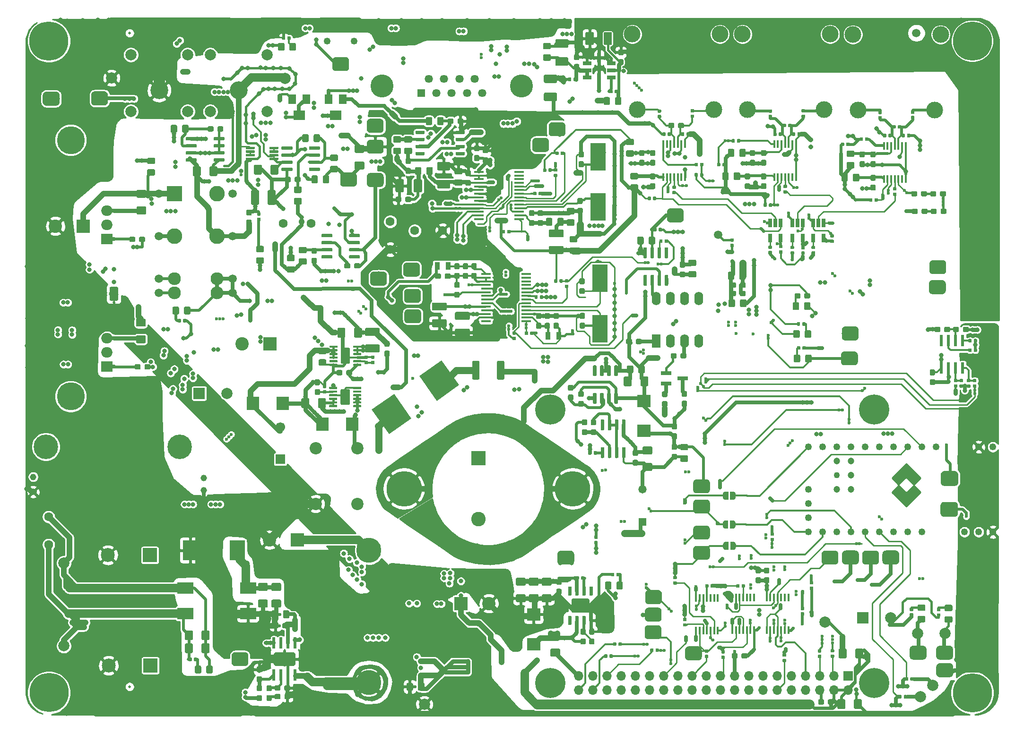
<source format=gbr>
G04 #@! TF.GenerationSoftware,KiCad,Pcbnew,5.1.5-52549c5~84~ubuntu18.04.1*
G04 #@! TF.CreationDate,2020-01-14T00:11:37-08:00*
G04 #@! TF.ProjectId,Pi_Blackbox,50695f42-6c61-4636-9b62-6f782e6b6963,R3*
G04 #@! TF.SameCoordinates,Original*
G04 #@! TF.FileFunction,Copper,L1,Top*
G04 #@! TF.FilePolarity,Positive*
%FSLAX46Y46*%
G04 Gerber Fmt 4.6, Leading zero omitted, Abs format (unit mm)*
G04 Created by KiCad (PCBNEW 5.1.5-52549c5~84~ubuntu18.04.1) date 2020-01-14 00:11:37*
%MOMM*%
%LPD*%
G04 APERTURE LIST*
%ADD10C,1.200000*%
%ADD11C,1.100000*%
%ADD12C,1.300000*%
%ADD13C,1.250000*%
%ADD14R,2.900000X2.100000*%
%ADD15C,2.000000*%
%ADD16C,3.200000*%
%ADD17C,1.500000*%
%ADD18C,2.800000*%
%ADD19C,2.300000*%
%ADD20R,2.800000X2.800000*%
%ADD21C,4.400000*%
%ADD22C,1.150000*%
%ADD23C,0.100000*%
%ADD24R,0.950000X1.450000*%
%ADD25C,1.473200*%
%ADD26R,1.473200X1.473200*%
%ADD27C,1.700000*%
%ADD28R,1.700000X1.700000*%
%ADD29C,2.400000*%
%ADD30R,2.400000X2.400000*%
%ADD31C,1.600000*%
%ADD32R,2.389200X2.250199*%
%ADD33R,2.250199X2.389200*%
%ADD34R,1.400000X1.700000*%
%ADD35R,2.100000X1.700000*%
%ADD36R,0.364800X1.461999*%
%ADD37R,0.500000X2.000000*%
%ADD38O,1.600000X2.400000*%
%ADD39R,1.600000X2.400000*%
%ADD40C,4.500000*%
%ADD41R,1.750000X0.450000*%
%ADD42C,0.500000*%
%ADD43C,6.350000*%
%ADD44C,2.600000*%
%ADD45R,2.600000X2.600000*%
%ADD46R,2.500000X2.500000*%
%ADD47C,2.500000*%
%ADD48C,5.000000*%
%ADD49R,2.000000X2.000000*%
%ADD50R,0.650000X1.560000*%
%ADD51R,2.750000X5.000000*%
%ADD52R,1.900000X0.800000*%
%ADD53C,0.400000*%
%ADD54C,2.200000*%
%ADD55C,3.000000*%
%ADD56R,1.458000X1.458000*%
%ADD57C,1.458000*%
%ADD58C,4.116000*%
%ADD59R,1.500000X0.720000*%
%ADD60R,0.720000X1.750000*%
%ADD61R,0.720000X2.500000*%
%ADD62R,2.750000X3.600000*%
%ADD63C,0.800000*%
%ADD64C,5.400000*%
%ADD65R,0.600000X2.000000*%
%ADD66O,2.000000X1.905000*%
%ADD67R,2.000000X1.905000*%
%ADD68C,7.000000*%
%ADD69O,1.700000X1.700000*%
%ADD70R,0.450000X1.450000*%
%ADD71C,0.600000*%
%ADD72C,0.250000*%
%ADD73C,0.650000*%
%ADD74C,0.350000*%
%ADD75C,0.750000*%
%ADD76C,0.450000*%
%ADD77C,0.500000*%
%ADD78C,1.500000*%
%ADD79C,2.000000*%
%ADD80C,1.000000*%
%ADD81C,0.600000*%
%ADD82C,1.750000*%
%ADD83C,0.850000*%
%ADD84C,0.300000*%
%ADD85C,0.550000*%
%ADD86C,0.280000*%
%ADD87C,0.400000*%
%ADD88C,1.250000*%
%ADD89C,0.800000*%
%ADD90C,0.700000*%
%ADD91C,0.254000*%
G04 APERTURE END LIST*
D10*
X206105000Y-118355000D03*
D11*
X206105000Y-115815000D03*
D10*
X208680000Y-118355000D03*
X208680000Y-115815000D03*
X208680000Y-113275000D03*
X206105000Y-113275000D03*
D12*
X234065000Y-125975000D03*
D13*
X231525000Y-125975000D03*
X228985000Y-125975000D03*
X221365000Y-125975000D03*
X218825000Y-125975000D03*
X216285000Y-125975000D03*
X213745000Y-125975000D03*
X211205000Y-125975000D03*
X208665000Y-125975000D03*
X206125000Y-125975000D03*
X203585000Y-125975000D03*
X234065000Y-110735000D03*
X231525000Y-110735000D03*
X223905000Y-110735000D03*
X221365000Y-110735000D03*
X218825000Y-110735000D03*
X216285000Y-110735000D03*
X213745000Y-110735000D03*
X211205000Y-110735000D03*
X208665000Y-110735000D03*
X206125000Y-110735000D03*
X203585000Y-110735000D03*
X201045000Y-125975000D03*
X201045000Y-123435000D03*
X201045000Y-120895000D03*
X201045000Y-110735000D03*
X201045000Y-118355000D03*
D14*
X100690000Y-140590000D03*
X100690000Y-135990000D03*
X89490000Y-135990000D03*
X89490000Y-140590000D03*
D15*
X89847000Y-50589000D03*
X89847000Y-40429000D03*
X79687000Y-50589000D03*
X79687000Y-40429000D03*
D16*
X84767000Y-46789000D03*
D17*
X97880000Y-65330000D03*
X97880000Y-72905000D03*
X97880000Y-80570000D03*
X97880000Y-83110000D03*
X84705000Y-83110000D03*
X84705000Y-80570000D03*
X84705000Y-72950000D03*
X84705000Y-65330000D03*
D18*
X95100000Y-72950000D03*
D19*
X95100000Y-80570000D03*
X95100000Y-83110000D03*
D20*
X87480000Y-65330000D03*
D18*
X95100000Y-65330000D03*
X87480000Y-72950000D03*
D19*
X87480000Y-83110000D03*
X87480000Y-80570000D03*
D21*
X64470000Y-110680000D03*
X88470000Y-110680000D03*
D22*
X62195000Y-116090000D03*
X62220000Y-118780000D03*
X92795000Y-118480000D03*
X92795000Y-116255000D03*
G04 #@! TA.AperFunction,SMDPad,CuDef*
D23*
G36*
X181386261Y-146473010D02*
G01*
X181446931Y-146482009D01*
X181506428Y-146496912D01*
X181564177Y-146517575D01*
X181619623Y-146543799D01*
X181672231Y-146575331D01*
X181721496Y-146611868D01*
X181766942Y-146653058D01*
X181808132Y-146698504D01*
X181844669Y-146747769D01*
X181876201Y-146800377D01*
X181902425Y-146855823D01*
X181923088Y-146913572D01*
X181937991Y-146973069D01*
X181946990Y-147033739D01*
X181950000Y-147095000D01*
X181950000Y-148345000D01*
X181946990Y-148406261D01*
X181937991Y-148466931D01*
X181923088Y-148526428D01*
X181902425Y-148584177D01*
X181876201Y-148639623D01*
X181844669Y-148692231D01*
X181808132Y-148741496D01*
X181766942Y-148786942D01*
X181721496Y-148828132D01*
X181672231Y-148864669D01*
X181619623Y-148896201D01*
X181564177Y-148922425D01*
X181506428Y-148943088D01*
X181446931Y-148957991D01*
X181386261Y-148966990D01*
X181325000Y-148970000D01*
X179575000Y-148970000D01*
X179513739Y-148966990D01*
X179453069Y-148957991D01*
X179393572Y-148943088D01*
X179335823Y-148922425D01*
X179280377Y-148896201D01*
X179227769Y-148864669D01*
X179178504Y-148828132D01*
X179133058Y-148786942D01*
X179091868Y-148741496D01*
X179055331Y-148692231D01*
X179023799Y-148639623D01*
X178997575Y-148584177D01*
X178976912Y-148526428D01*
X178962009Y-148466931D01*
X178953010Y-148406261D01*
X178950000Y-148345000D01*
X178950000Y-147095000D01*
X178953010Y-147033739D01*
X178962009Y-146973069D01*
X178976912Y-146913572D01*
X178997575Y-146855823D01*
X179023799Y-146800377D01*
X179055331Y-146747769D01*
X179091868Y-146698504D01*
X179133058Y-146653058D01*
X179178504Y-146611868D01*
X179227769Y-146575331D01*
X179280377Y-146543799D01*
X179335823Y-146517575D01*
X179393572Y-146496912D01*
X179453069Y-146482009D01*
X179513739Y-146473010D01*
X179575000Y-146470000D01*
X181325000Y-146470000D01*
X181386261Y-146473010D01*
G37*
G04 #@! TD.AperFunction*
G04 #@! TA.AperFunction,SMDPad,CuDef*
G36*
X208276958Y-56160710D02*
G01*
X208291276Y-56162834D01*
X208305317Y-56166351D01*
X208318946Y-56171228D01*
X208332031Y-56177417D01*
X208344447Y-56184858D01*
X208356073Y-56193481D01*
X208366798Y-56203202D01*
X208376519Y-56213927D01*
X208385142Y-56225553D01*
X208392583Y-56237969D01*
X208398772Y-56251054D01*
X208403649Y-56264683D01*
X208407166Y-56278724D01*
X208409290Y-56293042D01*
X208410000Y-56307500D01*
X208410000Y-56652500D01*
X208409290Y-56666958D01*
X208407166Y-56681276D01*
X208403649Y-56695317D01*
X208398772Y-56708946D01*
X208392583Y-56722031D01*
X208385142Y-56734447D01*
X208376519Y-56746073D01*
X208366798Y-56756798D01*
X208356073Y-56766519D01*
X208344447Y-56775142D01*
X208332031Y-56782583D01*
X208318946Y-56788772D01*
X208305317Y-56793649D01*
X208291276Y-56797166D01*
X208276958Y-56799290D01*
X208262500Y-56800000D01*
X207967500Y-56800000D01*
X207953042Y-56799290D01*
X207938724Y-56797166D01*
X207924683Y-56793649D01*
X207911054Y-56788772D01*
X207897969Y-56782583D01*
X207885553Y-56775142D01*
X207873927Y-56766519D01*
X207863202Y-56756798D01*
X207853481Y-56746073D01*
X207844858Y-56734447D01*
X207837417Y-56722031D01*
X207831228Y-56708946D01*
X207826351Y-56695317D01*
X207822834Y-56681276D01*
X207820710Y-56666958D01*
X207820000Y-56652500D01*
X207820000Y-56307500D01*
X207820710Y-56293042D01*
X207822834Y-56278724D01*
X207826351Y-56264683D01*
X207831228Y-56251054D01*
X207837417Y-56237969D01*
X207844858Y-56225553D01*
X207853481Y-56213927D01*
X207863202Y-56203202D01*
X207873927Y-56193481D01*
X207885553Y-56184858D01*
X207897969Y-56177417D01*
X207911054Y-56171228D01*
X207924683Y-56166351D01*
X207938724Y-56162834D01*
X207953042Y-56160710D01*
X207967500Y-56160000D01*
X208262500Y-56160000D01*
X208276958Y-56160710D01*
G37*
G04 #@! TD.AperFunction*
G04 #@! TA.AperFunction,SMDPad,CuDef*
G36*
X207306958Y-56160710D02*
G01*
X207321276Y-56162834D01*
X207335317Y-56166351D01*
X207348946Y-56171228D01*
X207362031Y-56177417D01*
X207374447Y-56184858D01*
X207386073Y-56193481D01*
X207396798Y-56203202D01*
X207406519Y-56213927D01*
X207415142Y-56225553D01*
X207422583Y-56237969D01*
X207428772Y-56251054D01*
X207433649Y-56264683D01*
X207437166Y-56278724D01*
X207439290Y-56293042D01*
X207440000Y-56307500D01*
X207440000Y-56652500D01*
X207439290Y-56666958D01*
X207437166Y-56681276D01*
X207433649Y-56695317D01*
X207428772Y-56708946D01*
X207422583Y-56722031D01*
X207415142Y-56734447D01*
X207406519Y-56746073D01*
X207396798Y-56756798D01*
X207386073Y-56766519D01*
X207374447Y-56775142D01*
X207362031Y-56782583D01*
X207348946Y-56788772D01*
X207335317Y-56793649D01*
X207321276Y-56797166D01*
X207306958Y-56799290D01*
X207292500Y-56800000D01*
X206997500Y-56800000D01*
X206983042Y-56799290D01*
X206968724Y-56797166D01*
X206954683Y-56793649D01*
X206941054Y-56788772D01*
X206927969Y-56782583D01*
X206915553Y-56775142D01*
X206903927Y-56766519D01*
X206893202Y-56756798D01*
X206883481Y-56746073D01*
X206874858Y-56734447D01*
X206867417Y-56722031D01*
X206861228Y-56708946D01*
X206856351Y-56695317D01*
X206852834Y-56681276D01*
X206850710Y-56666958D01*
X206850000Y-56652500D01*
X206850000Y-56307500D01*
X206850710Y-56293042D01*
X206852834Y-56278724D01*
X206856351Y-56264683D01*
X206861228Y-56251054D01*
X206867417Y-56237969D01*
X206874858Y-56225553D01*
X206883481Y-56213927D01*
X206893202Y-56203202D01*
X206903927Y-56193481D01*
X206915553Y-56184858D01*
X206927969Y-56177417D01*
X206941054Y-56171228D01*
X206954683Y-56166351D01*
X206968724Y-56162834D01*
X206983042Y-56160710D01*
X206997500Y-56160000D01*
X207292500Y-56160000D01*
X207306958Y-56160710D01*
G37*
G04 #@! TD.AperFunction*
G04 #@! TA.AperFunction,SMDPad,CuDef*
G36*
X113360779Y-98621144D02*
G01*
X113383834Y-98624563D01*
X113406443Y-98630227D01*
X113428387Y-98638079D01*
X113449457Y-98648044D01*
X113469448Y-98660026D01*
X113488168Y-98673910D01*
X113505438Y-98689562D01*
X113521090Y-98706832D01*
X113534974Y-98725552D01*
X113546956Y-98745543D01*
X113556921Y-98766613D01*
X113564773Y-98788557D01*
X113570437Y-98811166D01*
X113573856Y-98834221D01*
X113575000Y-98857500D01*
X113575000Y-99432500D01*
X113573856Y-99455779D01*
X113570437Y-99478834D01*
X113564773Y-99501443D01*
X113556921Y-99523387D01*
X113546956Y-99544457D01*
X113534974Y-99564448D01*
X113521090Y-99583168D01*
X113505438Y-99600438D01*
X113488168Y-99616090D01*
X113469448Y-99629974D01*
X113449457Y-99641956D01*
X113428387Y-99651921D01*
X113406443Y-99659773D01*
X113383834Y-99665437D01*
X113360779Y-99668856D01*
X113337500Y-99670000D01*
X112862500Y-99670000D01*
X112839221Y-99668856D01*
X112816166Y-99665437D01*
X112793557Y-99659773D01*
X112771613Y-99651921D01*
X112750543Y-99641956D01*
X112730552Y-99629974D01*
X112711832Y-99616090D01*
X112694562Y-99600438D01*
X112678910Y-99583168D01*
X112665026Y-99564448D01*
X112653044Y-99544457D01*
X112643079Y-99523387D01*
X112635227Y-99501443D01*
X112629563Y-99478834D01*
X112626144Y-99455779D01*
X112625000Y-99432500D01*
X112625000Y-98857500D01*
X112626144Y-98834221D01*
X112629563Y-98811166D01*
X112635227Y-98788557D01*
X112643079Y-98766613D01*
X112653044Y-98745543D01*
X112665026Y-98725552D01*
X112678910Y-98706832D01*
X112694562Y-98689562D01*
X112711832Y-98673910D01*
X112730552Y-98660026D01*
X112750543Y-98648044D01*
X112771613Y-98638079D01*
X112793557Y-98630227D01*
X112816166Y-98624563D01*
X112839221Y-98621144D01*
X112862500Y-98620000D01*
X113337500Y-98620000D01*
X113360779Y-98621144D01*
G37*
G04 #@! TD.AperFunction*
G04 #@! TA.AperFunction,SMDPad,CuDef*
G36*
X113360779Y-100371144D02*
G01*
X113383834Y-100374563D01*
X113406443Y-100380227D01*
X113428387Y-100388079D01*
X113449457Y-100398044D01*
X113469448Y-100410026D01*
X113488168Y-100423910D01*
X113505438Y-100439562D01*
X113521090Y-100456832D01*
X113534974Y-100475552D01*
X113546956Y-100495543D01*
X113556921Y-100516613D01*
X113564773Y-100538557D01*
X113570437Y-100561166D01*
X113573856Y-100584221D01*
X113575000Y-100607500D01*
X113575000Y-101182500D01*
X113573856Y-101205779D01*
X113570437Y-101228834D01*
X113564773Y-101251443D01*
X113556921Y-101273387D01*
X113546956Y-101294457D01*
X113534974Y-101314448D01*
X113521090Y-101333168D01*
X113505438Y-101350438D01*
X113488168Y-101366090D01*
X113469448Y-101379974D01*
X113449457Y-101391956D01*
X113428387Y-101401921D01*
X113406443Y-101409773D01*
X113383834Y-101415437D01*
X113360779Y-101418856D01*
X113337500Y-101420000D01*
X112862500Y-101420000D01*
X112839221Y-101418856D01*
X112816166Y-101415437D01*
X112793557Y-101409773D01*
X112771613Y-101401921D01*
X112750543Y-101391956D01*
X112730552Y-101379974D01*
X112711832Y-101366090D01*
X112694562Y-101350438D01*
X112678910Y-101333168D01*
X112665026Y-101314448D01*
X112653044Y-101294457D01*
X112643079Y-101273387D01*
X112635227Y-101251443D01*
X112629563Y-101228834D01*
X112626144Y-101205779D01*
X112625000Y-101182500D01*
X112625000Y-100607500D01*
X112626144Y-100584221D01*
X112629563Y-100561166D01*
X112635227Y-100538557D01*
X112643079Y-100516613D01*
X112653044Y-100495543D01*
X112665026Y-100475552D01*
X112678910Y-100456832D01*
X112694562Y-100439562D01*
X112711832Y-100423910D01*
X112730552Y-100410026D01*
X112750543Y-100398044D01*
X112771613Y-100388079D01*
X112793557Y-100380227D01*
X112816166Y-100374563D01*
X112839221Y-100371144D01*
X112862500Y-100370000D01*
X113337500Y-100370000D01*
X113360779Y-100371144D01*
G37*
G04 #@! TD.AperFunction*
G04 #@! TA.AperFunction,SMDPad,CuDef*
G36*
X174676958Y-71450710D02*
G01*
X174691276Y-71452834D01*
X174705317Y-71456351D01*
X174718946Y-71461228D01*
X174732031Y-71467417D01*
X174744447Y-71474858D01*
X174756073Y-71483481D01*
X174766798Y-71493202D01*
X174776519Y-71503927D01*
X174785142Y-71515553D01*
X174792583Y-71527969D01*
X174798772Y-71541054D01*
X174803649Y-71554683D01*
X174807166Y-71568724D01*
X174809290Y-71583042D01*
X174810000Y-71597500D01*
X174810000Y-71942500D01*
X174809290Y-71956958D01*
X174807166Y-71971276D01*
X174803649Y-71985317D01*
X174798772Y-71998946D01*
X174792583Y-72012031D01*
X174785142Y-72024447D01*
X174776519Y-72036073D01*
X174766798Y-72046798D01*
X174756073Y-72056519D01*
X174744447Y-72065142D01*
X174732031Y-72072583D01*
X174718946Y-72078772D01*
X174705317Y-72083649D01*
X174691276Y-72087166D01*
X174676958Y-72089290D01*
X174662500Y-72090000D01*
X174367500Y-72090000D01*
X174353042Y-72089290D01*
X174338724Y-72087166D01*
X174324683Y-72083649D01*
X174311054Y-72078772D01*
X174297969Y-72072583D01*
X174285553Y-72065142D01*
X174273927Y-72056519D01*
X174263202Y-72046798D01*
X174253481Y-72036073D01*
X174244858Y-72024447D01*
X174237417Y-72012031D01*
X174231228Y-71998946D01*
X174226351Y-71985317D01*
X174222834Y-71971276D01*
X174220710Y-71956958D01*
X174220000Y-71942500D01*
X174220000Y-71597500D01*
X174220710Y-71583042D01*
X174222834Y-71568724D01*
X174226351Y-71554683D01*
X174231228Y-71541054D01*
X174237417Y-71527969D01*
X174244858Y-71515553D01*
X174253481Y-71503927D01*
X174263202Y-71493202D01*
X174273927Y-71483481D01*
X174285553Y-71474858D01*
X174297969Y-71467417D01*
X174311054Y-71461228D01*
X174324683Y-71456351D01*
X174338724Y-71452834D01*
X174353042Y-71450710D01*
X174367500Y-71450000D01*
X174662500Y-71450000D01*
X174676958Y-71450710D01*
G37*
G04 #@! TD.AperFunction*
G04 #@! TA.AperFunction,SMDPad,CuDef*
G36*
X173706958Y-71450710D02*
G01*
X173721276Y-71452834D01*
X173735317Y-71456351D01*
X173748946Y-71461228D01*
X173762031Y-71467417D01*
X173774447Y-71474858D01*
X173786073Y-71483481D01*
X173796798Y-71493202D01*
X173806519Y-71503927D01*
X173815142Y-71515553D01*
X173822583Y-71527969D01*
X173828772Y-71541054D01*
X173833649Y-71554683D01*
X173837166Y-71568724D01*
X173839290Y-71583042D01*
X173840000Y-71597500D01*
X173840000Y-71942500D01*
X173839290Y-71956958D01*
X173837166Y-71971276D01*
X173833649Y-71985317D01*
X173828772Y-71998946D01*
X173822583Y-72012031D01*
X173815142Y-72024447D01*
X173806519Y-72036073D01*
X173796798Y-72046798D01*
X173786073Y-72056519D01*
X173774447Y-72065142D01*
X173762031Y-72072583D01*
X173748946Y-72078772D01*
X173735317Y-72083649D01*
X173721276Y-72087166D01*
X173706958Y-72089290D01*
X173692500Y-72090000D01*
X173397500Y-72090000D01*
X173383042Y-72089290D01*
X173368724Y-72087166D01*
X173354683Y-72083649D01*
X173341054Y-72078772D01*
X173327969Y-72072583D01*
X173315553Y-72065142D01*
X173303927Y-72056519D01*
X173293202Y-72046798D01*
X173283481Y-72036073D01*
X173274858Y-72024447D01*
X173267417Y-72012031D01*
X173261228Y-71998946D01*
X173256351Y-71985317D01*
X173252834Y-71971276D01*
X173250710Y-71956958D01*
X173250000Y-71942500D01*
X173250000Y-71597500D01*
X173250710Y-71583042D01*
X173252834Y-71568724D01*
X173256351Y-71554683D01*
X173261228Y-71541054D01*
X173267417Y-71527969D01*
X173274858Y-71515553D01*
X173283481Y-71503927D01*
X173293202Y-71493202D01*
X173303927Y-71483481D01*
X173315553Y-71474858D01*
X173327969Y-71467417D01*
X173341054Y-71461228D01*
X173354683Y-71456351D01*
X173368724Y-71452834D01*
X173383042Y-71450710D01*
X173397500Y-71450000D01*
X173692500Y-71450000D01*
X173706958Y-71450710D01*
G37*
G04 #@! TD.AperFunction*
G04 #@! TA.AperFunction,SMDPad,CuDef*
G36*
X159416958Y-44510710D02*
G01*
X159431276Y-44512834D01*
X159445317Y-44516351D01*
X159458946Y-44521228D01*
X159472031Y-44527417D01*
X159484447Y-44534858D01*
X159496073Y-44543481D01*
X159506798Y-44553202D01*
X159516519Y-44563927D01*
X159525142Y-44575553D01*
X159532583Y-44587969D01*
X159538772Y-44601054D01*
X159543649Y-44614683D01*
X159547166Y-44628724D01*
X159549290Y-44643042D01*
X159550000Y-44657500D01*
X159550000Y-45002500D01*
X159549290Y-45016958D01*
X159547166Y-45031276D01*
X159543649Y-45045317D01*
X159538772Y-45058946D01*
X159532583Y-45072031D01*
X159525142Y-45084447D01*
X159516519Y-45096073D01*
X159506798Y-45106798D01*
X159496073Y-45116519D01*
X159484447Y-45125142D01*
X159472031Y-45132583D01*
X159458946Y-45138772D01*
X159445317Y-45143649D01*
X159431276Y-45147166D01*
X159416958Y-45149290D01*
X159402500Y-45150000D01*
X159107500Y-45150000D01*
X159093042Y-45149290D01*
X159078724Y-45147166D01*
X159064683Y-45143649D01*
X159051054Y-45138772D01*
X159037969Y-45132583D01*
X159025553Y-45125142D01*
X159013927Y-45116519D01*
X159003202Y-45106798D01*
X158993481Y-45096073D01*
X158984858Y-45084447D01*
X158977417Y-45072031D01*
X158971228Y-45058946D01*
X158966351Y-45045317D01*
X158962834Y-45031276D01*
X158960710Y-45016958D01*
X158960000Y-45002500D01*
X158960000Y-44657500D01*
X158960710Y-44643042D01*
X158962834Y-44628724D01*
X158966351Y-44614683D01*
X158971228Y-44601054D01*
X158977417Y-44587969D01*
X158984858Y-44575553D01*
X158993481Y-44563927D01*
X159003202Y-44553202D01*
X159013927Y-44543481D01*
X159025553Y-44534858D01*
X159037969Y-44527417D01*
X159051054Y-44521228D01*
X159064683Y-44516351D01*
X159078724Y-44512834D01*
X159093042Y-44510710D01*
X159107500Y-44510000D01*
X159402500Y-44510000D01*
X159416958Y-44510710D01*
G37*
G04 #@! TD.AperFunction*
G04 #@! TA.AperFunction,SMDPad,CuDef*
G36*
X158446958Y-44510710D02*
G01*
X158461276Y-44512834D01*
X158475317Y-44516351D01*
X158488946Y-44521228D01*
X158502031Y-44527417D01*
X158514447Y-44534858D01*
X158526073Y-44543481D01*
X158536798Y-44553202D01*
X158546519Y-44563927D01*
X158555142Y-44575553D01*
X158562583Y-44587969D01*
X158568772Y-44601054D01*
X158573649Y-44614683D01*
X158577166Y-44628724D01*
X158579290Y-44643042D01*
X158580000Y-44657500D01*
X158580000Y-45002500D01*
X158579290Y-45016958D01*
X158577166Y-45031276D01*
X158573649Y-45045317D01*
X158568772Y-45058946D01*
X158562583Y-45072031D01*
X158555142Y-45084447D01*
X158546519Y-45096073D01*
X158536798Y-45106798D01*
X158526073Y-45116519D01*
X158514447Y-45125142D01*
X158502031Y-45132583D01*
X158488946Y-45138772D01*
X158475317Y-45143649D01*
X158461276Y-45147166D01*
X158446958Y-45149290D01*
X158432500Y-45150000D01*
X158137500Y-45150000D01*
X158123042Y-45149290D01*
X158108724Y-45147166D01*
X158094683Y-45143649D01*
X158081054Y-45138772D01*
X158067969Y-45132583D01*
X158055553Y-45125142D01*
X158043927Y-45116519D01*
X158033202Y-45106798D01*
X158023481Y-45096073D01*
X158014858Y-45084447D01*
X158007417Y-45072031D01*
X158001228Y-45058946D01*
X157996351Y-45045317D01*
X157992834Y-45031276D01*
X157990710Y-45016958D01*
X157990000Y-45002500D01*
X157990000Y-44657500D01*
X157990710Y-44643042D01*
X157992834Y-44628724D01*
X157996351Y-44614683D01*
X158001228Y-44601054D01*
X158007417Y-44587969D01*
X158014858Y-44575553D01*
X158023481Y-44563927D01*
X158033202Y-44553202D01*
X158043927Y-44543481D01*
X158055553Y-44534858D01*
X158067969Y-44527417D01*
X158081054Y-44521228D01*
X158094683Y-44516351D01*
X158108724Y-44512834D01*
X158123042Y-44510710D01*
X158137500Y-44510000D01*
X158432500Y-44510000D01*
X158446958Y-44510710D01*
G37*
G04 #@! TD.AperFunction*
G04 #@! TA.AperFunction,SMDPad,CuDef*
G36*
X102791958Y-68675710D02*
G01*
X102806276Y-68677834D01*
X102820317Y-68681351D01*
X102833946Y-68686228D01*
X102847031Y-68692417D01*
X102859447Y-68699858D01*
X102871073Y-68708481D01*
X102881798Y-68718202D01*
X102891519Y-68728927D01*
X102900142Y-68740553D01*
X102907583Y-68752969D01*
X102913772Y-68766054D01*
X102918649Y-68779683D01*
X102922166Y-68793724D01*
X102924290Y-68808042D01*
X102925000Y-68822500D01*
X102925000Y-69117500D01*
X102924290Y-69131958D01*
X102922166Y-69146276D01*
X102918649Y-69160317D01*
X102913772Y-69173946D01*
X102907583Y-69187031D01*
X102900142Y-69199447D01*
X102891519Y-69211073D01*
X102881798Y-69221798D01*
X102871073Y-69231519D01*
X102859447Y-69240142D01*
X102847031Y-69247583D01*
X102833946Y-69253772D01*
X102820317Y-69258649D01*
X102806276Y-69262166D01*
X102791958Y-69264290D01*
X102777500Y-69265000D01*
X102432500Y-69265000D01*
X102418042Y-69264290D01*
X102403724Y-69262166D01*
X102389683Y-69258649D01*
X102376054Y-69253772D01*
X102362969Y-69247583D01*
X102350553Y-69240142D01*
X102338927Y-69231519D01*
X102328202Y-69221798D01*
X102318481Y-69211073D01*
X102309858Y-69199447D01*
X102302417Y-69187031D01*
X102296228Y-69173946D01*
X102291351Y-69160317D01*
X102287834Y-69146276D01*
X102285710Y-69131958D01*
X102285000Y-69117500D01*
X102285000Y-68822500D01*
X102285710Y-68808042D01*
X102287834Y-68793724D01*
X102291351Y-68779683D01*
X102296228Y-68766054D01*
X102302417Y-68752969D01*
X102309858Y-68740553D01*
X102318481Y-68728927D01*
X102328202Y-68718202D01*
X102338927Y-68708481D01*
X102350553Y-68699858D01*
X102362969Y-68692417D01*
X102376054Y-68686228D01*
X102389683Y-68681351D01*
X102403724Y-68677834D01*
X102418042Y-68675710D01*
X102432500Y-68675000D01*
X102777500Y-68675000D01*
X102791958Y-68675710D01*
G37*
G04 #@! TD.AperFunction*
G04 #@! TA.AperFunction,SMDPad,CuDef*
G36*
X102791958Y-69645710D02*
G01*
X102806276Y-69647834D01*
X102820317Y-69651351D01*
X102833946Y-69656228D01*
X102847031Y-69662417D01*
X102859447Y-69669858D01*
X102871073Y-69678481D01*
X102881798Y-69688202D01*
X102891519Y-69698927D01*
X102900142Y-69710553D01*
X102907583Y-69722969D01*
X102913772Y-69736054D01*
X102918649Y-69749683D01*
X102922166Y-69763724D01*
X102924290Y-69778042D01*
X102925000Y-69792500D01*
X102925000Y-70087500D01*
X102924290Y-70101958D01*
X102922166Y-70116276D01*
X102918649Y-70130317D01*
X102913772Y-70143946D01*
X102907583Y-70157031D01*
X102900142Y-70169447D01*
X102891519Y-70181073D01*
X102881798Y-70191798D01*
X102871073Y-70201519D01*
X102859447Y-70210142D01*
X102847031Y-70217583D01*
X102833946Y-70223772D01*
X102820317Y-70228649D01*
X102806276Y-70232166D01*
X102791958Y-70234290D01*
X102777500Y-70235000D01*
X102432500Y-70235000D01*
X102418042Y-70234290D01*
X102403724Y-70232166D01*
X102389683Y-70228649D01*
X102376054Y-70223772D01*
X102362969Y-70217583D01*
X102350553Y-70210142D01*
X102338927Y-70201519D01*
X102328202Y-70191798D01*
X102318481Y-70181073D01*
X102309858Y-70169447D01*
X102302417Y-70157031D01*
X102296228Y-70143946D01*
X102291351Y-70130317D01*
X102287834Y-70116276D01*
X102285710Y-70101958D01*
X102285000Y-70087500D01*
X102285000Y-69792500D01*
X102285710Y-69778042D01*
X102287834Y-69763724D01*
X102291351Y-69749683D01*
X102296228Y-69736054D01*
X102302417Y-69722969D01*
X102309858Y-69710553D01*
X102318481Y-69698927D01*
X102328202Y-69688202D01*
X102338927Y-69678481D01*
X102350553Y-69669858D01*
X102362969Y-69662417D01*
X102376054Y-69656228D01*
X102389683Y-69651351D01*
X102403724Y-69647834D01*
X102418042Y-69645710D01*
X102432500Y-69645000D01*
X102777500Y-69645000D01*
X102791958Y-69645710D01*
G37*
G04 #@! TD.AperFunction*
G04 #@! TA.AperFunction,SMDPad,CuDef*
G36*
X89516958Y-87770710D02*
G01*
X89531276Y-87772834D01*
X89545317Y-87776351D01*
X89558946Y-87781228D01*
X89572031Y-87787417D01*
X89584447Y-87794858D01*
X89596073Y-87803481D01*
X89606798Y-87813202D01*
X89616519Y-87823927D01*
X89625142Y-87835553D01*
X89632583Y-87847969D01*
X89638772Y-87861054D01*
X89643649Y-87874683D01*
X89647166Y-87888724D01*
X89649290Y-87903042D01*
X89650000Y-87917500D01*
X89650000Y-88262500D01*
X89649290Y-88276958D01*
X89647166Y-88291276D01*
X89643649Y-88305317D01*
X89638772Y-88318946D01*
X89632583Y-88332031D01*
X89625142Y-88344447D01*
X89616519Y-88356073D01*
X89606798Y-88366798D01*
X89596073Y-88376519D01*
X89584447Y-88385142D01*
X89572031Y-88392583D01*
X89558946Y-88398772D01*
X89545317Y-88403649D01*
X89531276Y-88407166D01*
X89516958Y-88409290D01*
X89502500Y-88410000D01*
X89207500Y-88410000D01*
X89193042Y-88409290D01*
X89178724Y-88407166D01*
X89164683Y-88403649D01*
X89151054Y-88398772D01*
X89137969Y-88392583D01*
X89125553Y-88385142D01*
X89113927Y-88376519D01*
X89103202Y-88366798D01*
X89093481Y-88356073D01*
X89084858Y-88344447D01*
X89077417Y-88332031D01*
X89071228Y-88318946D01*
X89066351Y-88305317D01*
X89062834Y-88291276D01*
X89060710Y-88276958D01*
X89060000Y-88262500D01*
X89060000Y-87917500D01*
X89060710Y-87903042D01*
X89062834Y-87888724D01*
X89066351Y-87874683D01*
X89071228Y-87861054D01*
X89077417Y-87847969D01*
X89084858Y-87835553D01*
X89093481Y-87823927D01*
X89103202Y-87813202D01*
X89113927Y-87803481D01*
X89125553Y-87794858D01*
X89137969Y-87787417D01*
X89151054Y-87781228D01*
X89164683Y-87776351D01*
X89178724Y-87772834D01*
X89193042Y-87770710D01*
X89207500Y-87770000D01*
X89502500Y-87770000D01*
X89516958Y-87770710D01*
G37*
G04 #@! TD.AperFunction*
G04 #@! TA.AperFunction,SMDPad,CuDef*
G36*
X88546958Y-87770710D02*
G01*
X88561276Y-87772834D01*
X88575317Y-87776351D01*
X88588946Y-87781228D01*
X88602031Y-87787417D01*
X88614447Y-87794858D01*
X88626073Y-87803481D01*
X88636798Y-87813202D01*
X88646519Y-87823927D01*
X88655142Y-87835553D01*
X88662583Y-87847969D01*
X88668772Y-87861054D01*
X88673649Y-87874683D01*
X88677166Y-87888724D01*
X88679290Y-87903042D01*
X88680000Y-87917500D01*
X88680000Y-88262500D01*
X88679290Y-88276958D01*
X88677166Y-88291276D01*
X88673649Y-88305317D01*
X88668772Y-88318946D01*
X88662583Y-88332031D01*
X88655142Y-88344447D01*
X88646519Y-88356073D01*
X88636798Y-88366798D01*
X88626073Y-88376519D01*
X88614447Y-88385142D01*
X88602031Y-88392583D01*
X88588946Y-88398772D01*
X88575317Y-88403649D01*
X88561276Y-88407166D01*
X88546958Y-88409290D01*
X88532500Y-88410000D01*
X88237500Y-88410000D01*
X88223042Y-88409290D01*
X88208724Y-88407166D01*
X88194683Y-88403649D01*
X88181054Y-88398772D01*
X88167969Y-88392583D01*
X88155553Y-88385142D01*
X88143927Y-88376519D01*
X88133202Y-88366798D01*
X88123481Y-88356073D01*
X88114858Y-88344447D01*
X88107417Y-88332031D01*
X88101228Y-88318946D01*
X88096351Y-88305317D01*
X88092834Y-88291276D01*
X88090710Y-88276958D01*
X88090000Y-88262500D01*
X88090000Y-87917500D01*
X88090710Y-87903042D01*
X88092834Y-87888724D01*
X88096351Y-87874683D01*
X88101228Y-87861054D01*
X88107417Y-87847969D01*
X88114858Y-87835553D01*
X88123481Y-87823927D01*
X88133202Y-87813202D01*
X88143927Y-87803481D01*
X88155553Y-87794858D01*
X88167969Y-87787417D01*
X88181054Y-87781228D01*
X88194683Y-87776351D01*
X88208724Y-87772834D01*
X88223042Y-87770710D01*
X88237500Y-87770000D01*
X88532500Y-87770000D01*
X88546958Y-87770710D01*
G37*
G04 #@! TD.AperFunction*
G04 #@! TA.AperFunction,SMDPad,CuDef*
G36*
X90486958Y-148490710D02*
G01*
X90501276Y-148492834D01*
X90515317Y-148496351D01*
X90528946Y-148501228D01*
X90542031Y-148507417D01*
X90554447Y-148514858D01*
X90566073Y-148523481D01*
X90576798Y-148533202D01*
X90586519Y-148543927D01*
X90595142Y-148555553D01*
X90602583Y-148567969D01*
X90608772Y-148581054D01*
X90613649Y-148594683D01*
X90617166Y-148608724D01*
X90619290Y-148623042D01*
X90620000Y-148637500D01*
X90620000Y-148982500D01*
X90619290Y-148996958D01*
X90617166Y-149011276D01*
X90613649Y-149025317D01*
X90608772Y-149038946D01*
X90602583Y-149052031D01*
X90595142Y-149064447D01*
X90586519Y-149076073D01*
X90576798Y-149086798D01*
X90566073Y-149096519D01*
X90554447Y-149105142D01*
X90542031Y-149112583D01*
X90528946Y-149118772D01*
X90515317Y-149123649D01*
X90501276Y-149127166D01*
X90486958Y-149129290D01*
X90472500Y-149130000D01*
X90177500Y-149130000D01*
X90163042Y-149129290D01*
X90148724Y-149127166D01*
X90134683Y-149123649D01*
X90121054Y-149118772D01*
X90107969Y-149112583D01*
X90095553Y-149105142D01*
X90083927Y-149096519D01*
X90073202Y-149086798D01*
X90063481Y-149076073D01*
X90054858Y-149064447D01*
X90047417Y-149052031D01*
X90041228Y-149038946D01*
X90036351Y-149025317D01*
X90032834Y-149011276D01*
X90030710Y-148996958D01*
X90030000Y-148982500D01*
X90030000Y-148637500D01*
X90030710Y-148623042D01*
X90032834Y-148608724D01*
X90036351Y-148594683D01*
X90041228Y-148581054D01*
X90047417Y-148567969D01*
X90054858Y-148555553D01*
X90063481Y-148543927D01*
X90073202Y-148533202D01*
X90083927Y-148523481D01*
X90095553Y-148514858D01*
X90107969Y-148507417D01*
X90121054Y-148501228D01*
X90134683Y-148496351D01*
X90148724Y-148492834D01*
X90163042Y-148490710D01*
X90177500Y-148490000D01*
X90472500Y-148490000D01*
X90486958Y-148490710D01*
G37*
G04 #@! TD.AperFunction*
G04 #@! TA.AperFunction,SMDPad,CuDef*
G36*
X91456958Y-148490710D02*
G01*
X91471276Y-148492834D01*
X91485317Y-148496351D01*
X91498946Y-148501228D01*
X91512031Y-148507417D01*
X91524447Y-148514858D01*
X91536073Y-148523481D01*
X91546798Y-148533202D01*
X91556519Y-148543927D01*
X91565142Y-148555553D01*
X91572583Y-148567969D01*
X91578772Y-148581054D01*
X91583649Y-148594683D01*
X91587166Y-148608724D01*
X91589290Y-148623042D01*
X91590000Y-148637500D01*
X91590000Y-148982500D01*
X91589290Y-148996958D01*
X91587166Y-149011276D01*
X91583649Y-149025317D01*
X91578772Y-149038946D01*
X91572583Y-149052031D01*
X91565142Y-149064447D01*
X91556519Y-149076073D01*
X91546798Y-149086798D01*
X91536073Y-149096519D01*
X91524447Y-149105142D01*
X91512031Y-149112583D01*
X91498946Y-149118772D01*
X91485317Y-149123649D01*
X91471276Y-149127166D01*
X91456958Y-149129290D01*
X91442500Y-149130000D01*
X91147500Y-149130000D01*
X91133042Y-149129290D01*
X91118724Y-149127166D01*
X91104683Y-149123649D01*
X91091054Y-149118772D01*
X91077969Y-149112583D01*
X91065553Y-149105142D01*
X91053927Y-149096519D01*
X91043202Y-149086798D01*
X91033481Y-149076073D01*
X91024858Y-149064447D01*
X91017417Y-149052031D01*
X91011228Y-149038946D01*
X91006351Y-149025317D01*
X91002834Y-149011276D01*
X91000710Y-148996958D01*
X91000000Y-148982500D01*
X91000000Y-148637500D01*
X91000710Y-148623042D01*
X91002834Y-148608724D01*
X91006351Y-148594683D01*
X91011228Y-148581054D01*
X91017417Y-148567969D01*
X91024858Y-148555553D01*
X91033481Y-148543927D01*
X91043202Y-148533202D01*
X91053927Y-148523481D01*
X91065553Y-148514858D01*
X91077969Y-148507417D01*
X91091054Y-148501228D01*
X91104683Y-148496351D01*
X91118724Y-148492834D01*
X91133042Y-148490710D01*
X91147500Y-148490000D01*
X91442500Y-148490000D01*
X91456958Y-148490710D01*
G37*
G04 #@! TD.AperFunction*
G04 #@! TA.AperFunction,SMDPad,CuDef*
G36*
X224546958Y-140560710D02*
G01*
X224561276Y-140562834D01*
X224575317Y-140566351D01*
X224588946Y-140571228D01*
X224602031Y-140577417D01*
X224614447Y-140584858D01*
X224626073Y-140593481D01*
X224636798Y-140603202D01*
X224646519Y-140613927D01*
X224655142Y-140625553D01*
X224662583Y-140637969D01*
X224668772Y-140651054D01*
X224673649Y-140664683D01*
X224677166Y-140678724D01*
X224679290Y-140693042D01*
X224680000Y-140707500D01*
X224680000Y-141002500D01*
X224679290Y-141016958D01*
X224677166Y-141031276D01*
X224673649Y-141045317D01*
X224668772Y-141058946D01*
X224662583Y-141072031D01*
X224655142Y-141084447D01*
X224646519Y-141096073D01*
X224636798Y-141106798D01*
X224626073Y-141116519D01*
X224614447Y-141125142D01*
X224602031Y-141132583D01*
X224588946Y-141138772D01*
X224575317Y-141143649D01*
X224561276Y-141147166D01*
X224546958Y-141149290D01*
X224532500Y-141150000D01*
X224187500Y-141150000D01*
X224173042Y-141149290D01*
X224158724Y-141147166D01*
X224144683Y-141143649D01*
X224131054Y-141138772D01*
X224117969Y-141132583D01*
X224105553Y-141125142D01*
X224093927Y-141116519D01*
X224083202Y-141106798D01*
X224073481Y-141096073D01*
X224064858Y-141084447D01*
X224057417Y-141072031D01*
X224051228Y-141058946D01*
X224046351Y-141045317D01*
X224042834Y-141031276D01*
X224040710Y-141016958D01*
X224040000Y-141002500D01*
X224040000Y-140707500D01*
X224040710Y-140693042D01*
X224042834Y-140678724D01*
X224046351Y-140664683D01*
X224051228Y-140651054D01*
X224057417Y-140637969D01*
X224064858Y-140625553D01*
X224073481Y-140613927D01*
X224083202Y-140603202D01*
X224093927Y-140593481D01*
X224105553Y-140584858D01*
X224117969Y-140577417D01*
X224131054Y-140571228D01*
X224144683Y-140566351D01*
X224158724Y-140562834D01*
X224173042Y-140560710D01*
X224187500Y-140560000D01*
X224532500Y-140560000D01*
X224546958Y-140560710D01*
G37*
G04 #@! TD.AperFunction*
G04 #@! TA.AperFunction,SMDPad,CuDef*
G36*
X224546958Y-139590710D02*
G01*
X224561276Y-139592834D01*
X224575317Y-139596351D01*
X224588946Y-139601228D01*
X224602031Y-139607417D01*
X224614447Y-139614858D01*
X224626073Y-139623481D01*
X224636798Y-139633202D01*
X224646519Y-139643927D01*
X224655142Y-139655553D01*
X224662583Y-139667969D01*
X224668772Y-139681054D01*
X224673649Y-139694683D01*
X224677166Y-139708724D01*
X224679290Y-139723042D01*
X224680000Y-139737500D01*
X224680000Y-140032500D01*
X224679290Y-140046958D01*
X224677166Y-140061276D01*
X224673649Y-140075317D01*
X224668772Y-140088946D01*
X224662583Y-140102031D01*
X224655142Y-140114447D01*
X224646519Y-140126073D01*
X224636798Y-140136798D01*
X224626073Y-140146519D01*
X224614447Y-140155142D01*
X224602031Y-140162583D01*
X224588946Y-140168772D01*
X224575317Y-140173649D01*
X224561276Y-140177166D01*
X224546958Y-140179290D01*
X224532500Y-140180000D01*
X224187500Y-140180000D01*
X224173042Y-140179290D01*
X224158724Y-140177166D01*
X224144683Y-140173649D01*
X224131054Y-140168772D01*
X224117969Y-140162583D01*
X224105553Y-140155142D01*
X224093927Y-140146519D01*
X224083202Y-140136798D01*
X224073481Y-140126073D01*
X224064858Y-140114447D01*
X224057417Y-140102031D01*
X224051228Y-140088946D01*
X224046351Y-140075317D01*
X224042834Y-140061276D01*
X224040710Y-140046958D01*
X224040000Y-140032500D01*
X224040000Y-139737500D01*
X224040710Y-139723042D01*
X224042834Y-139708724D01*
X224046351Y-139694683D01*
X224051228Y-139681054D01*
X224057417Y-139667969D01*
X224064858Y-139655553D01*
X224073481Y-139643927D01*
X224083202Y-139633202D01*
X224093927Y-139623481D01*
X224105553Y-139614858D01*
X224117969Y-139607417D01*
X224131054Y-139601228D01*
X224144683Y-139596351D01*
X224158724Y-139592834D01*
X224173042Y-139590710D01*
X224187500Y-139590000D01*
X224532500Y-139590000D01*
X224546958Y-139590710D01*
G37*
G04 #@! TD.AperFunction*
G04 #@! TA.AperFunction,SMDPad,CuDef*
G36*
X108176958Y-37110710D02*
G01*
X108191276Y-37112834D01*
X108205317Y-37116351D01*
X108218946Y-37121228D01*
X108232031Y-37127417D01*
X108244447Y-37134858D01*
X108256073Y-37143481D01*
X108266798Y-37153202D01*
X108276519Y-37163927D01*
X108285142Y-37175553D01*
X108292583Y-37187969D01*
X108298772Y-37201054D01*
X108303649Y-37214683D01*
X108307166Y-37228724D01*
X108309290Y-37243042D01*
X108310000Y-37257500D01*
X108310000Y-37602500D01*
X108309290Y-37616958D01*
X108307166Y-37631276D01*
X108303649Y-37645317D01*
X108298772Y-37658946D01*
X108292583Y-37672031D01*
X108285142Y-37684447D01*
X108276519Y-37696073D01*
X108266798Y-37706798D01*
X108256073Y-37716519D01*
X108244447Y-37725142D01*
X108232031Y-37732583D01*
X108218946Y-37738772D01*
X108205317Y-37743649D01*
X108191276Y-37747166D01*
X108176958Y-37749290D01*
X108162500Y-37750000D01*
X107867500Y-37750000D01*
X107853042Y-37749290D01*
X107838724Y-37747166D01*
X107824683Y-37743649D01*
X107811054Y-37738772D01*
X107797969Y-37732583D01*
X107785553Y-37725142D01*
X107773927Y-37716519D01*
X107763202Y-37706798D01*
X107753481Y-37696073D01*
X107744858Y-37684447D01*
X107737417Y-37672031D01*
X107731228Y-37658946D01*
X107726351Y-37645317D01*
X107722834Y-37631276D01*
X107720710Y-37616958D01*
X107720000Y-37602500D01*
X107720000Y-37257500D01*
X107720710Y-37243042D01*
X107722834Y-37228724D01*
X107726351Y-37214683D01*
X107731228Y-37201054D01*
X107737417Y-37187969D01*
X107744858Y-37175553D01*
X107753481Y-37163927D01*
X107763202Y-37153202D01*
X107773927Y-37143481D01*
X107785553Y-37134858D01*
X107797969Y-37127417D01*
X107811054Y-37121228D01*
X107824683Y-37116351D01*
X107838724Y-37112834D01*
X107853042Y-37110710D01*
X107867500Y-37110000D01*
X108162500Y-37110000D01*
X108176958Y-37110710D01*
G37*
G04 #@! TD.AperFunction*
G04 #@! TA.AperFunction,SMDPad,CuDef*
G36*
X107206958Y-37110710D02*
G01*
X107221276Y-37112834D01*
X107235317Y-37116351D01*
X107248946Y-37121228D01*
X107262031Y-37127417D01*
X107274447Y-37134858D01*
X107286073Y-37143481D01*
X107296798Y-37153202D01*
X107306519Y-37163927D01*
X107315142Y-37175553D01*
X107322583Y-37187969D01*
X107328772Y-37201054D01*
X107333649Y-37214683D01*
X107337166Y-37228724D01*
X107339290Y-37243042D01*
X107340000Y-37257500D01*
X107340000Y-37602500D01*
X107339290Y-37616958D01*
X107337166Y-37631276D01*
X107333649Y-37645317D01*
X107328772Y-37658946D01*
X107322583Y-37672031D01*
X107315142Y-37684447D01*
X107306519Y-37696073D01*
X107296798Y-37706798D01*
X107286073Y-37716519D01*
X107274447Y-37725142D01*
X107262031Y-37732583D01*
X107248946Y-37738772D01*
X107235317Y-37743649D01*
X107221276Y-37747166D01*
X107206958Y-37749290D01*
X107192500Y-37750000D01*
X106897500Y-37750000D01*
X106883042Y-37749290D01*
X106868724Y-37747166D01*
X106854683Y-37743649D01*
X106841054Y-37738772D01*
X106827969Y-37732583D01*
X106815553Y-37725142D01*
X106803927Y-37716519D01*
X106793202Y-37706798D01*
X106783481Y-37696073D01*
X106774858Y-37684447D01*
X106767417Y-37672031D01*
X106761228Y-37658946D01*
X106756351Y-37645317D01*
X106752834Y-37631276D01*
X106750710Y-37616958D01*
X106750000Y-37602500D01*
X106750000Y-37257500D01*
X106750710Y-37243042D01*
X106752834Y-37228724D01*
X106756351Y-37214683D01*
X106761228Y-37201054D01*
X106767417Y-37187969D01*
X106774858Y-37175553D01*
X106783481Y-37163927D01*
X106793202Y-37153202D01*
X106803927Y-37143481D01*
X106815553Y-37134858D01*
X106827969Y-37127417D01*
X106841054Y-37121228D01*
X106854683Y-37116351D01*
X106868724Y-37112834D01*
X106883042Y-37110710D01*
X106897500Y-37110000D01*
X107192500Y-37110000D01*
X107206958Y-37110710D01*
G37*
G04 #@! TD.AperFunction*
G04 #@! TA.AperFunction,SMDPad,CuDef*
G36*
X200421958Y-92665710D02*
G01*
X200436276Y-92667834D01*
X200450317Y-92671351D01*
X200463946Y-92676228D01*
X200477031Y-92682417D01*
X200489447Y-92689858D01*
X200501073Y-92698481D01*
X200511798Y-92708202D01*
X200521519Y-92718927D01*
X200530142Y-92730553D01*
X200537583Y-92742969D01*
X200543772Y-92756054D01*
X200548649Y-92769683D01*
X200552166Y-92783724D01*
X200554290Y-92798042D01*
X200555000Y-92812500D01*
X200555000Y-93157500D01*
X200554290Y-93171958D01*
X200552166Y-93186276D01*
X200548649Y-93200317D01*
X200543772Y-93213946D01*
X200537583Y-93227031D01*
X200530142Y-93239447D01*
X200521519Y-93251073D01*
X200511798Y-93261798D01*
X200501073Y-93271519D01*
X200489447Y-93280142D01*
X200477031Y-93287583D01*
X200463946Y-93293772D01*
X200450317Y-93298649D01*
X200436276Y-93302166D01*
X200421958Y-93304290D01*
X200407500Y-93305000D01*
X200112500Y-93305000D01*
X200098042Y-93304290D01*
X200083724Y-93302166D01*
X200069683Y-93298649D01*
X200056054Y-93293772D01*
X200042969Y-93287583D01*
X200030553Y-93280142D01*
X200018927Y-93271519D01*
X200008202Y-93261798D01*
X199998481Y-93251073D01*
X199989858Y-93239447D01*
X199982417Y-93227031D01*
X199976228Y-93213946D01*
X199971351Y-93200317D01*
X199967834Y-93186276D01*
X199965710Y-93171958D01*
X199965000Y-93157500D01*
X199965000Y-92812500D01*
X199965710Y-92798042D01*
X199967834Y-92783724D01*
X199971351Y-92769683D01*
X199976228Y-92756054D01*
X199982417Y-92742969D01*
X199989858Y-92730553D01*
X199998481Y-92718927D01*
X200008202Y-92708202D01*
X200018927Y-92698481D01*
X200030553Y-92689858D01*
X200042969Y-92682417D01*
X200056054Y-92676228D01*
X200069683Y-92671351D01*
X200083724Y-92667834D01*
X200098042Y-92665710D01*
X200112500Y-92665000D01*
X200407500Y-92665000D01*
X200421958Y-92665710D01*
G37*
G04 #@! TD.AperFunction*
G04 #@! TA.AperFunction,SMDPad,CuDef*
G36*
X199451958Y-92665710D02*
G01*
X199466276Y-92667834D01*
X199480317Y-92671351D01*
X199493946Y-92676228D01*
X199507031Y-92682417D01*
X199519447Y-92689858D01*
X199531073Y-92698481D01*
X199541798Y-92708202D01*
X199551519Y-92718927D01*
X199560142Y-92730553D01*
X199567583Y-92742969D01*
X199573772Y-92756054D01*
X199578649Y-92769683D01*
X199582166Y-92783724D01*
X199584290Y-92798042D01*
X199585000Y-92812500D01*
X199585000Y-93157500D01*
X199584290Y-93171958D01*
X199582166Y-93186276D01*
X199578649Y-93200317D01*
X199573772Y-93213946D01*
X199567583Y-93227031D01*
X199560142Y-93239447D01*
X199551519Y-93251073D01*
X199541798Y-93261798D01*
X199531073Y-93271519D01*
X199519447Y-93280142D01*
X199507031Y-93287583D01*
X199493946Y-93293772D01*
X199480317Y-93298649D01*
X199466276Y-93302166D01*
X199451958Y-93304290D01*
X199437500Y-93305000D01*
X199142500Y-93305000D01*
X199128042Y-93304290D01*
X199113724Y-93302166D01*
X199099683Y-93298649D01*
X199086054Y-93293772D01*
X199072969Y-93287583D01*
X199060553Y-93280142D01*
X199048927Y-93271519D01*
X199038202Y-93261798D01*
X199028481Y-93251073D01*
X199019858Y-93239447D01*
X199012417Y-93227031D01*
X199006228Y-93213946D01*
X199001351Y-93200317D01*
X198997834Y-93186276D01*
X198995710Y-93171958D01*
X198995000Y-93157500D01*
X198995000Y-92812500D01*
X198995710Y-92798042D01*
X198997834Y-92783724D01*
X199001351Y-92769683D01*
X199006228Y-92756054D01*
X199012417Y-92742969D01*
X199019858Y-92730553D01*
X199028481Y-92718927D01*
X199038202Y-92708202D01*
X199048927Y-92698481D01*
X199060553Y-92689858D01*
X199072969Y-92682417D01*
X199086054Y-92676228D01*
X199099683Y-92671351D01*
X199113724Y-92667834D01*
X199128042Y-92665710D01*
X199142500Y-92665000D01*
X199437500Y-92665000D01*
X199451958Y-92665710D01*
G37*
G04 #@! TD.AperFunction*
G04 #@! TA.AperFunction,SMDPad,CuDef*
G36*
X219676958Y-140520710D02*
G01*
X219691276Y-140522834D01*
X219705317Y-140526351D01*
X219718946Y-140531228D01*
X219732031Y-140537417D01*
X219744447Y-140544858D01*
X219756073Y-140553481D01*
X219766798Y-140563202D01*
X219776519Y-140573927D01*
X219785142Y-140585553D01*
X219792583Y-140597969D01*
X219798772Y-140611054D01*
X219803649Y-140624683D01*
X219807166Y-140638724D01*
X219809290Y-140653042D01*
X219810000Y-140667500D01*
X219810000Y-140962500D01*
X219809290Y-140976958D01*
X219807166Y-140991276D01*
X219803649Y-141005317D01*
X219798772Y-141018946D01*
X219792583Y-141032031D01*
X219785142Y-141044447D01*
X219776519Y-141056073D01*
X219766798Y-141066798D01*
X219756073Y-141076519D01*
X219744447Y-141085142D01*
X219732031Y-141092583D01*
X219718946Y-141098772D01*
X219705317Y-141103649D01*
X219691276Y-141107166D01*
X219676958Y-141109290D01*
X219662500Y-141110000D01*
X219317500Y-141110000D01*
X219303042Y-141109290D01*
X219288724Y-141107166D01*
X219274683Y-141103649D01*
X219261054Y-141098772D01*
X219247969Y-141092583D01*
X219235553Y-141085142D01*
X219223927Y-141076519D01*
X219213202Y-141066798D01*
X219203481Y-141056073D01*
X219194858Y-141044447D01*
X219187417Y-141032031D01*
X219181228Y-141018946D01*
X219176351Y-141005317D01*
X219172834Y-140991276D01*
X219170710Y-140976958D01*
X219170000Y-140962500D01*
X219170000Y-140667500D01*
X219170710Y-140653042D01*
X219172834Y-140638724D01*
X219176351Y-140624683D01*
X219181228Y-140611054D01*
X219187417Y-140597969D01*
X219194858Y-140585553D01*
X219203481Y-140573927D01*
X219213202Y-140563202D01*
X219223927Y-140553481D01*
X219235553Y-140544858D01*
X219247969Y-140537417D01*
X219261054Y-140531228D01*
X219274683Y-140526351D01*
X219288724Y-140522834D01*
X219303042Y-140520710D01*
X219317500Y-140520000D01*
X219662500Y-140520000D01*
X219676958Y-140520710D01*
G37*
G04 #@! TD.AperFunction*
G04 #@! TA.AperFunction,SMDPad,CuDef*
G36*
X219676958Y-139550710D02*
G01*
X219691276Y-139552834D01*
X219705317Y-139556351D01*
X219718946Y-139561228D01*
X219732031Y-139567417D01*
X219744447Y-139574858D01*
X219756073Y-139583481D01*
X219766798Y-139593202D01*
X219776519Y-139603927D01*
X219785142Y-139615553D01*
X219792583Y-139627969D01*
X219798772Y-139641054D01*
X219803649Y-139654683D01*
X219807166Y-139668724D01*
X219809290Y-139683042D01*
X219810000Y-139697500D01*
X219810000Y-139992500D01*
X219809290Y-140006958D01*
X219807166Y-140021276D01*
X219803649Y-140035317D01*
X219798772Y-140048946D01*
X219792583Y-140062031D01*
X219785142Y-140074447D01*
X219776519Y-140086073D01*
X219766798Y-140096798D01*
X219756073Y-140106519D01*
X219744447Y-140115142D01*
X219732031Y-140122583D01*
X219718946Y-140128772D01*
X219705317Y-140133649D01*
X219691276Y-140137166D01*
X219676958Y-140139290D01*
X219662500Y-140140000D01*
X219317500Y-140140000D01*
X219303042Y-140139290D01*
X219288724Y-140137166D01*
X219274683Y-140133649D01*
X219261054Y-140128772D01*
X219247969Y-140122583D01*
X219235553Y-140115142D01*
X219223927Y-140106519D01*
X219213202Y-140096798D01*
X219203481Y-140086073D01*
X219194858Y-140074447D01*
X219187417Y-140062031D01*
X219181228Y-140048946D01*
X219176351Y-140035317D01*
X219172834Y-140021276D01*
X219170710Y-140006958D01*
X219170000Y-139992500D01*
X219170000Y-139697500D01*
X219170710Y-139683042D01*
X219172834Y-139668724D01*
X219176351Y-139654683D01*
X219181228Y-139641054D01*
X219187417Y-139627969D01*
X219194858Y-139615553D01*
X219203481Y-139603927D01*
X219213202Y-139593202D01*
X219223927Y-139583481D01*
X219235553Y-139574858D01*
X219247969Y-139567417D01*
X219261054Y-139561228D01*
X219274683Y-139556351D01*
X219288724Y-139552834D01*
X219303042Y-139550710D01*
X219317500Y-139550000D01*
X219662500Y-139550000D01*
X219676958Y-139550710D01*
G37*
G04 #@! TD.AperFunction*
G04 #@! TA.AperFunction,SMDPad,CuDef*
G36*
X166136958Y-133275710D02*
G01*
X166151276Y-133277834D01*
X166165317Y-133281351D01*
X166178946Y-133286228D01*
X166192031Y-133292417D01*
X166204447Y-133299858D01*
X166216073Y-133308481D01*
X166226798Y-133318202D01*
X166236519Y-133328927D01*
X166245142Y-133340553D01*
X166252583Y-133352969D01*
X166258772Y-133366054D01*
X166263649Y-133379683D01*
X166267166Y-133393724D01*
X166269290Y-133408042D01*
X166270000Y-133422500D01*
X166270000Y-133767500D01*
X166269290Y-133781958D01*
X166267166Y-133796276D01*
X166263649Y-133810317D01*
X166258772Y-133823946D01*
X166252583Y-133837031D01*
X166245142Y-133849447D01*
X166236519Y-133861073D01*
X166226798Y-133871798D01*
X166216073Y-133881519D01*
X166204447Y-133890142D01*
X166192031Y-133897583D01*
X166178946Y-133903772D01*
X166165317Y-133908649D01*
X166151276Y-133912166D01*
X166136958Y-133914290D01*
X166122500Y-133915000D01*
X165827500Y-133915000D01*
X165813042Y-133914290D01*
X165798724Y-133912166D01*
X165784683Y-133908649D01*
X165771054Y-133903772D01*
X165757969Y-133897583D01*
X165745553Y-133890142D01*
X165733927Y-133881519D01*
X165723202Y-133871798D01*
X165713481Y-133861073D01*
X165704858Y-133849447D01*
X165697417Y-133837031D01*
X165691228Y-133823946D01*
X165686351Y-133810317D01*
X165682834Y-133796276D01*
X165680710Y-133781958D01*
X165680000Y-133767500D01*
X165680000Y-133422500D01*
X165680710Y-133408042D01*
X165682834Y-133393724D01*
X165686351Y-133379683D01*
X165691228Y-133366054D01*
X165697417Y-133352969D01*
X165704858Y-133340553D01*
X165713481Y-133328927D01*
X165723202Y-133318202D01*
X165733927Y-133308481D01*
X165745553Y-133299858D01*
X165757969Y-133292417D01*
X165771054Y-133286228D01*
X165784683Y-133281351D01*
X165798724Y-133277834D01*
X165813042Y-133275710D01*
X165827500Y-133275000D01*
X166122500Y-133275000D01*
X166136958Y-133275710D01*
G37*
G04 #@! TD.AperFunction*
G04 #@! TA.AperFunction,SMDPad,CuDef*
G36*
X167106958Y-133275710D02*
G01*
X167121276Y-133277834D01*
X167135317Y-133281351D01*
X167148946Y-133286228D01*
X167162031Y-133292417D01*
X167174447Y-133299858D01*
X167186073Y-133308481D01*
X167196798Y-133318202D01*
X167206519Y-133328927D01*
X167215142Y-133340553D01*
X167222583Y-133352969D01*
X167228772Y-133366054D01*
X167233649Y-133379683D01*
X167237166Y-133393724D01*
X167239290Y-133408042D01*
X167240000Y-133422500D01*
X167240000Y-133767500D01*
X167239290Y-133781958D01*
X167237166Y-133796276D01*
X167233649Y-133810317D01*
X167228772Y-133823946D01*
X167222583Y-133837031D01*
X167215142Y-133849447D01*
X167206519Y-133861073D01*
X167196798Y-133871798D01*
X167186073Y-133881519D01*
X167174447Y-133890142D01*
X167162031Y-133897583D01*
X167148946Y-133903772D01*
X167135317Y-133908649D01*
X167121276Y-133912166D01*
X167106958Y-133914290D01*
X167092500Y-133915000D01*
X166797500Y-133915000D01*
X166783042Y-133914290D01*
X166768724Y-133912166D01*
X166754683Y-133908649D01*
X166741054Y-133903772D01*
X166727969Y-133897583D01*
X166715553Y-133890142D01*
X166703927Y-133881519D01*
X166693202Y-133871798D01*
X166683481Y-133861073D01*
X166674858Y-133849447D01*
X166667417Y-133837031D01*
X166661228Y-133823946D01*
X166656351Y-133810317D01*
X166652834Y-133796276D01*
X166650710Y-133781958D01*
X166650000Y-133767500D01*
X166650000Y-133422500D01*
X166650710Y-133408042D01*
X166652834Y-133393724D01*
X166656351Y-133379683D01*
X166661228Y-133366054D01*
X166667417Y-133352969D01*
X166674858Y-133340553D01*
X166683481Y-133328927D01*
X166693202Y-133318202D01*
X166703927Y-133308481D01*
X166715553Y-133299858D01*
X166727969Y-133292417D01*
X166741054Y-133286228D01*
X166754683Y-133281351D01*
X166768724Y-133277834D01*
X166783042Y-133275710D01*
X166797500Y-133275000D01*
X167092500Y-133275000D01*
X167106958Y-133275710D01*
G37*
G04 #@! TD.AperFunction*
G04 #@! TA.AperFunction,SMDPad,CuDef*
G36*
X199426958Y-88360710D02*
G01*
X199441276Y-88362834D01*
X199455317Y-88366351D01*
X199468946Y-88371228D01*
X199482031Y-88377417D01*
X199494447Y-88384858D01*
X199506073Y-88393481D01*
X199516798Y-88403202D01*
X199526519Y-88413927D01*
X199535142Y-88425553D01*
X199542583Y-88437969D01*
X199548772Y-88451054D01*
X199553649Y-88464683D01*
X199557166Y-88478724D01*
X199559290Y-88493042D01*
X199560000Y-88507500D01*
X199560000Y-88852500D01*
X199559290Y-88866958D01*
X199557166Y-88881276D01*
X199553649Y-88895317D01*
X199548772Y-88908946D01*
X199542583Y-88922031D01*
X199535142Y-88934447D01*
X199526519Y-88946073D01*
X199516798Y-88956798D01*
X199506073Y-88966519D01*
X199494447Y-88975142D01*
X199482031Y-88982583D01*
X199468946Y-88988772D01*
X199455317Y-88993649D01*
X199441276Y-88997166D01*
X199426958Y-88999290D01*
X199412500Y-89000000D01*
X199117500Y-89000000D01*
X199103042Y-88999290D01*
X199088724Y-88997166D01*
X199074683Y-88993649D01*
X199061054Y-88988772D01*
X199047969Y-88982583D01*
X199035553Y-88975142D01*
X199023927Y-88966519D01*
X199013202Y-88956798D01*
X199003481Y-88946073D01*
X198994858Y-88934447D01*
X198987417Y-88922031D01*
X198981228Y-88908946D01*
X198976351Y-88895317D01*
X198972834Y-88881276D01*
X198970710Y-88866958D01*
X198970000Y-88852500D01*
X198970000Y-88507500D01*
X198970710Y-88493042D01*
X198972834Y-88478724D01*
X198976351Y-88464683D01*
X198981228Y-88451054D01*
X198987417Y-88437969D01*
X198994858Y-88425553D01*
X199003481Y-88413927D01*
X199013202Y-88403202D01*
X199023927Y-88393481D01*
X199035553Y-88384858D01*
X199047969Y-88377417D01*
X199061054Y-88371228D01*
X199074683Y-88366351D01*
X199088724Y-88362834D01*
X199103042Y-88360710D01*
X199117500Y-88360000D01*
X199412500Y-88360000D01*
X199426958Y-88360710D01*
G37*
G04 #@! TD.AperFunction*
G04 #@! TA.AperFunction,SMDPad,CuDef*
G36*
X200396958Y-88360710D02*
G01*
X200411276Y-88362834D01*
X200425317Y-88366351D01*
X200438946Y-88371228D01*
X200452031Y-88377417D01*
X200464447Y-88384858D01*
X200476073Y-88393481D01*
X200486798Y-88403202D01*
X200496519Y-88413927D01*
X200505142Y-88425553D01*
X200512583Y-88437969D01*
X200518772Y-88451054D01*
X200523649Y-88464683D01*
X200527166Y-88478724D01*
X200529290Y-88493042D01*
X200530000Y-88507500D01*
X200530000Y-88852500D01*
X200529290Y-88866958D01*
X200527166Y-88881276D01*
X200523649Y-88895317D01*
X200518772Y-88908946D01*
X200512583Y-88922031D01*
X200505142Y-88934447D01*
X200496519Y-88946073D01*
X200486798Y-88956798D01*
X200476073Y-88966519D01*
X200464447Y-88975142D01*
X200452031Y-88982583D01*
X200438946Y-88988772D01*
X200425317Y-88993649D01*
X200411276Y-88997166D01*
X200396958Y-88999290D01*
X200382500Y-89000000D01*
X200087500Y-89000000D01*
X200073042Y-88999290D01*
X200058724Y-88997166D01*
X200044683Y-88993649D01*
X200031054Y-88988772D01*
X200017969Y-88982583D01*
X200005553Y-88975142D01*
X199993927Y-88966519D01*
X199983202Y-88956798D01*
X199973481Y-88946073D01*
X199964858Y-88934447D01*
X199957417Y-88922031D01*
X199951228Y-88908946D01*
X199946351Y-88895317D01*
X199942834Y-88881276D01*
X199940710Y-88866958D01*
X199940000Y-88852500D01*
X199940000Y-88507500D01*
X199940710Y-88493042D01*
X199942834Y-88478724D01*
X199946351Y-88464683D01*
X199951228Y-88451054D01*
X199957417Y-88437969D01*
X199964858Y-88425553D01*
X199973481Y-88413927D01*
X199983202Y-88403202D01*
X199993927Y-88393481D01*
X200005553Y-88384858D01*
X200017969Y-88377417D01*
X200031054Y-88371228D01*
X200044683Y-88366351D01*
X200058724Y-88362834D01*
X200073042Y-88360710D01*
X200087500Y-88360000D01*
X200382500Y-88360000D01*
X200396958Y-88360710D01*
G37*
G04 #@! TD.AperFunction*
G04 #@! TA.AperFunction,SMDPad,CuDef*
G36*
X159806958Y-133900710D02*
G01*
X159821276Y-133902834D01*
X159835317Y-133906351D01*
X159848946Y-133911228D01*
X159862031Y-133917417D01*
X159874447Y-133924858D01*
X159886073Y-133933481D01*
X159896798Y-133943202D01*
X159906519Y-133953927D01*
X159915142Y-133965553D01*
X159922583Y-133977969D01*
X159928772Y-133991054D01*
X159933649Y-134004683D01*
X159937166Y-134018724D01*
X159939290Y-134033042D01*
X159940000Y-134047500D01*
X159940000Y-134392500D01*
X159939290Y-134406958D01*
X159937166Y-134421276D01*
X159933649Y-134435317D01*
X159928772Y-134448946D01*
X159922583Y-134462031D01*
X159915142Y-134474447D01*
X159906519Y-134486073D01*
X159896798Y-134496798D01*
X159886073Y-134506519D01*
X159874447Y-134515142D01*
X159862031Y-134522583D01*
X159848946Y-134528772D01*
X159835317Y-134533649D01*
X159821276Y-134537166D01*
X159806958Y-134539290D01*
X159792500Y-134540000D01*
X159497500Y-134540000D01*
X159483042Y-134539290D01*
X159468724Y-134537166D01*
X159454683Y-134533649D01*
X159441054Y-134528772D01*
X159427969Y-134522583D01*
X159415553Y-134515142D01*
X159403927Y-134506519D01*
X159393202Y-134496798D01*
X159383481Y-134486073D01*
X159374858Y-134474447D01*
X159367417Y-134462031D01*
X159361228Y-134448946D01*
X159356351Y-134435317D01*
X159352834Y-134421276D01*
X159350710Y-134406958D01*
X159350000Y-134392500D01*
X159350000Y-134047500D01*
X159350710Y-134033042D01*
X159352834Y-134018724D01*
X159356351Y-134004683D01*
X159361228Y-133991054D01*
X159367417Y-133977969D01*
X159374858Y-133965553D01*
X159383481Y-133953927D01*
X159393202Y-133943202D01*
X159403927Y-133933481D01*
X159415553Y-133924858D01*
X159427969Y-133917417D01*
X159441054Y-133911228D01*
X159454683Y-133906351D01*
X159468724Y-133902834D01*
X159483042Y-133900710D01*
X159497500Y-133900000D01*
X159792500Y-133900000D01*
X159806958Y-133900710D01*
G37*
G04 #@! TD.AperFunction*
G04 #@! TA.AperFunction,SMDPad,CuDef*
G36*
X160776958Y-133900710D02*
G01*
X160791276Y-133902834D01*
X160805317Y-133906351D01*
X160818946Y-133911228D01*
X160832031Y-133917417D01*
X160844447Y-133924858D01*
X160856073Y-133933481D01*
X160866798Y-133943202D01*
X160876519Y-133953927D01*
X160885142Y-133965553D01*
X160892583Y-133977969D01*
X160898772Y-133991054D01*
X160903649Y-134004683D01*
X160907166Y-134018724D01*
X160909290Y-134033042D01*
X160910000Y-134047500D01*
X160910000Y-134392500D01*
X160909290Y-134406958D01*
X160907166Y-134421276D01*
X160903649Y-134435317D01*
X160898772Y-134448946D01*
X160892583Y-134462031D01*
X160885142Y-134474447D01*
X160876519Y-134486073D01*
X160866798Y-134496798D01*
X160856073Y-134506519D01*
X160844447Y-134515142D01*
X160832031Y-134522583D01*
X160818946Y-134528772D01*
X160805317Y-134533649D01*
X160791276Y-134537166D01*
X160776958Y-134539290D01*
X160762500Y-134540000D01*
X160467500Y-134540000D01*
X160453042Y-134539290D01*
X160438724Y-134537166D01*
X160424683Y-134533649D01*
X160411054Y-134528772D01*
X160397969Y-134522583D01*
X160385553Y-134515142D01*
X160373927Y-134506519D01*
X160363202Y-134496798D01*
X160353481Y-134486073D01*
X160344858Y-134474447D01*
X160337417Y-134462031D01*
X160331228Y-134448946D01*
X160326351Y-134435317D01*
X160322834Y-134421276D01*
X160320710Y-134406958D01*
X160320000Y-134392500D01*
X160320000Y-134047500D01*
X160320710Y-134033042D01*
X160322834Y-134018724D01*
X160326351Y-134004683D01*
X160331228Y-133991054D01*
X160337417Y-133977969D01*
X160344858Y-133965553D01*
X160353481Y-133953927D01*
X160363202Y-133943202D01*
X160373927Y-133933481D01*
X160385553Y-133924858D01*
X160397969Y-133917417D01*
X160411054Y-133911228D01*
X160424683Y-133906351D01*
X160438724Y-133902834D01*
X160453042Y-133900710D01*
X160467500Y-133900000D01*
X160762500Y-133900000D01*
X160776958Y-133900710D01*
G37*
G04 #@! TD.AperFunction*
G04 #@! TA.AperFunction,SMDPad,CuDef*
G36*
X129620779Y-58961144D02*
G01*
X129643834Y-58964563D01*
X129666443Y-58970227D01*
X129688387Y-58978079D01*
X129709457Y-58988044D01*
X129729448Y-59000026D01*
X129748168Y-59013910D01*
X129765438Y-59029562D01*
X129781090Y-59046832D01*
X129794974Y-59065552D01*
X129806956Y-59085543D01*
X129816921Y-59106613D01*
X129824773Y-59128557D01*
X129830437Y-59151166D01*
X129833856Y-59174221D01*
X129835000Y-59197500D01*
X129835000Y-59772500D01*
X129833856Y-59795779D01*
X129830437Y-59818834D01*
X129824773Y-59841443D01*
X129816921Y-59863387D01*
X129806956Y-59884457D01*
X129794974Y-59904448D01*
X129781090Y-59923168D01*
X129765438Y-59940438D01*
X129748168Y-59956090D01*
X129729448Y-59969974D01*
X129709457Y-59981956D01*
X129688387Y-59991921D01*
X129666443Y-59999773D01*
X129643834Y-60005437D01*
X129620779Y-60008856D01*
X129597500Y-60010000D01*
X129122500Y-60010000D01*
X129099221Y-60008856D01*
X129076166Y-60005437D01*
X129053557Y-59999773D01*
X129031613Y-59991921D01*
X129010543Y-59981956D01*
X128990552Y-59969974D01*
X128971832Y-59956090D01*
X128954562Y-59940438D01*
X128938910Y-59923168D01*
X128925026Y-59904448D01*
X128913044Y-59884457D01*
X128903079Y-59863387D01*
X128895227Y-59841443D01*
X128889563Y-59818834D01*
X128886144Y-59795779D01*
X128885000Y-59772500D01*
X128885000Y-59197500D01*
X128886144Y-59174221D01*
X128889563Y-59151166D01*
X128895227Y-59128557D01*
X128903079Y-59106613D01*
X128913044Y-59085543D01*
X128925026Y-59065552D01*
X128938910Y-59046832D01*
X128954562Y-59029562D01*
X128971832Y-59013910D01*
X128990552Y-59000026D01*
X129010543Y-58988044D01*
X129031613Y-58978079D01*
X129053557Y-58970227D01*
X129076166Y-58964563D01*
X129099221Y-58961144D01*
X129122500Y-58960000D01*
X129597500Y-58960000D01*
X129620779Y-58961144D01*
G37*
G04 #@! TD.AperFunction*
G04 #@! TA.AperFunction,SMDPad,CuDef*
G36*
X129620779Y-60711144D02*
G01*
X129643834Y-60714563D01*
X129666443Y-60720227D01*
X129688387Y-60728079D01*
X129709457Y-60738044D01*
X129729448Y-60750026D01*
X129748168Y-60763910D01*
X129765438Y-60779562D01*
X129781090Y-60796832D01*
X129794974Y-60815552D01*
X129806956Y-60835543D01*
X129816921Y-60856613D01*
X129824773Y-60878557D01*
X129830437Y-60901166D01*
X129833856Y-60924221D01*
X129835000Y-60947500D01*
X129835000Y-61522500D01*
X129833856Y-61545779D01*
X129830437Y-61568834D01*
X129824773Y-61591443D01*
X129816921Y-61613387D01*
X129806956Y-61634457D01*
X129794974Y-61654448D01*
X129781090Y-61673168D01*
X129765438Y-61690438D01*
X129748168Y-61706090D01*
X129729448Y-61719974D01*
X129709457Y-61731956D01*
X129688387Y-61741921D01*
X129666443Y-61749773D01*
X129643834Y-61755437D01*
X129620779Y-61758856D01*
X129597500Y-61760000D01*
X129122500Y-61760000D01*
X129099221Y-61758856D01*
X129076166Y-61755437D01*
X129053557Y-61749773D01*
X129031613Y-61741921D01*
X129010543Y-61731956D01*
X128990552Y-61719974D01*
X128971832Y-61706090D01*
X128954562Y-61690438D01*
X128938910Y-61673168D01*
X128925026Y-61654448D01*
X128913044Y-61634457D01*
X128903079Y-61613387D01*
X128895227Y-61591443D01*
X128889563Y-61568834D01*
X128886144Y-61545779D01*
X128885000Y-61522500D01*
X128885000Y-60947500D01*
X128886144Y-60924221D01*
X128889563Y-60901166D01*
X128895227Y-60878557D01*
X128903079Y-60856613D01*
X128913044Y-60835543D01*
X128925026Y-60815552D01*
X128938910Y-60796832D01*
X128954562Y-60779562D01*
X128971832Y-60763910D01*
X128990552Y-60750026D01*
X129010543Y-60738044D01*
X129031613Y-60728079D01*
X129053557Y-60720227D01*
X129076166Y-60714563D01*
X129099221Y-60711144D01*
X129122500Y-60710000D01*
X129597500Y-60710000D01*
X129620779Y-60711144D01*
G37*
G04 #@! TD.AperFunction*
G04 #@! TA.AperFunction,SMDPad,CuDef*
G36*
X165836958Y-46680710D02*
G01*
X165851276Y-46682834D01*
X165865317Y-46686351D01*
X165878946Y-46691228D01*
X165892031Y-46697417D01*
X165904447Y-46704858D01*
X165916073Y-46713481D01*
X165926798Y-46723202D01*
X165936519Y-46733927D01*
X165945142Y-46745553D01*
X165952583Y-46757969D01*
X165958772Y-46771054D01*
X165963649Y-46784683D01*
X165967166Y-46798724D01*
X165969290Y-46813042D01*
X165970000Y-46827500D01*
X165970000Y-47172500D01*
X165969290Y-47186958D01*
X165967166Y-47201276D01*
X165963649Y-47215317D01*
X165958772Y-47228946D01*
X165952583Y-47242031D01*
X165945142Y-47254447D01*
X165936519Y-47266073D01*
X165926798Y-47276798D01*
X165916073Y-47286519D01*
X165904447Y-47295142D01*
X165892031Y-47302583D01*
X165878946Y-47308772D01*
X165865317Y-47313649D01*
X165851276Y-47317166D01*
X165836958Y-47319290D01*
X165822500Y-47320000D01*
X165527500Y-47320000D01*
X165513042Y-47319290D01*
X165498724Y-47317166D01*
X165484683Y-47313649D01*
X165471054Y-47308772D01*
X165457969Y-47302583D01*
X165445553Y-47295142D01*
X165433927Y-47286519D01*
X165423202Y-47276798D01*
X165413481Y-47266073D01*
X165404858Y-47254447D01*
X165397417Y-47242031D01*
X165391228Y-47228946D01*
X165386351Y-47215317D01*
X165382834Y-47201276D01*
X165380710Y-47186958D01*
X165380000Y-47172500D01*
X165380000Y-46827500D01*
X165380710Y-46813042D01*
X165382834Y-46798724D01*
X165386351Y-46784683D01*
X165391228Y-46771054D01*
X165397417Y-46757969D01*
X165404858Y-46745553D01*
X165413481Y-46733927D01*
X165423202Y-46723202D01*
X165433927Y-46713481D01*
X165445553Y-46704858D01*
X165457969Y-46697417D01*
X165471054Y-46691228D01*
X165484683Y-46686351D01*
X165498724Y-46682834D01*
X165513042Y-46680710D01*
X165527500Y-46680000D01*
X165822500Y-46680000D01*
X165836958Y-46680710D01*
G37*
G04 #@! TD.AperFunction*
G04 #@! TA.AperFunction,SMDPad,CuDef*
G36*
X166806958Y-46680710D02*
G01*
X166821276Y-46682834D01*
X166835317Y-46686351D01*
X166848946Y-46691228D01*
X166862031Y-46697417D01*
X166874447Y-46704858D01*
X166886073Y-46713481D01*
X166896798Y-46723202D01*
X166906519Y-46733927D01*
X166915142Y-46745553D01*
X166922583Y-46757969D01*
X166928772Y-46771054D01*
X166933649Y-46784683D01*
X166937166Y-46798724D01*
X166939290Y-46813042D01*
X166940000Y-46827500D01*
X166940000Y-47172500D01*
X166939290Y-47186958D01*
X166937166Y-47201276D01*
X166933649Y-47215317D01*
X166928772Y-47228946D01*
X166922583Y-47242031D01*
X166915142Y-47254447D01*
X166906519Y-47266073D01*
X166896798Y-47276798D01*
X166886073Y-47286519D01*
X166874447Y-47295142D01*
X166862031Y-47302583D01*
X166848946Y-47308772D01*
X166835317Y-47313649D01*
X166821276Y-47317166D01*
X166806958Y-47319290D01*
X166792500Y-47320000D01*
X166497500Y-47320000D01*
X166483042Y-47319290D01*
X166468724Y-47317166D01*
X166454683Y-47313649D01*
X166441054Y-47308772D01*
X166427969Y-47302583D01*
X166415553Y-47295142D01*
X166403927Y-47286519D01*
X166393202Y-47276798D01*
X166383481Y-47266073D01*
X166374858Y-47254447D01*
X166367417Y-47242031D01*
X166361228Y-47228946D01*
X166356351Y-47215317D01*
X166352834Y-47201276D01*
X166350710Y-47186958D01*
X166350000Y-47172500D01*
X166350000Y-46827500D01*
X166350710Y-46813042D01*
X166352834Y-46798724D01*
X166356351Y-46784683D01*
X166361228Y-46771054D01*
X166367417Y-46757969D01*
X166374858Y-46745553D01*
X166383481Y-46733927D01*
X166393202Y-46723202D01*
X166403927Y-46713481D01*
X166415553Y-46704858D01*
X166427969Y-46697417D01*
X166441054Y-46691228D01*
X166454683Y-46686351D01*
X166468724Y-46682834D01*
X166483042Y-46680710D01*
X166497500Y-46680000D01*
X166792500Y-46680000D01*
X166806958Y-46680710D01*
G37*
G04 #@! TD.AperFunction*
G04 #@! TA.AperFunction,SMDPad,CuDef*
G36*
X152206958Y-64970710D02*
G01*
X152221276Y-64972834D01*
X152235317Y-64976351D01*
X152248946Y-64981228D01*
X152262031Y-64987417D01*
X152274447Y-64994858D01*
X152286073Y-65003481D01*
X152296798Y-65013202D01*
X152306519Y-65023927D01*
X152315142Y-65035553D01*
X152322583Y-65047969D01*
X152328772Y-65061054D01*
X152333649Y-65074683D01*
X152337166Y-65088724D01*
X152339290Y-65103042D01*
X152340000Y-65117500D01*
X152340000Y-65462500D01*
X152339290Y-65476958D01*
X152337166Y-65491276D01*
X152333649Y-65505317D01*
X152328772Y-65518946D01*
X152322583Y-65532031D01*
X152315142Y-65544447D01*
X152306519Y-65556073D01*
X152296798Y-65566798D01*
X152286073Y-65576519D01*
X152274447Y-65585142D01*
X152262031Y-65592583D01*
X152248946Y-65598772D01*
X152235317Y-65603649D01*
X152221276Y-65607166D01*
X152206958Y-65609290D01*
X152192500Y-65610000D01*
X151897500Y-65610000D01*
X151883042Y-65609290D01*
X151868724Y-65607166D01*
X151854683Y-65603649D01*
X151841054Y-65598772D01*
X151827969Y-65592583D01*
X151815553Y-65585142D01*
X151803927Y-65576519D01*
X151793202Y-65566798D01*
X151783481Y-65556073D01*
X151774858Y-65544447D01*
X151767417Y-65532031D01*
X151761228Y-65518946D01*
X151756351Y-65505317D01*
X151752834Y-65491276D01*
X151750710Y-65476958D01*
X151750000Y-65462500D01*
X151750000Y-65117500D01*
X151750710Y-65103042D01*
X151752834Y-65088724D01*
X151756351Y-65074683D01*
X151761228Y-65061054D01*
X151767417Y-65047969D01*
X151774858Y-65035553D01*
X151783481Y-65023927D01*
X151793202Y-65013202D01*
X151803927Y-65003481D01*
X151815553Y-64994858D01*
X151827969Y-64987417D01*
X151841054Y-64981228D01*
X151854683Y-64976351D01*
X151868724Y-64972834D01*
X151883042Y-64970710D01*
X151897500Y-64970000D01*
X152192500Y-64970000D01*
X152206958Y-64970710D01*
G37*
G04 #@! TD.AperFunction*
G04 #@! TA.AperFunction,SMDPad,CuDef*
G36*
X153176958Y-64970710D02*
G01*
X153191276Y-64972834D01*
X153205317Y-64976351D01*
X153218946Y-64981228D01*
X153232031Y-64987417D01*
X153244447Y-64994858D01*
X153256073Y-65003481D01*
X153266798Y-65013202D01*
X153276519Y-65023927D01*
X153285142Y-65035553D01*
X153292583Y-65047969D01*
X153298772Y-65061054D01*
X153303649Y-65074683D01*
X153307166Y-65088724D01*
X153309290Y-65103042D01*
X153310000Y-65117500D01*
X153310000Y-65462500D01*
X153309290Y-65476958D01*
X153307166Y-65491276D01*
X153303649Y-65505317D01*
X153298772Y-65518946D01*
X153292583Y-65532031D01*
X153285142Y-65544447D01*
X153276519Y-65556073D01*
X153266798Y-65566798D01*
X153256073Y-65576519D01*
X153244447Y-65585142D01*
X153232031Y-65592583D01*
X153218946Y-65598772D01*
X153205317Y-65603649D01*
X153191276Y-65607166D01*
X153176958Y-65609290D01*
X153162500Y-65610000D01*
X152867500Y-65610000D01*
X152853042Y-65609290D01*
X152838724Y-65607166D01*
X152824683Y-65603649D01*
X152811054Y-65598772D01*
X152797969Y-65592583D01*
X152785553Y-65585142D01*
X152773927Y-65576519D01*
X152763202Y-65566798D01*
X152753481Y-65556073D01*
X152744858Y-65544447D01*
X152737417Y-65532031D01*
X152731228Y-65518946D01*
X152726351Y-65505317D01*
X152722834Y-65491276D01*
X152720710Y-65476958D01*
X152720000Y-65462500D01*
X152720000Y-65117500D01*
X152720710Y-65103042D01*
X152722834Y-65088724D01*
X152726351Y-65074683D01*
X152731228Y-65061054D01*
X152737417Y-65047969D01*
X152744858Y-65035553D01*
X152753481Y-65023927D01*
X152763202Y-65013202D01*
X152773927Y-65003481D01*
X152785553Y-64994858D01*
X152797969Y-64987417D01*
X152811054Y-64981228D01*
X152824683Y-64976351D01*
X152838724Y-64972834D01*
X152853042Y-64970710D01*
X152867500Y-64970000D01*
X153162500Y-64970000D01*
X153176958Y-64970710D01*
G37*
G04 #@! TD.AperFunction*
G04 #@! TA.AperFunction,SMDPad,CuDef*
G36*
X147556958Y-71810710D02*
G01*
X147571276Y-71812834D01*
X147585317Y-71816351D01*
X147598946Y-71821228D01*
X147612031Y-71827417D01*
X147624447Y-71834858D01*
X147636073Y-71843481D01*
X147646798Y-71853202D01*
X147656519Y-71863927D01*
X147665142Y-71875553D01*
X147672583Y-71887969D01*
X147678772Y-71901054D01*
X147683649Y-71914683D01*
X147687166Y-71928724D01*
X147689290Y-71943042D01*
X147690000Y-71957500D01*
X147690000Y-72302500D01*
X147689290Y-72316958D01*
X147687166Y-72331276D01*
X147683649Y-72345317D01*
X147678772Y-72358946D01*
X147672583Y-72372031D01*
X147665142Y-72384447D01*
X147656519Y-72396073D01*
X147646798Y-72406798D01*
X147636073Y-72416519D01*
X147624447Y-72425142D01*
X147612031Y-72432583D01*
X147598946Y-72438772D01*
X147585317Y-72443649D01*
X147571276Y-72447166D01*
X147556958Y-72449290D01*
X147542500Y-72450000D01*
X147247500Y-72450000D01*
X147233042Y-72449290D01*
X147218724Y-72447166D01*
X147204683Y-72443649D01*
X147191054Y-72438772D01*
X147177969Y-72432583D01*
X147165553Y-72425142D01*
X147153927Y-72416519D01*
X147143202Y-72406798D01*
X147133481Y-72396073D01*
X147124858Y-72384447D01*
X147117417Y-72372031D01*
X147111228Y-72358946D01*
X147106351Y-72345317D01*
X147102834Y-72331276D01*
X147100710Y-72316958D01*
X147100000Y-72302500D01*
X147100000Y-71957500D01*
X147100710Y-71943042D01*
X147102834Y-71928724D01*
X147106351Y-71914683D01*
X147111228Y-71901054D01*
X147117417Y-71887969D01*
X147124858Y-71875553D01*
X147133481Y-71863927D01*
X147143202Y-71853202D01*
X147153927Y-71843481D01*
X147165553Y-71834858D01*
X147177969Y-71827417D01*
X147191054Y-71821228D01*
X147204683Y-71816351D01*
X147218724Y-71812834D01*
X147233042Y-71810710D01*
X147247500Y-71810000D01*
X147542500Y-71810000D01*
X147556958Y-71810710D01*
G37*
G04 #@! TD.AperFunction*
G04 #@! TA.AperFunction,SMDPad,CuDef*
G36*
X146586958Y-71810710D02*
G01*
X146601276Y-71812834D01*
X146615317Y-71816351D01*
X146628946Y-71821228D01*
X146642031Y-71827417D01*
X146654447Y-71834858D01*
X146666073Y-71843481D01*
X146676798Y-71853202D01*
X146686519Y-71863927D01*
X146695142Y-71875553D01*
X146702583Y-71887969D01*
X146708772Y-71901054D01*
X146713649Y-71914683D01*
X146717166Y-71928724D01*
X146719290Y-71943042D01*
X146720000Y-71957500D01*
X146720000Y-72302500D01*
X146719290Y-72316958D01*
X146717166Y-72331276D01*
X146713649Y-72345317D01*
X146708772Y-72358946D01*
X146702583Y-72372031D01*
X146695142Y-72384447D01*
X146686519Y-72396073D01*
X146676798Y-72406798D01*
X146666073Y-72416519D01*
X146654447Y-72425142D01*
X146642031Y-72432583D01*
X146628946Y-72438772D01*
X146615317Y-72443649D01*
X146601276Y-72447166D01*
X146586958Y-72449290D01*
X146572500Y-72450000D01*
X146277500Y-72450000D01*
X146263042Y-72449290D01*
X146248724Y-72447166D01*
X146234683Y-72443649D01*
X146221054Y-72438772D01*
X146207969Y-72432583D01*
X146195553Y-72425142D01*
X146183927Y-72416519D01*
X146173202Y-72406798D01*
X146163481Y-72396073D01*
X146154858Y-72384447D01*
X146147417Y-72372031D01*
X146141228Y-72358946D01*
X146136351Y-72345317D01*
X146132834Y-72331276D01*
X146130710Y-72316958D01*
X146130000Y-72302500D01*
X146130000Y-71957500D01*
X146130710Y-71943042D01*
X146132834Y-71928724D01*
X146136351Y-71914683D01*
X146141228Y-71901054D01*
X146147417Y-71887969D01*
X146154858Y-71875553D01*
X146163481Y-71863927D01*
X146173202Y-71853202D01*
X146183927Y-71843481D01*
X146195553Y-71834858D01*
X146207969Y-71827417D01*
X146221054Y-71821228D01*
X146234683Y-71816351D01*
X146248724Y-71812834D01*
X146263042Y-71810710D01*
X146277500Y-71810000D01*
X146572500Y-71810000D01*
X146586958Y-71810710D01*
G37*
G04 #@! TD.AperFunction*
G04 #@! TA.AperFunction,SMDPad,CuDef*
G36*
X157136958Y-57750710D02*
G01*
X157151276Y-57752834D01*
X157165317Y-57756351D01*
X157178946Y-57761228D01*
X157192031Y-57767417D01*
X157204447Y-57774858D01*
X157216073Y-57783481D01*
X157226798Y-57793202D01*
X157236519Y-57803927D01*
X157245142Y-57815553D01*
X157252583Y-57827969D01*
X157258772Y-57841054D01*
X157263649Y-57854683D01*
X157267166Y-57868724D01*
X157269290Y-57883042D01*
X157270000Y-57897500D01*
X157270000Y-58242500D01*
X157269290Y-58256958D01*
X157267166Y-58271276D01*
X157263649Y-58285317D01*
X157258772Y-58298946D01*
X157252583Y-58312031D01*
X157245142Y-58324447D01*
X157236519Y-58336073D01*
X157226798Y-58346798D01*
X157216073Y-58356519D01*
X157204447Y-58365142D01*
X157192031Y-58372583D01*
X157178946Y-58378772D01*
X157165317Y-58383649D01*
X157151276Y-58387166D01*
X157136958Y-58389290D01*
X157122500Y-58390000D01*
X156827500Y-58390000D01*
X156813042Y-58389290D01*
X156798724Y-58387166D01*
X156784683Y-58383649D01*
X156771054Y-58378772D01*
X156757969Y-58372583D01*
X156745553Y-58365142D01*
X156733927Y-58356519D01*
X156723202Y-58346798D01*
X156713481Y-58336073D01*
X156704858Y-58324447D01*
X156697417Y-58312031D01*
X156691228Y-58298946D01*
X156686351Y-58285317D01*
X156682834Y-58271276D01*
X156680710Y-58256958D01*
X156680000Y-58242500D01*
X156680000Y-57897500D01*
X156680710Y-57883042D01*
X156682834Y-57868724D01*
X156686351Y-57854683D01*
X156691228Y-57841054D01*
X156697417Y-57827969D01*
X156704858Y-57815553D01*
X156713481Y-57803927D01*
X156723202Y-57793202D01*
X156733927Y-57783481D01*
X156745553Y-57774858D01*
X156757969Y-57767417D01*
X156771054Y-57761228D01*
X156784683Y-57756351D01*
X156798724Y-57752834D01*
X156813042Y-57750710D01*
X156827500Y-57750000D01*
X157122500Y-57750000D01*
X157136958Y-57750710D01*
G37*
G04 #@! TD.AperFunction*
G04 #@! TA.AperFunction,SMDPad,CuDef*
G36*
X156166958Y-57750710D02*
G01*
X156181276Y-57752834D01*
X156195317Y-57756351D01*
X156208946Y-57761228D01*
X156222031Y-57767417D01*
X156234447Y-57774858D01*
X156246073Y-57783481D01*
X156256798Y-57793202D01*
X156266519Y-57803927D01*
X156275142Y-57815553D01*
X156282583Y-57827969D01*
X156288772Y-57841054D01*
X156293649Y-57854683D01*
X156297166Y-57868724D01*
X156299290Y-57883042D01*
X156300000Y-57897500D01*
X156300000Y-58242500D01*
X156299290Y-58256958D01*
X156297166Y-58271276D01*
X156293649Y-58285317D01*
X156288772Y-58298946D01*
X156282583Y-58312031D01*
X156275142Y-58324447D01*
X156266519Y-58336073D01*
X156256798Y-58346798D01*
X156246073Y-58356519D01*
X156234447Y-58365142D01*
X156222031Y-58372583D01*
X156208946Y-58378772D01*
X156195317Y-58383649D01*
X156181276Y-58387166D01*
X156166958Y-58389290D01*
X156152500Y-58390000D01*
X155857500Y-58390000D01*
X155843042Y-58389290D01*
X155828724Y-58387166D01*
X155814683Y-58383649D01*
X155801054Y-58378772D01*
X155787969Y-58372583D01*
X155775553Y-58365142D01*
X155763927Y-58356519D01*
X155753202Y-58346798D01*
X155743481Y-58336073D01*
X155734858Y-58324447D01*
X155727417Y-58312031D01*
X155721228Y-58298946D01*
X155716351Y-58285317D01*
X155712834Y-58271276D01*
X155710710Y-58256958D01*
X155710000Y-58242500D01*
X155710000Y-57897500D01*
X155710710Y-57883042D01*
X155712834Y-57868724D01*
X155716351Y-57854683D01*
X155721228Y-57841054D01*
X155727417Y-57827969D01*
X155734858Y-57815553D01*
X155743481Y-57803927D01*
X155753202Y-57793202D01*
X155763927Y-57783481D01*
X155775553Y-57774858D01*
X155787969Y-57767417D01*
X155801054Y-57761228D01*
X155814683Y-57756351D01*
X155828724Y-57752834D01*
X155843042Y-57750710D01*
X155857500Y-57750000D01*
X156152500Y-57750000D01*
X156166958Y-57750710D01*
G37*
G04 #@! TD.AperFunction*
G04 #@! TA.AperFunction,SMDPad,CuDef*
G36*
X175560779Y-100756144D02*
G01*
X175583834Y-100759563D01*
X175606443Y-100765227D01*
X175628387Y-100773079D01*
X175649457Y-100783044D01*
X175669448Y-100795026D01*
X175688168Y-100808910D01*
X175705438Y-100824562D01*
X175721090Y-100841832D01*
X175734974Y-100860552D01*
X175746956Y-100880543D01*
X175756921Y-100901613D01*
X175764773Y-100923557D01*
X175770437Y-100946166D01*
X175773856Y-100969221D01*
X175775000Y-100992500D01*
X175775000Y-101567500D01*
X175773856Y-101590779D01*
X175770437Y-101613834D01*
X175764773Y-101636443D01*
X175756921Y-101658387D01*
X175746956Y-101679457D01*
X175734974Y-101699448D01*
X175721090Y-101718168D01*
X175705438Y-101735438D01*
X175688168Y-101751090D01*
X175669448Y-101764974D01*
X175649457Y-101776956D01*
X175628387Y-101786921D01*
X175606443Y-101794773D01*
X175583834Y-101800437D01*
X175560779Y-101803856D01*
X175537500Y-101805000D01*
X175062500Y-101805000D01*
X175039221Y-101803856D01*
X175016166Y-101800437D01*
X174993557Y-101794773D01*
X174971613Y-101786921D01*
X174950543Y-101776956D01*
X174930552Y-101764974D01*
X174911832Y-101751090D01*
X174894562Y-101735438D01*
X174878910Y-101718168D01*
X174865026Y-101699448D01*
X174853044Y-101679457D01*
X174843079Y-101658387D01*
X174835227Y-101636443D01*
X174829563Y-101613834D01*
X174826144Y-101590779D01*
X174825000Y-101567500D01*
X174825000Y-100992500D01*
X174826144Y-100969221D01*
X174829563Y-100946166D01*
X174835227Y-100923557D01*
X174843079Y-100901613D01*
X174853044Y-100880543D01*
X174865026Y-100860552D01*
X174878910Y-100841832D01*
X174894562Y-100824562D01*
X174911832Y-100808910D01*
X174930552Y-100795026D01*
X174950543Y-100783044D01*
X174971613Y-100773079D01*
X174993557Y-100765227D01*
X175016166Y-100759563D01*
X175039221Y-100756144D01*
X175062500Y-100755000D01*
X175537500Y-100755000D01*
X175560779Y-100756144D01*
G37*
G04 #@! TD.AperFunction*
G04 #@! TA.AperFunction,SMDPad,CuDef*
G36*
X175560779Y-102506144D02*
G01*
X175583834Y-102509563D01*
X175606443Y-102515227D01*
X175628387Y-102523079D01*
X175649457Y-102533044D01*
X175669448Y-102545026D01*
X175688168Y-102558910D01*
X175705438Y-102574562D01*
X175721090Y-102591832D01*
X175734974Y-102610552D01*
X175746956Y-102630543D01*
X175756921Y-102651613D01*
X175764773Y-102673557D01*
X175770437Y-102696166D01*
X175773856Y-102719221D01*
X175775000Y-102742500D01*
X175775000Y-103317500D01*
X175773856Y-103340779D01*
X175770437Y-103363834D01*
X175764773Y-103386443D01*
X175756921Y-103408387D01*
X175746956Y-103429457D01*
X175734974Y-103449448D01*
X175721090Y-103468168D01*
X175705438Y-103485438D01*
X175688168Y-103501090D01*
X175669448Y-103514974D01*
X175649457Y-103526956D01*
X175628387Y-103536921D01*
X175606443Y-103544773D01*
X175583834Y-103550437D01*
X175560779Y-103553856D01*
X175537500Y-103555000D01*
X175062500Y-103555000D01*
X175039221Y-103553856D01*
X175016166Y-103550437D01*
X174993557Y-103544773D01*
X174971613Y-103536921D01*
X174950543Y-103526956D01*
X174930552Y-103514974D01*
X174911832Y-103501090D01*
X174894562Y-103485438D01*
X174878910Y-103468168D01*
X174865026Y-103449448D01*
X174853044Y-103429457D01*
X174843079Y-103408387D01*
X174835227Y-103386443D01*
X174829563Y-103363834D01*
X174826144Y-103340779D01*
X174825000Y-103317500D01*
X174825000Y-102742500D01*
X174826144Y-102719221D01*
X174829563Y-102696166D01*
X174835227Y-102673557D01*
X174843079Y-102651613D01*
X174853044Y-102630543D01*
X174865026Y-102610552D01*
X174878910Y-102591832D01*
X174894562Y-102574562D01*
X174911832Y-102558910D01*
X174930552Y-102545026D01*
X174950543Y-102533044D01*
X174971613Y-102523079D01*
X174993557Y-102515227D01*
X175016166Y-102509563D01*
X175039221Y-102506144D01*
X175062500Y-102505000D01*
X175537500Y-102505000D01*
X175560779Y-102506144D01*
G37*
G04 #@! TD.AperFunction*
G04 #@! TA.AperFunction,SMDPad,CuDef*
G36*
X179080779Y-100691144D02*
G01*
X179103834Y-100694563D01*
X179126443Y-100700227D01*
X179148387Y-100708079D01*
X179169457Y-100718044D01*
X179189448Y-100730026D01*
X179208168Y-100743910D01*
X179225438Y-100759562D01*
X179241090Y-100776832D01*
X179254974Y-100795552D01*
X179266956Y-100815543D01*
X179276921Y-100836613D01*
X179284773Y-100858557D01*
X179290437Y-100881166D01*
X179293856Y-100904221D01*
X179295000Y-100927500D01*
X179295000Y-101502500D01*
X179293856Y-101525779D01*
X179290437Y-101548834D01*
X179284773Y-101571443D01*
X179276921Y-101593387D01*
X179266956Y-101614457D01*
X179254974Y-101634448D01*
X179241090Y-101653168D01*
X179225438Y-101670438D01*
X179208168Y-101686090D01*
X179189448Y-101699974D01*
X179169457Y-101711956D01*
X179148387Y-101721921D01*
X179126443Y-101729773D01*
X179103834Y-101735437D01*
X179080779Y-101738856D01*
X179057500Y-101740000D01*
X178582500Y-101740000D01*
X178559221Y-101738856D01*
X178536166Y-101735437D01*
X178513557Y-101729773D01*
X178491613Y-101721921D01*
X178470543Y-101711956D01*
X178450552Y-101699974D01*
X178431832Y-101686090D01*
X178414562Y-101670438D01*
X178398910Y-101653168D01*
X178385026Y-101634448D01*
X178373044Y-101614457D01*
X178363079Y-101593387D01*
X178355227Y-101571443D01*
X178349563Y-101548834D01*
X178346144Y-101525779D01*
X178345000Y-101502500D01*
X178345000Y-100927500D01*
X178346144Y-100904221D01*
X178349563Y-100881166D01*
X178355227Y-100858557D01*
X178363079Y-100836613D01*
X178373044Y-100815543D01*
X178385026Y-100795552D01*
X178398910Y-100776832D01*
X178414562Y-100759562D01*
X178431832Y-100743910D01*
X178450552Y-100730026D01*
X178470543Y-100718044D01*
X178491613Y-100708079D01*
X178513557Y-100700227D01*
X178536166Y-100694563D01*
X178559221Y-100691144D01*
X178582500Y-100690000D01*
X179057500Y-100690000D01*
X179080779Y-100691144D01*
G37*
G04 #@! TD.AperFunction*
G04 #@! TA.AperFunction,SMDPad,CuDef*
G36*
X179080779Y-102441144D02*
G01*
X179103834Y-102444563D01*
X179126443Y-102450227D01*
X179148387Y-102458079D01*
X179169457Y-102468044D01*
X179189448Y-102480026D01*
X179208168Y-102493910D01*
X179225438Y-102509562D01*
X179241090Y-102526832D01*
X179254974Y-102545552D01*
X179266956Y-102565543D01*
X179276921Y-102586613D01*
X179284773Y-102608557D01*
X179290437Y-102631166D01*
X179293856Y-102654221D01*
X179295000Y-102677500D01*
X179295000Y-103252500D01*
X179293856Y-103275779D01*
X179290437Y-103298834D01*
X179284773Y-103321443D01*
X179276921Y-103343387D01*
X179266956Y-103364457D01*
X179254974Y-103384448D01*
X179241090Y-103403168D01*
X179225438Y-103420438D01*
X179208168Y-103436090D01*
X179189448Y-103449974D01*
X179169457Y-103461956D01*
X179148387Y-103471921D01*
X179126443Y-103479773D01*
X179103834Y-103485437D01*
X179080779Y-103488856D01*
X179057500Y-103490000D01*
X178582500Y-103490000D01*
X178559221Y-103488856D01*
X178536166Y-103485437D01*
X178513557Y-103479773D01*
X178491613Y-103471921D01*
X178470543Y-103461956D01*
X178450552Y-103449974D01*
X178431832Y-103436090D01*
X178414562Y-103420438D01*
X178398910Y-103403168D01*
X178385026Y-103384448D01*
X178373044Y-103364457D01*
X178363079Y-103343387D01*
X178355227Y-103321443D01*
X178349563Y-103298834D01*
X178346144Y-103275779D01*
X178345000Y-103252500D01*
X178345000Y-102677500D01*
X178346144Y-102654221D01*
X178349563Y-102631166D01*
X178355227Y-102608557D01*
X178363079Y-102586613D01*
X178373044Y-102565543D01*
X178385026Y-102545552D01*
X178398910Y-102526832D01*
X178414562Y-102509562D01*
X178431832Y-102493910D01*
X178450552Y-102480026D01*
X178470543Y-102468044D01*
X178491613Y-102458079D01*
X178513557Y-102450227D01*
X178536166Y-102444563D01*
X178559221Y-102441144D01*
X178582500Y-102440000D01*
X179057500Y-102440000D01*
X179080779Y-102441144D01*
G37*
G04 #@! TD.AperFunction*
G04 #@! TA.AperFunction,SMDPad,CuDef*
G36*
X178965779Y-93906144D02*
G01*
X178988834Y-93909563D01*
X179011443Y-93915227D01*
X179033387Y-93923079D01*
X179054457Y-93933044D01*
X179074448Y-93945026D01*
X179093168Y-93958910D01*
X179110438Y-93974562D01*
X179126090Y-93991832D01*
X179139974Y-94010552D01*
X179151956Y-94030543D01*
X179161921Y-94051613D01*
X179169773Y-94073557D01*
X179175437Y-94096166D01*
X179178856Y-94119221D01*
X179180000Y-94142500D01*
X179180000Y-94617500D01*
X179178856Y-94640779D01*
X179175437Y-94663834D01*
X179169773Y-94686443D01*
X179161921Y-94708387D01*
X179151956Y-94729457D01*
X179139974Y-94749448D01*
X179126090Y-94768168D01*
X179110438Y-94785438D01*
X179093168Y-94801090D01*
X179074448Y-94814974D01*
X179054457Y-94826956D01*
X179033387Y-94836921D01*
X179011443Y-94844773D01*
X178988834Y-94850437D01*
X178965779Y-94853856D01*
X178942500Y-94855000D01*
X178367500Y-94855000D01*
X178344221Y-94853856D01*
X178321166Y-94850437D01*
X178298557Y-94844773D01*
X178276613Y-94836921D01*
X178255543Y-94826956D01*
X178235552Y-94814974D01*
X178216832Y-94801090D01*
X178199562Y-94785438D01*
X178183910Y-94768168D01*
X178170026Y-94749448D01*
X178158044Y-94729457D01*
X178148079Y-94708387D01*
X178140227Y-94686443D01*
X178134563Y-94663834D01*
X178131144Y-94640779D01*
X178130000Y-94617500D01*
X178130000Y-94142500D01*
X178131144Y-94119221D01*
X178134563Y-94096166D01*
X178140227Y-94073557D01*
X178148079Y-94051613D01*
X178158044Y-94030543D01*
X178170026Y-94010552D01*
X178183910Y-93991832D01*
X178199562Y-93974562D01*
X178216832Y-93958910D01*
X178235552Y-93945026D01*
X178255543Y-93933044D01*
X178276613Y-93923079D01*
X178298557Y-93915227D01*
X178321166Y-93909563D01*
X178344221Y-93906144D01*
X178367500Y-93905000D01*
X178942500Y-93905000D01*
X178965779Y-93906144D01*
G37*
G04 #@! TD.AperFunction*
G04 #@! TA.AperFunction,SMDPad,CuDef*
G36*
X177215779Y-93906144D02*
G01*
X177238834Y-93909563D01*
X177261443Y-93915227D01*
X177283387Y-93923079D01*
X177304457Y-93933044D01*
X177324448Y-93945026D01*
X177343168Y-93958910D01*
X177360438Y-93974562D01*
X177376090Y-93991832D01*
X177389974Y-94010552D01*
X177401956Y-94030543D01*
X177411921Y-94051613D01*
X177419773Y-94073557D01*
X177425437Y-94096166D01*
X177428856Y-94119221D01*
X177430000Y-94142500D01*
X177430000Y-94617500D01*
X177428856Y-94640779D01*
X177425437Y-94663834D01*
X177419773Y-94686443D01*
X177411921Y-94708387D01*
X177401956Y-94729457D01*
X177389974Y-94749448D01*
X177376090Y-94768168D01*
X177360438Y-94785438D01*
X177343168Y-94801090D01*
X177324448Y-94814974D01*
X177304457Y-94826956D01*
X177283387Y-94836921D01*
X177261443Y-94844773D01*
X177238834Y-94850437D01*
X177215779Y-94853856D01*
X177192500Y-94855000D01*
X176617500Y-94855000D01*
X176594221Y-94853856D01*
X176571166Y-94850437D01*
X176548557Y-94844773D01*
X176526613Y-94836921D01*
X176505543Y-94826956D01*
X176485552Y-94814974D01*
X176466832Y-94801090D01*
X176449562Y-94785438D01*
X176433910Y-94768168D01*
X176420026Y-94749448D01*
X176408044Y-94729457D01*
X176398079Y-94708387D01*
X176390227Y-94686443D01*
X176384563Y-94663834D01*
X176381144Y-94640779D01*
X176380000Y-94617500D01*
X176380000Y-94142500D01*
X176381144Y-94119221D01*
X176384563Y-94096166D01*
X176390227Y-94073557D01*
X176398079Y-94051613D01*
X176408044Y-94030543D01*
X176420026Y-94010552D01*
X176433910Y-93991832D01*
X176449562Y-93974562D01*
X176466832Y-93958910D01*
X176485552Y-93945026D01*
X176505543Y-93933044D01*
X176526613Y-93923079D01*
X176548557Y-93915227D01*
X176571166Y-93909563D01*
X176594221Y-93906144D01*
X176617500Y-93905000D01*
X177192500Y-93905000D01*
X177215779Y-93906144D01*
G37*
G04 #@! TD.AperFunction*
G04 #@! TA.AperFunction,SMDPad,CuDef*
G36*
X134461325Y-102454376D02*
G01*
X131364012Y-98030955D01*
X135377857Y-95220430D01*
X138475170Y-99643851D01*
X134461325Y-102454376D01*
G37*
G04 #@! TD.AperFunction*
G04 #@! TA.AperFunction,SMDPad,CuDef*
G36*
X125942143Y-108419570D02*
G01*
X122844830Y-103996149D01*
X126858675Y-101185624D01*
X129955988Y-105609045D01*
X125942143Y-108419570D01*
G37*
G04 #@! TD.AperFunction*
D24*
X136495000Y-78320000D03*
X134545000Y-78320000D03*
X154415000Y-90820000D03*
X156365000Y-90820000D03*
D25*
X171350000Y-118368800D03*
D26*
X171350000Y-124160000D03*
D27*
X106440000Y-107148800D03*
D28*
X106440000Y-112940000D03*
D29*
X99630000Y-92255000D03*
D30*
X104630000Y-92255000D03*
D31*
X64960000Y-128240000D03*
X64960000Y-123240000D03*
D32*
X171600000Y-107829802D03*
X171600000Y-102490198D03*
D33*
X114000198Y-106670000D03*
X119339802Y-106670000D03*
X106919802Y-102890000D03*
X101580198Y-102890000D03*
D32*
X151840000Y-140760198D03*
X151840000Y-146099802D03*
G04 #@! TA.AperFunction,SMDPad,CuDef*
D23*
G36*
X201135779Y-83166144D02*
G01*
X201158834Y-83169563D01*
X201181443Y-83175227D01*
X201203387Y-83183079D01*
X201224457Y-83193044D01*
X201244448Y-83205026D01*
X201263168Y-83218910D01*
X201280438Y-83234562D01*
X201296090Y-83251832D01*
X201309974Y-83270552D01*
X201321956Y-83290543D01*
X201331921Y-83311613D01*
X201339773Y-83333557D01*
X201345437Y-83356166D01*
X201348856Y-83379221D01*
X201350000Y-83402500D01*
X201350000Y-83877500D01*
X201348856Y-83900779D01*
X201345437Y-83923834D01*
X201339773Y-83946443D01*
X201331921Y-83968387D01*
X201321956Y-83989457D01*
X201309974Y-84009448D01*
X201296090Y-84028168D01*
X201280438Y-84045438D01*
X201263168Y-84061090D01*
X201244448Y-84074974D01*
X201224457Y-84086956D01*
X201203387Y-84096921D01*
X201181443Y-84104773D01*
X201158834Y-84110437D01*
X201135779Y-84113856D01*
X201112500Y-84115000D01*
X200537500Y-84115000D01*
X200514221Y-84113856D01*
X200491166Y-84110437D01*
X200468557Y-84104773D01*
X200446613Y-84096921D01*
X200425543Y-84086956D01*
X200405552Y-84074974D01*
X200386832Y-84061090D01*
X200369562Y-84045438D01*
X200353910Y-84028168D01*
X200340026Y-84009448D01*
X200328044Y-83989457D01*
X200318079Y-83968387D01*
X200310227Y-83946443D01*
X200304563Y-83923834D01*
X200301144Y-83900779D01*
X200300000Y-83877500D01*
X200300000Y-83402500D01*
X200301144Y-83379221D01*
X200304563Y-83356166D01*
X200310227Y-83333557D01*
X200318079Y-83311613D01*
X200328044Y-83290543D01*
X200340026Y-83270552D01*
X200353910Y-83251832D01*
X200369562Y-83234562D01*
X200386832Y-83218910D01*
X200405552Y-83205026D01*
X200425543Y-83193044D01*
X200446613Y-83183079D01*
X200468557Y-83175227D01*
X200491166Y-83169563D01*
X200514221Y-83166144D01*
X200537500Y-83165000D01*
X201112500Y-83165000D01*
X201135779Y-83166144D01*
G37*
G04 #@! TD.AperFunction*
G04 #@! TA.AperFunction,SMDPad,CuDef*
G36*
X199385779Y-83166144D02*
G01*
X199408834Y-83169563D01*
X199431443Y-83175227D01*
X199453387Y-83183079D01*
X199474457Y-83193044D01*
X199494448Y-83205026D01*
X199513168Y-83218910D01*
X199530438Y-83234562D01*
X199546090Y-83251832D01*
X199559974Y-83270552D01*
X199571956Y-83290543D01*
X199581921Y-83311613D01*
X199589773Y-83333557D01*
X199595437Y-83356166D01*
X199598856Y-83379221D01*
X199600000Y-83402500D01*
X199600000Y-83877500D01*
X199598856Y-83900779D01*
X199595437Y-83923834D01*
X199589773Y-83946443D01*
X199581921Y-83968387D01*
X199571956Y-83989457D01*
X199559974Y-84009448D01*
X199546090Y-84028168D01*
X199530438Y-84045438D01*
X199513168Y-84061090D01*
X199494448Y-84074974D01*
X199474457Y-84086956D01*
X199453387Y-84096921D01*
X199431443Y-84104773D01*
X199408834Y-84110437D01*
X199385779Y-84113856D01*
X199362500Y-84115000D01*
X198787500Y-84115000D01*
X198764221Y-84113856D01*
X198741166Y-84110437D01*
X198718557Y-84104773D01*
X198696613Y-84096921D01*
X198675543Y-84086956D01*
X198655552Y-84074974D01*
X198636832Y-84061090D01*
X198619562Y-84045438D01*
X198603910Y-84028168D01*
X198590026Y-84009448D01*
X198578044Y-83989457D01*
X198568079Y-83968387D01*
X198560227Y-83946443D01*
X198554563Y-83923834D01*
X198551144Y-83900779D01*
X198550000Y-83877500D01*
X198550000Y-83402500D01*
X198551144Y-83379221D01*
X198554563Y-83356166D01*
X198560227Y-83333557D01*
X198568079Y-83311613D01*
X198578044Y-83290543D01*
X198590026Y-83270552D01*
X198603910Y-83251832D01*
X198619562Y-83234562D01*
X198636832Y-83218910D01*
X198655552Y-83205026D01*
X198675543Y-83193044D01*
X198696613Y-83183079D01*
X198718557Y-83175227D01*
X198741166Y-83169563D01*
X198764221Y-83166144D01*
X198787500Y-83165000D01*
X199362500Y-83165000D01*
X199385779Y-83166144D01*
G37*
G04 #@! TD.AperFunction*
G04 #@! TA.AperFunction,SMDPad,CuDef*
G36*
X199144505Y-84791204D02*
G01*
X199168773Y-84794804D01*
X199192572Y-84800765D01*
X199215671Y-84809030D01*
X199237850Y-84819520D01*
X199258893Y-84832132D01*
X199278599Y-84846747D01*
X199296777Y-84863223D01*
X199313253Y-84881401D01*
X199327868Y-84901107D01*
X199340480Y-84922150D01*
X199350970Y-84944329D01*
X199359235Y-84967428D01*
X199365196Y-84991227D01*
X199368796Y-85015495D01*
X199370000Y-85039999D01*
X199370000Y-85940001D01*
X199368796Y-85964505D01*
X199365196Y-85988773D01*
X199359235Y-86012572D01*
X199350970Y-86035671D01*
X199340480Y-86057850D01*
X199327868Y-86078893D01*
X199313253Y-86098599D01*
X199296777Y-86116777D01*
X199278599Y-86133253D01*
X199258893Y-86147868D01*
X199237850Y-86160480D01*
X199215671Y-86170970D01*
X199192572Y-86179235D01*
X199168773Y-86185196D01*
X199144505Y-86188796D01*
X199120001Y-86190000D01*
X198469999Y-86190000D01*
X198445495Y-86188796D01*
X198421227Y-86185196D01*
X198397428Y-86179235D01*
X198374329Y-86170970D01*
X198352150Y-86160480D01*
X198331107Y-86147868D01*
X198311401Y-86133253D01*
X198293223Y-86116777D01*
X198276747Y-86098599D01*
X198262132Y-86078893D01*
X198249520Y-86057850D01*
X198239030Y-86035671D01*
X198230765Y-86012572D01*
X198224804Y-85988773D01*
X198221204Y-85964505D01*
X198220000Y-85940001D01*
X198220000Y-85039999D01*
X198221204Y-85015495D01*
X198224804Y-84991227D01*
X198230765Y-84967428D01*
X198239030Y-84944329D01*
X198249520Y-84922150D01*
X198262132Y-84901107D01*
X198276747Y-84881401D01*
X198293223Y-84863223D01*
X198311401Y-84846747D01*
X198331107Y-84832132D01*
X198352150Y-84819520D01*
X198374329Y-84809030D01*
X198397428Y-84800765D01*
X198421227Y-84794804D01*
X198445495Y-84791204D01*
X198469999Y-84790000D01*
X199120001Y-84790000D01*
X199144505Y-84791204D01*
G37*
G04 #@! TD.AperFunction*
G04 #@! TA.AperFunction,SMDPad,CuDef*
G36*
X201194505Y-84791204D02*
G01*
X201218773Y-84794804D01*
X201242572Y-84800765D01*
X201265671Y-84809030D01*
X201287850Y-84819520D01*
X201308893Y-84832132D01*
X201328599Y-84846747D01*
X201346777Y-84863223D01*
X201363253Y-84881401D01*
X201377868Y-84901107D01*
X201390480Y-84922150D01*
X201400970Y-84944329D01*
X201409235Y-84967428D01*
X201415196Y-84991227D01*
X201418796Y-85015495D01*
X201420000Y-85039999D01*
X201420000Y-85940001D01*
X201418796Y-85964505D01*
X201415196Y-85988773D01*
X201409235Y-86012572D01*
X201400970Y-86035671D01*
X201390480Y-86057850D01*
X201377868Y-86078893D01*
X201363253Y-86098599D01*
X201346777Y-86116777D01*
X201328599Y-86133253D01*
X201308893Y-86147868D01*
X201287850Y-86160480D01*
X201265671Y-86170970D01*
X201242572Y-86179235D01*
X201218773Y-86185196D01*
X201194505Y-86188796D01*
X201170001Y-86190000D01*
X200519999Y-86190000D01*
X200495495Y-86188796D01*
X200471227Y-86185196D01*
X200447428Y-86179235D01*
X200424329Y-86170970D01*
X200402150Y-86160480D01*
X200381107Y-86147868D01*
X200361401Y-86133253D01*
X200343223Y-86116777D01*
X200326747Y-86098599D01*
X200312132Y-86078893D01*
X200299520Y-86057850D01*
X200289030Y-86035671D01*
X200280765Y-86012572D01*
X200274804Y-85988773D01*
X200271204Y-85964505D01*
X200270000Y-85940001D01*
X200270000Y-85039999D01*
X200271204Y-85015495D01*
X200274804Y-84991227D01*
X200280765Y-84967428D01*
X200289030Y-84944329D01*
X200299520Y-84922150D01*
X200312132Y-84901107D01*
X200326747Y-84881401D01*
X200343223Y-84863223D01*
X200361401Y-84846747D01*
X200381107Y-84832132D01*
X200402150Y-84819520D01*
X200424329Y-84809030D01*
X200447428Y-84800765D01*
X200471227Y-84794804D01*
X200495495Y-84791204D01*
X200519999Y-84790000D01*
X201170001Y-84790000D01*
X201194505Y-84791204D01*
G37*
G04 #@! TD.AperFunction*
G04 #@! TA.AperFunction,SMDPad,CuDef*
G36*
X174186261Y-139533010D02*
G01*
X174246931Y-139542009D01*
X174306428Y-139556912D01*
X174364177Y-139577575D01*
X174419623Y-139603799D01*
X174472231Y-139635331D01*
X174521496Y-139671868D01*
X174566942Y-139713058D01*
X174608132Y-139758504D01*
X174644669Y-139807769D01*
X174676201Y-139860377D01*
X174702425Y-139915823D01*
X174723088Y-139973572D01*
X174737991Y-140033069D01*
X174746990Y-140093739D01*
X174750000Y-140155000D01*
X174750000Y-141405000D01*
X174746990Y-141466261D01*
X174737991Y-141526931D01*
X174723088Y-141586428D01*
X174702425Y-141644177D01*
X174676201Y-141699623D01*
X174644669Y-141752231D01*
X174608132Y-141801496D01*
X174566942Y-141846942D01*
X174521496Y-141888132D01*
X174472231Y-141924669D01*
X174419623Y-141956201D01*
X174364177Y-141982425D01*
X174306428Y-142003088D01*
X174246931Y-142017991D01*
X174186261Y-142026990D01*
X174125000Y-142030000D01*
X172375000Y-142030000D01*
X172313739Y-142026990D01*
X172253069Y-142017991D01*
X172193572Y-142003088D01*
X172135823Y-141982425D01*
X172080377Y-141956201D01*
X172027769Y-141924669D01*
X171978504Y-141888132D01*
X171933058Y-141846942D01*
X171891868Y-141801496D01*
X171855331Y-141752231D01*
X171823799Y-141699623D01*
X171797575Y-141644177D01*
X171776912Y-141586428D01*
X171762009Y-141526931D01*
X171753010Y-141466261D01*
X171750000Y-141405000D01*
X171750000Y-140155000D01*
X171753010Y-140093739D01*
X171762009Y-140033069D01*
X171776912Y-139973572D01*
X171797575Y-139915823D01*
X171823799Y-139860377D01*
X171855331Y-139807769D01*
X171891868Y-139758504D01*
X171933058Y-139713058D01*
X171978504Y-139671868D01*
X172027769Y-139635331D01*
X172080377Y-139603799D01*
X172135823Y-139577575D01*
X172193572Y-139556912D01*
X172253069Y-139542009D01*
X172313739Y-139533010D01*
X172375000Y-139530000D01*
X174125000Y-139530000D01*
X174186261Y-139533010D01*
G37*
G04 #@! TD.AperFunction*
G04 #@! TA.AperFunction,SMDPad,CuDef*
G36*
X174151721Y-142689230D02*
G01*
X174212391Y-142698229D01*
X174271888Y-142713132D01*
X174329637Y-142733795D01*
X174385083Y-142760019D01*
X174437691Y-142791551D01*
X174486956Y-142828088D01*
X174532402Y-142869278D01*
X174573592Y-142914724D01*
X174610129Y-142963989D01*
X174641661Y-143016597D01*
X174667885Y-143072043D01*
X174688548Y-143129792D01*
X174703451Y-143189289D01*
X174712450Y-143249959D01*
X174715460Y-143311220D01*
X174715460Y-144561220D01*
X174712450Y-144622481D01*
X174703451Y-144683151D01*
X174688548Y-144742648D01*
X174667885Y-144800397D01*
X174641661Y-144855843D01*
X174610129Y-144908451D01*
X174573592Y-144957716D01*
X174532402Y-145003162D01*
X174486956Y-145044352D01*
X174437691Y-145080889D01*
X174385083Y-145112421D01*
X174329637Y-145138645D01*
X174271888Y-145159308D01*
X174212391Y-145174211D01*
X174151721Y-145183210D01*
X174090460Y-145186220D01*
X172340460Y-145186220D01*
X172279199Y-145183210D01*
X172218529Y-145174211D01*
X172159032Y-145159308D01*
X172101283Y-145138645D01*
X172045837Y-145112421D01*
X171993229Y-145080889D01*
X171943964Y-145044352D01*
X171898518Y-145003162D01*
X171857328Y-144957716D01*
X171820791Y-144908451D01*
X171789259Y-144855843D01*
X171763035Y-144800397D01*
X171742372Y-144742648D01*
X171727469Y-144683151D01*
X171718470Y-144622481D01*
X171715460Y-144561220D01*
X171715460Y-143311220D01*
X171718470Y-143249959D01*
X171727469Y-143189289D01*
X171742372Y-143129792D01*
X171763035Y-143072043D01*
X171789259Y-143016597D01*
X171820791Y-142963989D01*
X171857328Y-142914724D01*
X171898518Y-142869278D01*
X171943964Y-142828088D01*
X171993229Y-142791551D01*
X172045837Y-142760019D01*
X172101283Y-142733795D01*
X172159032Y-142713132D01*
X172218529Y-142698229D01*
X172279199Y-142689230D01*
X172340460Y-142686220D01*
X174090460Y-142686220D01*
X174151721Y-142689230D01*
G37*
G04 #@! TD.AperFunction*
G04 #@! TA.AperFunction,SMDPad,CuDef*
G36*
X174246261Y-136393010D02*
G01*
X174306931Y-136402009D01*
X174366428Y-136416912D01*
X174424177Y-136437575D01*
X174479623Y-136463799D01*
X174532231Y-136495331D01*
X174581496Y-136531868D01*
X174626942Y-136573058D01*
X174668132Y-136618504D01*
X174704669Y-136667769D01*
X174736201Y-136720377D01*
X174762425Y-136775823D01*
X174783088Y-136833572D01*
X174797991Y-136893069D01*
X174806990Y-136953739D01*
X174810000Y-137015000D01*
X174810000Y-138265000D01*
X174806990Y-138326261D01*
X174797991Y-138386931D01*
X174783088Y-138446428D01*
X174762425Y-138504177D01*
X174736201Y-138559623D01*
X174704669Y-138612231D01*
X174668132Y-138661496D01*
X174626942Y-138706942D01*
X174581496Y-138748132D01*
X174532231Y-138784669D01*
X174479623Y-138816201D01*
X174424177Y-138842425D01*
X174366428Y-138863088D01*
X174306931Y-138877991D01*
X174246261Y-138886990D01*
X174185000Y-138890000D01*
X172435000Y-138890000D01*
X172373739Y-138886990D01*
X172313069Y-138877991D01*
X172253572Y-138863088D01*
X172195823Y-138842425D01*
X172140377Y-138816201D01*
X172087769Y-138784669D01*
X172038504Y-138748132D01*
X171993058Y-138706942D01*
X171951868Y-138661496D01*
X171915331Y-138612231D01*
X171883799Y-138559623D01*
X171857575Y-138504177D01*
X171836912Y-138446428D01*
X171822009Y-138386931D01*
X171813010Y-138326261D01*
X171810000Y-138265000D01*
X171810000Y-137015000D01*
X171813010Y-136953739D01*
X171822009Y-136893069D01*
X171836912Y-136833572D01*
X171857575Y-136775823D01*
X171883799Y-136720377D01*
X171915331Y-136667769D01*
X171951868Y-136618504D01*
X171993058Y-136573058D01*
X172038504Y-136531868D01*
X172087769Y-136495331D01*
X172140377Y-136463799D01*
X172195823Y-136437575D01*
X172253572Y-136416912D01*
X172313069Y-136402009D01*
X172373739Y-136393010D01*
X172435000Y-136390000D01*
X174185000Y-136390000D01*
X174246261Y-136393010D01*
G37*
G04 #@! TD.AperFunction*
G04 #@! TA.AperFunction,SMDPad,CuDef*
G36*
X182836261Y-116533010D02*
G01*
X182896931Y-116542009D01*
X182956428Y-116556912D01*
X183014177Y-116577575D01*
X183069623Y-116603799D01*
X183122231Y-116635331D01*
X183171496Y-116671868D01*
X183216942Y-116713058D01*
X183258132Y-116758504D01*
X183294669Y-116807769D01*
X183326201Y-116860377D01*
X183352425Y-116915823D01*
X183373088Y-116973572D01*
X183387991Y-117033069D01*
X183396990Y-117093739D01*
X183400000Y-117155000D01*
X183400000Y-118405000D01*
X183396990Y-118466261D01*
X183387991Y-118526931D01*
X183373088Y-118586428D01*
X183352425Y-118644177D01*
X183326201Y-118699623D01*
X183294669Y-118752231D01*
X183258132Y-118801496D01*
X183216942Y-118846942D01*
X183171496Y-118888132D01*
X183122231Y-118924669D01*
X183069623Y-118956201D01*
X183014177Y-118982425D01*
X182956428Y-119003088D01*
X182896931Y-119017991D01*
X182836261Y-119026990D01*
X182775000Y-119030000D01*
X181025000Y-119030000D01*
X180963739Y-119026990D01*
X180903069Y-119017991D01*
X180843572Y-119003088D01*
X180785823Y-118982425D01*
X180730377Y-118956201D01*
X180677769Y-118924669D01*
X180628504Y-118888132D01*
X180583058Y-118846942D01*
X180541868Y-118801496D01*
X180505331Y-118752231D01*
X180473799Y-118699623D01*
X180447575Y-118644177D01*
X180426912Y-118586428D01*
X180412009Y-118526931D01*
X180403010Y-118466261D01*
X180400000Y-118405000D01*
X180400000Y-117155000D01*
X180403010Y-117093739D01*
X180412009Y-117033069D01*
X180426912Y-116973572D01*
X180447575Y-116915823D01*
X180473799Y-116860377D01*
X180505331Y-116807769D01*
X180541868Y-116758504D01*
X180583058Y-116713058D01*
X180628504Y-116671868D01*
X180677769Y-116635331D01*
X180730377Y-116603799D01*
X180785823Y-116577575D01*
X180843572Y-116556912D01*
X180903069Y-116542009D01*
X180963739Y-116533010D01*
X181025000Y-116530000D01*
X182775000Y-116530000D01*
X182836261Y-116533010D01*
G37*
G04 #@! TD.AperFunction*
G04 #@! TA.AperFunction,SMDPad,CuDef*
G36*
X178136261Y-67963010D02*
G01*
X178196931Y-67972009D01*
X178256428Y-67986912D01*
X178314177Y-68007575D01*
X178369623Y-68033799D01*
X178422231Y-68065331D01*
X178471496Y-68101868D01*
X178516942Y-68143058D01*
X178558132Y-68188504D01*
X178594669Y-68237769D01*
X178626201Y-68290377D01*
X178652425Y-68345823D01*
X178673088Y-68403572D01*
X178687991Y-68463069D01*
X178696990Y-68523739D01*
X178700000Y-68585000D01*
X178700000Y-69835000D01*
X178696990Y-69896261D01*
X178687991Y-69956931D01*
X178673088Y-70016428D01*
X178652425Y-70074177D01*
X178626201Y-70129623D01*
X178594669Y-70182231D01*
X178558132Y-70231496D01*
X178516942Y-70276942D01*
X178471496Y-70318132D01*
X178422231Y-70354669D01*
X178369623Y-70386201D01*
X178314177Y-70412425D01*
X178256428Y-70433088D01*
X178196931Y-70447991D01*
X178136261Y-70456990D01*
X178075000Y-70460000D01*
X176325000Y-70460000D01*
X176263739Y-70456990D01*
X176203069Y-70447991D01*
X176143572Y-70433088D01*
X176085823Y-70412425D01*
X176030377Y-70386201D01*
X175977769Y-70354669D01*
X175928504Y-70318132D01*
X175883058Y-70276942D01*
X175841868Y-70231496D01*
X175805331Y-70182231D01*
X175773799Y-70129623D01*
X175747575Y-70074177D01*
X175726912Y-70016428D01*
X175712009Y-69956931D01*
X175703010Y-69896261D01*
X175700000Y-69835000D01*
X175700000Y-68585000D01*
X175703010Y-68523739D01*
X175712009Y-68463069D01*
X175726912Y-68403572D01*
X175747575Y-68345823D01*
X175773799Y-68290377D01*
X175805331Y-68237769D01*
X175841868Y-68188504D01*
X175883058Y-68143058D01*
X175928504Y-68101868D01*
X175977769Y-68065331D01*
X176030377Y-68033799D01*
X176085823Y-68007575D01*
X176143572Y-67986912D01*
X176203069Y-67972009D01*
X176263739Y-67963010D01*
X176325000Y-67960000D01*
X178075000Y-67960000D01*
X178136261Y-67963010D01*
G37*
G04 #@! TD.AperFunction*
G04 #@! TA.AperFunction,SMDPad,CuDef*
G36*
X226376261Y-149493010D02*
G01*
X226436931Y-149502009D01*
X226496428Y-149516912D01*
X226554177Y-149537575D01*
X226609623Y-149563799D01*
X226662231Y-149595331D01*
X226711496Y-149631868D01*
X226756942Y-149673058D01*
X226798132Y-149718504D01*
X226834669Y-149767769D01*
X226866201Y-149820377D01*
X226892425Y-149875823D01*
X226913088Y-149933572D01*
X226927991Y-149993069D01*
X226936990Y-150053739D01*
X226940000Y-150115000D01*
X226940000Y-151365000D01*
X226936990Y-151426261D01*
X226927991Y-151486931D01*
X226913088Y-151546428D01*
X226892425Y-151604177D01*
X226866201Y-151659623D01*
X226834669Y-151712231D01*
X226798132Y-151761496D01*
X226756942Y-151806942D01*
X226711496Y-151848132D01*
X226662231Y-151884669D01*
X226609623Y-151916201D01*
X226554177Y-151942425D01*
X226496428Y-151963088D01*
X226436931Y-151977991D01*
X226376261Y-151986990D01*
X226315000Y-151990000D01*
X224565000Y-151990000D01*
X224503739Y-151986990D01*
X224443069Y-151977991D01*
X224383572Y-151963088D01*
X224325823Y-151942425D01*
X224270377Y-151916201D01*
X224217769Y-151884669D01*
X224168504Y-151848132D01*
X224123058Y-151806942D01*
X224081868Y-151761496D01*
X224045331Y-151712231D01*
X224013799Y-151659623D01*
X223987575Y-151604177D01*
X223966912Y-151546428D01*
X223952009Y-151486931D01*
X223943010Y-151426261D01*
X223940000Y-151365000D01*
X223940000Y-150115000D01*
X223943010Y-150053739D01*
X223952009Y-149993069D01*
X223966912Y-149933572D01*
X223987575Y-149875823D01*
X224013799Y-149820377D01*
X224045331Y-149767769D01*
X224081868Y-149718504D01*
X224123058Y-149673058D01*
X224168504Y-149631868D01*
X224217769Y-149595331D01*
X224270377Y-149563799D01*
X224325823Y-149537575D01*
X224383572Y-149516912D01*
X224443069Y-149502009D01*
X224503739Y-149493010D01*
X224565000Y-149490000D01*
X226315000Y-149490000D01*
X226376261Y-149493010D01*
G37*
G04 #@! TD.AperFunction*
G04 #@! TA.AperFunction,SMDPad,CuDef*
G36*
X226366261Y-146353010D02*
G01*
X226426931Y-146362009D01*
X226486428Y-146376912D01*
X226544177Y-146397575D01*
X226599623Y-146423799D01*
X226652231Y-146455331D01*
X226701496Y-146491868D01*
X226746942Y-146533058D01*
X226788132Y-146578504D01*
X226824669Y-146627769D01*
X226856201Y-146680377D01*
X226882425Y-146735823D01*
X226903088Y-146793572D01*
X226917991Y-146853069D01*
X226926990Y-146913739D01*
X226930000Y-146975000D01*
X226930000Y-148225000D01*
X226926990Y-148286261D01*
X226917991Y-148346931D01*
X226903088Y-148406428D01*
X226882425Y-148464177D01*
X226856201Y-148519623D01*
X226824669Y-148572231D01*
X226788132Y-148621496D01*
X226746942Y-148666942D01*
X226701496Y-148708132D01*
X226652231Y-148744669D01*
X226599623Y-148776201D01*
X226544177Y-148802425D01*
X226486428Y-148823088D01*
X226426931Y-148837991D01*
X226366261Y-148846990D01*
X226305000Y-148850000D01*
X224555000Y-148850000D01*
X224493739Y-148846990D01*
X224433069Y-148837991D01*
X224373572Y-148823088D01*
X224315823Y-148802425D01*
X224260377Y-148776201D01*
X224207769Y-148744669D01*
X224158504Y-148708132D01*
X224113058Y-148666942D01*
X224071868Y-148621496D01*
X224035331Y-148572231D01*
X224003799Y-148519623D01*
X223977575Y-148464177D01*
X223956912Y-148406428D01*
X223942009Y-148346931D01*
X223933010Y-148286261D01*
X223930000Y-148225000D01*
X223930000Y-146975000D01*
X223933010Y-146913739D01*
X223942009Y-146853069D01*
X223956912Y-146793572D01*
X223977575Y-146735823D01*
X224003799Y-146680377D01*
X224035331Y-146627769D01*
X224071868Y-146578504D01*
X224113058Y-146533058D01*
X224158504Y-146491868D01*
X224207769Y-146455331D01*
X224260377Y-146423799D01*
X224315823Y-146397575D01*
X224373572Y-146376912D01*
X224433069Y-146362009D01*
X224493739Y-146353010D01*
X224555000Y-146350000D01*
X226305000Y-146350000D01*
X226366261Y-146353010D01*
G37*
G04 #@! TD.AperFunction*
G04 #@! TA.AperFunction,SMDPad,CuDef*
G36*
X225156261Y-77243010D02*
G01*
X225216931Y-77252009D01*
X225276428Y-77266912D01*
X225334177Y-77287575D01*
X225389623Y-77313799D01*
X225442231Y-77345331D01*
X225491496Y-77381868D01*
X225536942Y-77423058D01*
X225578132Y-77468504D01*
X225614669Y-77517769D01*
X225646201Y-77570377D01*
X225672425Y-77625823D01*
X225693088Y-77683572D01*
X225707991Y-77743069D01*
X225716990Y-77803739D01*
X225720000Y-77865000D01*
X225720000Y-79115000D01*
X225716990Y-79176261D01*
X225707991Y-79236931D01*
X225693088Y-79296428D01*
X225672425Y-79354177D01*
X225646201Y-79409623D01*
X225614669Y-79462231D01*
X225578132Y-79511496D01*
X225536942Y-79556942D01*
X225491496Y-79598132D01*
X225442231Y-79634669D01*
X225389623Y-79666201D01*
X225334177Y-79692425D01*
X225276428Y-79713088D01*
X225216931Y-79727991D01*
X225156261Y-79736990D01*
X225095000Y-79740000D01*
X223345000Y-79740000D01*
X223283739Y-79736990D01*
X223223069Y-79727991D01*
X223163572Y-79713088D01*
X223105823Y-79692425D01*
X223050377Y-79666201D01*
X222997769Y-79634669D01*
X222948504Y-79598132D01*
X222903058Y-79556942D01*
X222861868Y-79511496D01*
X222825331Y-79462231D01*
X222793799Y-79409623D01*
X222767575Y-79354177D01*
X222746912Y-79296428D01*
X222732009Y-79236931D01*
X222723010Y-79176261D01*
X222720000Y-79115000D01*
X222720000Y-77865000D01*
X222723010Y-77803739D01*
X222732009Y-77743069D01*
X222746912Y-77683572D01*
X222767575Y-77625823D01*
X222793799Y-77570377D01*
X222825331Y-77517769D01*
X222861868Y-77468504D01*
X222903058Y-77423058D01*
X222948504Y-77381868D01*
X222997769Y-77345331D01*
X223050377Y-77313799D01*
X223105823Y-77287575D01*
X223163572Y-77266912D01*
X223223069Y-77252009D01*
X223283739Y-77243010D01*
X223345000Y-77240000D01*
X225095000Y-77240000D01*
X225156261Y-77243010D01*
G37*
G04 #@! TD.AperFunction*
G04 #@! TA.AperFunction,SMDPad,CuDef*
G36*
X225076261Y-80823010D02*
G01*
X225136931Y-80832009D01*
X225196428Y-80846912D01*
X225254177Y-80867575D01*
X225309623Y-80893799D01*
X225362231Y-80925331D01*
X225411496Y-80961868D01*
X225456942Y-81003058D01*
X225498132Y-81048504D01*
X225534669Y-81097769D01*
X225566201Y-81150377D01*
X225592425Y-81205823D01*
X225613088Y-81263572D01*
X225627991Y-81323069D01*
X225636990Y-81383739D01*
X225640000Y-81445000D01*
X225640000Y-82695000D01*
X225636990Y-82756261D01*
X225627991Y-82816931D01*
X225613088Y-82876428D01*
X225592425Y-82934177D01*
X225566201Y-82989623D01*
X225534669Y-83042231D01*
X225498132Y-83091496D01*
X225456942Y-83136942D01*
X225411496Y-83178132D01*
X225362231Y-83214669D01*
X225309623Y-83246201D01*
X225254177Y-83272425D01*
X225196428Y-83293088D01*
X225136931Y-83307991D01*
X225076261Y-83316990D01*
X225015000Y-83320000D01*
X223265000Y-83320000D01*
X223203739Y-83316990D01*
X223143069Y-83307991D01*
X223083572Y-83293088D01*
X223025823Y-83272425D01*
X222970377Y-83246201D01*
X222917769Y-83214669D01*
X222868504Y-83178132D01*
X222823058Y-83136942D01*
X222781868Y-83091496D01*
X222745331Y-83042231D01*
X222713799Y-82989623D01*
X222687575Y-82934177D01*
X222666912Y-82876428D01*
X222652009Y-82816931D01*
X222643010Y-82756261D01*
X222640000Y-82695000D01*
X222640000Y-81445000D01*
X222643010Y-81383739D01*
X222652009Y-81323069D01*
X222666912Y-81263572D01*
X222687575Y-81205823D01*
X222713799Y-81150377D01*
X222745331Y-81097769D01*
X222781868Y-81048504D01*
X222823058Y-81003058D01*
X222868504Y-80961868D01*
X222917769Y-80925331D01*
X222970377Y-80893799D01*
X223025823Y-80867575D01*
X223083572Y-80846912D01*
X223143069Y-80832009D01*
X223203739Y-80823010D01*
X223265000Y-80820000D01*
X225015000Y-80820000D01*
X225076261Y-80823010D01*
G37*
G04 #@! TD.AperFunction*
G04 #@! TA.AperFunction,SMDPad,CuDef*
G36*
X124996261Y-79303010D02*
G01*
X125056931Y-79312009D01*
X125116428Y-79326912D01*
X125174177Y-79347575D01*
X125229623Y-79373799D01*
X125282231Y-79405331D01*
X125331496Y-79441868D01*
X125376942Y-79483058D01*
X125418132Y-79528504D01*
X125454669Y-79577769D01*
X125486201Y-79630377D01*
X125512425Y-79685823D01*
X125533088Y-79743572D01*
X125547991Y-79803069D01*
X125556990Y-79863739D01*
X125560000Y-79925000D01*
X125560000Y-81175000D01*
X125556990Y-81236261D01*
X125547991Y-81296931D01*
X125533088Y-81356428D01*
X125512425Y-81414177D01*
X125486201Y-81469623D01*
X125454669Y-81522231D01*
X125418132Y-81571496D01*
X125376942Y-81616942D01*
X125331496Y-81658132D01*
X125282231Y-81694669D01*
X125229623Y-81726201D01*
X125174177Y-81752425D01*
X125116428Y-81773088D01*
X125056931Y-81787991D01*
X124996261Y-81796990D01*
X124935000Y-81800000D01*
X123185000Y-81800000D01*
X123123739Y-81796990D01*
X123063069Y-81787991D01*
X123003572Y-81773088D01*
X122945823Y-81752425D01*
X122890377Y-81726201D01*
X122837769Y-81694669D01*
X122788504Y-81658132D01*
X122743058Y-81616942D01*
X122701868Y-81571496D01*
X122665331Y-81522231D01*
X122633799Y-81469623D01*
X122607575Y-81414177D01*
X122586912Y-81356428D01*
X122572009Y-81296931D01*
X122563010Y-81236261D01*
X122560000Y-81175000D01*
X122560000Y-79925000D01*
X122563010Y-79863739D01*
X122572009Y-79803069D01*
X122586912Y-79743572D01*
X122607575Y-79685823D01*
X122633799Y-79630377D01*
X122665331Y-79577769D01*
X122701868Y-79528504D01*
X122743058Y-79483058D01*
X122788504Y-79441868D01*
X122837769Y-79405331D01*
X122890377Y-79373799D01*
X122945823Y-79347575D01*
X123003572Y-79326912D01*
X123063069Y-79312009D01*
X123123739Y-79303010D01*
X123185000Y-79300000D01*
X124935000Y-79300000D01*
X124996261Y-79303010D01*
G37*
G04 #@! TD.AperFunction*
G04 #@! TA.AperFunction,SMDPad,CuDef*
G36*
X130896261Y-77693010D02*
G01*
X130956931Y-77702009D01*
X131016428Y-77716912D01*
X131074177Y-77737575D01*
X131129623Y-77763799D01*
X131182231Y-77795331D01*
X131231496Y-77831868D01*
X131276942Y-77873058D01*
X131318132Y-77918504D01*
X131354669Y-77967769D01*
X131386201Y-78020377D01*
X131412425Y-78075823D01*
X131433088Y-78133572D01*
X131447991Y-78193069D01*
X131456990Y-78253739D01*
X131460000Y-78315000D01*
X131460000Y-79565000D01*
X131456990Y-79626261D01*
X131447991Y-79686931D01*
X131433088Y-79746428D01*
X131412425Y-79804177D01*
X131386201Y-79859623D01*
X131354669Y-79912231D01*
X131318132Y-79961496D01*
X131276942Y-80006942D01*
X131231496Y-80048132D01*
X131182231Y-80084669D01*
X131129623Y-80116201D01*
X131074177Y-80142425D01*
X131016428Y-80163088D01*
X130956931Y-80177991D01*
X130896261Y-80186990D01*
X130835000Y-80190000D01*
X129085000Y-80190000D01*
X129023739Y-80186990D01*
X128963069Y-80177991D01*
X128903572Y-80163088D01*
X128845823Y-80142425D01*
X128790377Y-80116201D01*
X128737769Y-80084669D01*
X128688504Y-80048132D01*
X128643058Y-80006942D01*
X128601868Y-79961496D01*
X128565331Y-79912231D01*
X128533799Y-79859623D01*
X128507575Y-79804177D01*
X128486912Y-79746428D01*
X128472009Y-79686931D01*
X128463010Y-79626261D01*
X128460000Y-79565000D01*
X128460000Y-78315000D01*
X128463010Y-78253739D01*
X128472009Y-78193069D01*
X128486912Y-78133572D01*
X128507575Y-78075823D01*
X128533799Y-78020377D01*
X128565331Y-77967769D01*
X128601868Y-77918504D01*
X128643058Y-77873058D01*
X128688504Y-77831868D01*
X128737769Y-77795331D01*
X128790377Y-77763799D01*
X128845823Y-77737575D01*
X128903572Y-77716912D01*
X128963069Y-77702009D01*
X129023739Y-77693010D01*
X129085000Y-77690000D01*
X130835000Y-77690000D01*
X130896261Y-77693010D01*
G37*
G04 #@! TD.AperFunction*
G04 #@! TA.AperFunction,SMDPad,CuDef*
G36*
X131116261Y-86043010D02*
G01*
X131176931Y-86052009D01*
X131236428Y-86066912D01*
X131294177Y-86087575D01*
X131349623Y-86113799D01*
X131402231Y-86145331D01*
X131451496Y-86181868D01*
X131496942Y-86223058D01*
X131538132Y-86268504D01*
X131574669Y-86317769D01*
X131606201Y-86370377D01*
X131632425Y-86425823D01*
X131653088Y-86483572D01*
X131667991Y-86543069D01*
X131676990Y-86603739D01*
X131680000Y-86665000D01*
X131680000Y-87915000D01*
X131676990Y-87976261D01*
X131667991Y-88036931D01*
X131653088Y-88096428D01*
X131632425Y-88154177D01*
X131606201Y-88209623D01*
X131574669Y-88262231D01*
X131538132Y-88311496D01*
X131496942Y-88356942D01*
X131451496Y-88398132D01*
X131402231Y-88434669D01*
X131349623Y-88466201D01*
X131294177Y-88492425D01*
X131236428Y-88513088D01*
X131176931Y-88527991D01*
X131116261Y-88536990D01*
X131055000Y-88540000D01*
X129305000Y-88540000D01*
X129243739Y-88536990D01*
X129183069Y-88527991D01*
X129123572Y-88513088D01*
X129065823Y-88492425D01*
X129010377Y-88466201D01*
X128957769Y-88434669D01*
X128908504Y-88398132D01*
X128863058Y-88356942D01*
X128821868Y-88311496D01*
X128785331Y-88262231D01*
X128753799Y-88209623D01*
X128727575Y-88154177D01*
X128706912Y-88096428D01*
X128692009Y-88036931D01*
X128683010Y-87976261D01*
X128680000Y-87915000D01*
X128680000Y-86665000D01*
X128683010Y-86603739D01*
X128692009Y-86543069D01*
X128706912Y-86483572D01*
X128727575Y-86425823D01*
X128753799Y-86370377D01*
X128785331Y-86317769D01*
X128821868Y-86268504D01*
X128863058Y-86223058D01*
X128908504Y-86181868D01*
X128957769Y-86145331D01*
X129010377Y-86113799D01*
X129065823Y-86087575D01*
X129123572Y-86066912D01*
X129183069Y-86052009D01*
X129243739Y-86043010D01*
X129305000Y-86040000D01*
X131055000Y-86040000D01*
X131116261Y-86043010D01*
G37*
G04 #@! TD.AperFunction*
G04 #@! TA.AperFunction,SMDPad,CuDef*
G36*
X131066261Y-82393010D02*
G01*
X131126931Y-82402009D01*
X131186428Y-82416912D01*
X131244177Y-82437575D01*
X131299623Y-82463799D01*
X131352231Y-82495331D01*
X131401496Y-82531868D01*
X131446942Y-82573058D01*
X131488132Y-82618504D01*
X131524669Y-82667769D01*
X131556201Y-82720377D01*
X131582425Y-82775823D01*
X131603088Y-82833572D01*
X131617991Y-82893069D01*
X131626990Y-82953739D01*
X131630000Y-83015000D01*
X131630000Y-84265000D01*
X131626990Y-84326261D01*
X131617991Y-84386931D01*
X131603088Y-84446428D01*
X131582425Y-84504177D01*
X131556201Y-84559623D01*
X131524669Y-84612231D01*
X131488132Y-84661496D01*
X131446942Y-84706942D01*
X131401496Y-84748132D01*
X131352231Y-84784669D01*
X131299623Y-84816201D01*
X131244177Y-84842425D01*
X131186428Y-84863088D01*
X131126931Y-84877991D01*
X131066261Y-84886990D01*
X131005000Y-84890000D01*
X129255000Y-84890000D01*
X129193739Y-84886990D01*
X129133069Y-84877991D01*
X129073572Y-84863088D01*
X129015823Y-84842425D01*
X128960377Y-84816201D01*
X128907769Y-84784669D01*
X128858504Y-84748132D01*
X128813058Y-84706942D01*
X128771868Y-84661496D01*
X128735331Y-84612231D01*
X128703799Y-84559623D01*
X128677575Y-84504177D01*
X128656912Y-84446428D01*
X128642009Y-84386931D01*
X128633010Y-84326261D01*
X128630000Y-84265000D01*
X128630000Y-83015000D01*
X128633010Y-82953739D01*
X128642009Y-82893069D01*
X128656912Y-82833572D01*
X128677575Y-82775823D01*
X128703799Y-82720377D01*
X128735331Y-82667769D01*
X128771868Y-82618504D01*
X128813058Y-82573058D01*
X128858504Y-82531868D01*
X128907769Y-82495331D01*
X128960377Y-82463799D01*
X129015823Y-82437575D01*
X129073572Y-82416912D01*
X129133069Y-82402009D01*
X129193739Y-82393010D01*
X129255000Y-82390000D01*
X131005000Y-82390000D01*
X131066261Y-82393010D01*
G37*
G04 #@! TD.AperFunction*
G04 #@! TA.AperFunction,SMDPad,CuDef*
G36*
X119626261Y-61543010D02*
G01*
X119686931Y-61552009D01*
X119746428Y-61566912D01*
X119804177Y-61587575D01*
X119859623Y-61613799D01*
X119912231Y-61645331D01*
X119961496Y-61681868D01*
X120006942Y-61723058D01*
X120048132Y-61768504D01*
X120084669Y-61817769D01*
X120116201Y-61870377D01*
X120142425Y-61925823D01*
X120163088Y-61983572D01*
X120177991Y-62043069D01*
X120186990Y-62103739D01*
X120190000Y-62165000D01*
X120190000Y-63415000D01*
X120186990Y-63476261D01*
X120177991Y-63536931D01*
X120163088Y-63596428D01*
X120142425Y-63654177D01*
X120116201Y-63709623D01*
X120084669Y-63762231D01*
X120048132Y-63811496D01*
X120006942Y-63856942D01*
X119961496Y-63898132D01*
X119912231Y-63934669D01*
X119859623Y-63966201D01*
X119804177Y-63992425D01*
X119746428Y-64013088D01*
X119686931Y-64027991D01*
X119626261Y-64036990D01*
X119565000Y-64040000D01*
X117815000Y-64040000D01*
X117753739Y-64036990D01*
X117693069Y-64027991D01*
X117633572Y-64013088D01*
X117575823Y-63992425D01*
X117520377Y-63966201D01*
X117467769Y-63934669D01*
X117418504Y-63898132D01*
X117373058Y-63856942D01*
X117331868Y-63811496D01*
X117295331Y-63762231D01*
X117263799Y-63709623D01*
X117237575Y-63654177D01*
X117216912Y-63596428D01*
X117202009Y-63536931D01*
X117193010Y-63476261D01*
X117190000Y-63415000D01*
X117190000Y-62165000D01*
X117193010Y-62103739D01*
X117202009Y-62043069D01*
X117216912Y-61983572D01*
X117237575Y-61925823D01*
X117263799Y-61870377D01*
X117295331Y-61817769D01*
X117331868Y-61768504D01*
X117373058Y-61723058D01*
X117418504Y-61681868D01*
X117467769Y-61645331D01*
X117520377Y-61613799D01*
X117575823Y-61587575D01*
X117633572Y-61566912D01*
X117693069Y-61552009D01*
X117753739Y-61543010D01*
X117815000Y-61540000D01*
X119565000Y-61540000D01*
X119626261Y-61543010D01*
G37*
G04 #@! TD.AperFunction*
G04 #@! TA.AperFunction,SMDPad,CuDef*
G36*
X124396261Y-55653010D02*
G01*
X124456931Y-55662009D01*
X124516428Y-55676912D01*
X124574177Y-55697575D01*
X124629623Y-55723799D01*
X124682231Y-55755331D01*
X124731496Y-55791868D01*
X124776942Y-55833058D01*
X124818132Y-55878504D01*
X124854669Y-55927769D01*
X124886201Y-55980377D01*
X124912425Y-56035823D01*
X124933088Y-56093572D01*
X124947991Y-56153069D01*
X124956990Y-56213739D01*
X124960000Y-56275000D01*
X124960000Y-57525000D01*
X124956990Y-57586261D01*
X124947991Y-57646931D01*
X124933088Y-57706428D01*
X124912425Y-57764177D01*
X124886201Y-57819623D01*
X124854669Y-57872231D01*
X124818132Y-57921496D01*
X124776942Y-57966942D01*
X124731496Y-58008132D01*
X124682231Y-58044669D01*
X124629623Y-58076201D01*
X124574177Y-58102425D01*
X124516428Y-58123088D01*
X124456931Y-58137991D01*
X124396261Y-58146990D01*
X124335000Y-58150000D01*
X122585000Y-58150000D01*
X122523739Y-58146990D01*
X122463069Y-58137991D01*
X122403572Y-58123088D01*
X122345823Y-58102425D01*
X122290377Y-58076201D01*
X122237769Y-58044669D01*
X122188504Y-58008132D01*
X122143058Y-57966942D01*
X122101868Y-57921496D01*
X122065331Y-57872231D01*
X122033799Y-57819623D01*
X122007575Y-57764177D01*
X121986912Y-57706428D01*
X121972009Y-57646931D01*
X121963010Y-57586261D01*
X121960000Y-57525000D01*
X121960000Y-56275000D01*
X121963010Y-56213739D01*
X121972009Y-56153069D01*
X121986912Y-56093572D01*
X122007575Y-56035823D01*
X122033799Y-55980377D01*
X122065331Y-55927769D01*
X122101868Y-55878504D01*
X122143058Y-55833058D01*
X122188504Y-55791868D01*
X122237769Y-55755331D01*
X122290377Y-55723799D01*
X122345823Y-55697575D01*
X122403572Y-55676912D01*
X122463069Y-55662009D01*
X122523739Y-55653010D01*
X122585000Y-55650000D01*
X124335000Y-55650000D01*
X124396261Y-55653010D01*
G37*
G04 #@! TD.AperFunction*
G04 #@! TA.AperFunction,SMDPad,CuDef*
G36*
X124386261Y-51893010D02*
G01*
X124446931Y-51902009D01*
X124506428Y-51916912D01*
X124564177Y-51937575D01*
X124619623Y-51963799D01*
X124672231Y-51995331D01*
X124721496Y-52031868D01*
X124766942Y-52073058D01*
X124808132Y-52118504D01*
X124844669Y-52167769D01*
X124876201Y-52220377D01*
X124902425Y-52275823D01*
X124923088Y-52333572D01*
X124937991Y-52393069D01*
X124946990Y-52453739D01*
X124950000Y-52515000D01*
X124950000Y-53765000D01*
X124946990Y-53826261D01*
X124937991Y-53886931D01*
X124923088Y-53946428D01*
X124902425Y-54004177D01*
X124876201Y-54059623D01*
X124844669Y-54112231D01*
X124808132Y-54161496D01*
X124766942Y-54206942D01*
X124721496Y-54248132D01*
X124672231Y-54284669D01*
X124619623Y-54316201D01*
X124564177Y-54342425D01*
X124506428Y-54363088D01*
X124446931Y-54377991D01*
X124386261Y-54386990D01*
X124325000Y-54390000D01*
X122575000Y-54390000D01*
X122513739Y-54386990D01*
X122453069Y-54377991D01*
X122393572Y-54363088D01*
X122335823Y-54342425D01*
X122280377Y-54316201D01*
X122227769Y-54284669D01*
X122178504Y-54248132D01*
X122133058Y-54206942D01*
X122091868Y-54161496D01*
X122055331Y-54112231D01*
X122023799Y-54059623D01*
X121997575Y-54004177D01*
X121976912Y-53946428D01*
X121962009Y-53886931D01*
X121953010Y-53826261D01*
X121950000Y-53765000D01*
X121950000Y-52515000D01*
X121953010Y-52453739D01*
X121962009Y-52393069D01*
X121976912Y-52333572D01*
X121997575Y-52275823D01*
X122023799Y-52220377D01*
X122055331Y-52167769D01*
X122091868Y-52118504D01*
X122133058Y-52073058D01*
X122178504Y-52031868D01*
X122227769Y-51995331D01*
X122280377Y-51963799D01*
X122335823Y-51937575D01*
X122393572Y-51916912D01*
X122453069Y-51902009D01*
X122513739Y-51893010D01*
X122575000Y-51890000D01*
X124325000Y-51890000D01*
X124386261Y-51893010D01*
G37*
G04 #@! TD.AperFunction*
G04 #@! TA.AperFunction,SMDPad,CuDef*
G36*
X124406261Y-61623010D02*
G01*
X124466931Y-61632009D01*
X124526428Y-61646912D01*
X124584177Y-61667575D01*
X124639623Y-61693799D01*
X124692231Y-61725331D01*
X124741496Y-61761868D01*
X124786942Y-61803058D01*
X124828132Y-61848504D01*
X124864669Y-61897769D01*
X124896201Y-61950377D01*
X124922425Y-62005823D01*
X124943088Y-62063572D01*
X124957991Y-62123069D01*
X124966990Y-62183739D01*
X124970000Y-62245000D01*
X124970000Y-63495000D01*
X124966990Y-63556261D01*
X124957991Y-63616931D01*
X124943088Y-63676428D01*
X124922425Y-63734177D01*
X124896201Y-63789623D01*
X124864669Y-63842231D01*
X124828132Y-63891496D01*
X124786942Y-63936942D01*
X124741496Y-63978132D01*
X124692231Y-64014669D01*
X124639623Y-64046201D01*
X124584177Y-64072425D01*
X124526428Y-64093088D01*
X124466931Y-64107991D01*
X124406261Y-64116990D01*
X124345000Y-64120000D01*
X122595000Y-64120000D01*
X122533739Y-64116990D01*
X122473069Y-64107991D01*
X122413572Y-64093088D01*
X122355823Y-64072425D01*
X122300377Y-64046201D01*
X122247769Y-64014669D01*
X122198504Y-63978132D01*
X122153058Y-63936942D01*
X122111868Y-63891496D01*
X122075331Y-63842231D01*
X122043799Y-63789623D01*
X122017575Y-63734177D01*
X121996912Y-63676428D01*
X121982009Y-63616931D01*
X121973010Y-63556261D01*
X121970000Y-63495000D01*
X121970000Y-62245000D01*
X121973010Y-62183739D01*
X121982009Y-62123069D01*
X121996912Y-62063572D01*
X122017575Y-62005823D01*
X122043799Y-61950377D01*
X122075331Y-61897769D01*
X122111868Y-61848504D01*
X122153058Y-61803058D01*
X122198504Y-61761868D01*
X122247769Y-61725331D01*
X122300377Y-61693799D01*
X122355823Y-61667575D01*
X122413572Y-61646912D01*
X122473069Y-61632009D01*
X122533739Y-61623010D01*
X122595000Y-61620000D01*
X124345000Y-61620000D01*
X124406261Y-61623010D01*
G37*
G04 #@! TD.AperFunction*
G04 #@! TA.AperFunction,SMDPad,CuDef*
G36*
X156956261Y-52533010D02*
G01*
X157016931Y-52542009D01*
X157076428Y-52556912D01*
X157134177Y-52577575D01*
X157189623Y-52603799D01*
X157242231Y-52635331D01*
X157291496Y-52671868D01*
X157336942Y-52713058D01*
X157378132Y-52758504D01*
X157414669Y-52807769D01*
X157446201Y-52860377D01*
X157472425Y-52915823D01*
X157493088Y-52973572D01*
X157507991Y-53033069D01*
X157516990Y-53093739D01*
X157520000Y-53155000D01*
X157520000Y-54405000D01*
X157516990Y-54466261D01*
X157507991Y-54526931D01*
X157493088Y-54586428D01*
X157472425Y-54644177D01*
X157446201Y-54699623D01*
X157414669Y-54752231D01*
X157378132Y-54801496D01*
X157336942Y-54846942D01*
X157291496Y-54888132D01*
X157242231Y-54924669D01*
X157189623Y-54956201D01*
X157134177Y-54982425D01*
X157076428Y-55003088D01*
X157016931Y-55017991D01*
X156956261Y-55026990D01*
X156895000Y-55030000D01*
X155145000Y-55030000D01*
X155083739Y-55026990D01*
X155023069Y-55017991D01*
X154963572Y-55003088D01*
X154905823Y-54982425D01*
X154850377Y-54956201D01*
X154797769Y-54924669D01*
X154748504Y-54888132D01*
X154703058Y-54846942D01*
X154661868Y-54801496D01*
X154625331Y-54752231D01*
X154593799Y-54699623D01*
X154567575Y-54644177D01*
X154546912Y-54586428D01*
X154532009Y-54526931D01*
X154523010Y-54466261D01*
X154520000Y-54405000D01*
X154520000Y-53155000D01*
X154523010Y-53093739D01*
X154532009Y-53033069D01*
X154546912Y-52973572D01*
X154567575Y-52915823D01*
X154593799Y-52860377D01*
X154625331Y-52807769D01*
X154661868Y-52758504D01*
X154703058Y-52713058D01*
X154748504Y-52671868D01*
X154797769Y-52635331D01*
X154850377Y-52603799D01*
X154905823Y-52577575D01*
X154963572Y-52556912D01*
X155023069Y-52542009D01*
X155083739Y-52533010D01*
X155145000Y-52530000D01*
X156895000Y-52530000D01*
X156956261Y-52533010D01*
G37*
G04 #@! TD.AperFunction*
G04 #@! TA.AperFunction,SMDPad,CuDef*
G36*
X154026261Y-55343010D02*
G01*
X154086931Y-55352009D01*
X154146428Y-55366912D01*
X154204177Y-55387575D01*
X154259623Y-55413799D01*
X154312231Y-55445331D01*
X154361496Y-55481868D01*
X154406942Y-55523058D01*
X154448132Y-55568504D01*
X154484669Y-55617769D01*
X154516201Y-55670377D01*
X154542425Y-55725823D01*
X154563088Y-55783572D01*
X154577991Y-55843069D01*
X154586990Y-55903739D01*
X154590000Y-55965000D01*
X154590000Y-57215000D01*
X154586990Y-57276261D01*
X154577991Y-57336931D01*
X154563088Y-57396428D01*
X154542425Y-57454177D01*
X154516201Y-57509623D01*
X154484669Y-57562231D01*
X154448132Y-57611496D01*
X154406942Y-57656942D01*
X154361496Y-57698132D01*
X154312231Y-57734669D01*
X154259623Y-57766201D01*
X154204177Y-57792425D01*
X154146428Y-57813088D01*
X154086931Y-57827991D01*
X154026261Y-57836990D01*
X153965000Y-57840000D01*
X152215000Y-57840000D01*
X152153739Y-57836990D01*
X152093069Y-57827991D01*
X152033572Y-57813088D01*
X151975823Y-57792425D01*
X151920377Y-57766201D01*
X151867769Y-57734669D01*
X151818504Y-57698132D01*
X151773058Y-57656942D01*
X151731868Y-57611496D01*
X151695331Y-57562231D01*
X151663799Y-57509623D01*
X151637575Y-57454177D01*
X151616912Y-57396428D01*
X151602009Y-57336931D01*
X151593010Y-57276261D01*
X151590000Y-57215000D01*
X151590000Y-55965000D01*
X151593010Y-55903739D01*
X151602009Y-55843069D01*
X151616912Y-55783572D01*
X151637575Y-55725823D01*
X151663799Y-55670377D01*
X151695331Y-55617769D01*
X151731868Y-55568504D01*
X151773058Y-55523058D01*
X151818504Y-55481868D01*
X151867769Y-55445331D01*
X151920377Y-55413799D01*
X151975823Y-55387575D01*
X152033572Y-55366912D01*
X152093069Y-55352009D01*
X152153739Y-55343010D01*
X152215000Y-55340000D01*
X153965000Y-55340000D01*
X154026261Y-55343010D01*
G37*
G04 #@! TD.AperFunction*
G04 #@! TA.AperFunction,SMDPad,CuDef*
G36*
X216726261Y-129293010D02*
G01*
X216786931Y-129302009D01*
X216846428Y-129316912D01*
X216904177Y-129337575D01*
X216959623Y-129363799D01*
X217012231Y-129395331D01*
X217061496Y-129431868D01*
X217106942Y-129473058D01*
X217148132Y-129518504D01*
X217184669Y-129567769D01*
X217216201Y-129620377D01*
X217242425Y-129675823D01*
X217263088Y-129733572D01*
X217277991Y-129793069D01*
X217286990Y-129853739D01*
X217290000Y-129915000D01*
X217290000Y-131165000D01*
X217286990Y-131226261D01*
X217277991Y-131286931D01*
X217263088Y-131346428D01*
X217242425Y-131404177D01*
X217216201Y-131459623D01*
X217184669Y-131512231D01*
X217148132Y-131561496D01*
X217106942Y-131606942D01*
X217061496Y-131648132D01*
X217012231Y-131684669D01*
X216959623Y-131716201D01*
X216904177Y-131742425D01*
X216846428Y-131763088D01*
X216786931Y-131777991D01*
X216726261Y-131786990D01*
X216665000Y-131790000D01*
X214915000Y-131790000D01*
X214853739Y-131786990D01*
X214793069Y-131777991D01*
X214733572Y-131763088D01*
X214675823Y-131742425D01*
X214620377Y-131716201D01*
X214567769Y-131684669D01*
X214518504Y-131648132D01*
X214473058Y-131606942D01*
X214431868Y-131561496D01*
X214395331Y-131512231D01*
X214363799Y-131459623D01*
X214337575Y-131404177D01*
X214316912Y-131346428D01*
X214302009Y-131286931D01*
X214293010Y-131226261D01*
X214290000Y-131165000D01*
X214290000Y-129915000D01*
X214293010Y-129853739D01*
X214302009Y-129793069D01*
X214316912Y-129733572D01*
X214337575Y-129675823D01*
X214363799Y-129620377D01*
X214395331Y-129567769D01*
X214431868Y-129518504D01*
X214473058Y-129473058D01*
X214518504Y-129431868D01*
X214567769Y-129395331D01*
X214620377Y-129363799D01*
X214675823Y-129337575D01*
X214733572Y-129316912D01*
X214793069Y-129302009D01*
X214853739Y-129293010D01*
X214915000Y-129290000D01*
X216665000Y-129290000D01*
X216726261Y-129293010D01*
G37*
G04 #@! TD.AperFunction*
G04 #@! TA.AperFunction,SMDPad,CuDef*
G36*
X141420779Y-79541144D02*
G01*
X141443834Y-79544563D01*
X141466443Y-79550227D01*
X141488387Y-79558079D01*
X141509457Y-79568044D01*
X141529448Y-79580026D01*
X141548168Y-79593910D01*
X141565438Y-79609562D01*
X141581090Y-79626832D01*
X141594974Y-79645552D01*
X141606956Y-79665543D01*
X141616921Y-79686613D01*
X141624773Y-79708557D01*
X141630437Y-79731166D01*
X141633856Y-79754221D01*
X141635000Y-79777500D01*
X141635000Y-80352500D01*
X141633856Y-80375779D01*
X141630437Y-80398834D01*
X141624773Y-80421443D01*
X141616921Y-80443387D01*
X141606956Y-80464457D01*
X141594974Y-80484448D01*
X141581090Y-80503168D01*
X141565438Y-80520438D01*
X141548168Y-80536090D01*
X141529448Y-80549974D01*
X141509457Y-80561956D01*
X141488387Y-80571921D01*
X141466443Y-80579773D01*
X141443834Y-80585437D01*
X141420779Y-80588856D01*
X141397500Y-80590000D01*
X140922500Y-80590000D01*
X140899221Y-80588856D01*
X140876166Y-80585437D01*
X140853557Y-80579773D01*
X140831613Y-80571921D01*
X140810543Y-80561956D01*
X140790552Y-80549974D01*
X140771832Y-80536090D01*
X140754562Y-80520438D01*
X140738910Y-80503168D01*
X140725026Y-80484448D01*
X140713044Y-80464457D01*
X140703079Y-80443387D01*
X140695227Y-80421443D01*
X140689563Y-80398834D01*
X140686144Y-80375779D01*
X140685000Y-80352500D01*
X140685000Y-79777500D01*
X140686144Y-79754221D01*
X140689563Y-79731166D01*
X140695227Y-79708557D01*
X140703079Y-79686613D01*
X140713044Y-79665543D01*
X140725026Y-79645552D01*
X140738910Y-79626832D01*
X140754562Y-79609562D01*
X140771832Y-79593910D01*
X140790552Y-79580026D01*
X140810543Y-79568044D01*
X140831613Y-79558079D01*
X140853557Y-79550227D01*
X140876166Y-79544563D01*
X140899221Y-79541144D01*
X140922500Y-79540000D01*
X141397500Y-79540000D01*
X141420779Y-79541144D01*
G37*
G04 #@! TD.AperFunction*
G04 #@! TA.AperFunction,SMDPad,CuDef*
G36*
X141420779Y-77791144D02*
G01*
X141443834Y-77794563D01*
X141466443Y-77800227D01*
X141488387Y-77808079D01*
X141509457Y-77818044D01*
X141529448Y-77830026D01*
X141548168Y-77843910D01*
X141565438Y-77859562D01*
X141581090Y-77876832D01*
X141594974Y-77895552D01*
X141606956Y-77915543D01*
X141616921Y-77936613D01*
X141624773Y-77958557D01*
X141630437Y-77981166D01*
X141633856Y-78004221D01*
X141635000Y-78027500D01*
X141635000Y-78602500D01*
X141633856Y-78625779D01*
X141630437Y-78648834D01*
X141624773Y-78671443D01*
X141616921Y-78693387D01*
X141606956Y-78714457D01*
X141594974Y-78734448D01*
X141581090Y-78753168D01*
X141565438Y-78770438D01*
X141548168Y-78786090D01*
X141529448Y-78799974D01*
X141509457Y-78811956D01*
X141488387Y-78821921D01*
X141466443Y-78829773D01*
X141443834Y-78835437D01*
X141420779Y-78838856D01*
X141397500Y-78840000D01*
X140922500Y-78840000D01*
X140899221Y-78838856D01*
X140876166Y-78835437D01*
X140853557Y-78829773D01*
X140831613Y-78821921D01*
X140810543Y-78811956D01*
X140790552Y-78799974D01*
X140771832Y-78786090D01*
X140754562Y-78770438D01*
X140738910Y-78753168D01*
X140725026Y-78734448D01*
X140713044Y-78714457D01*
X140703079Y-78693387D01*
X140695227Y-78671443D01*
X140689563Y-78648834D01*
X140686144Y-78625779D01*
X140685000Y-78602500D01*
X140685000Y-78027500D01*
X140686144Y-78004221D01*
X140689563Y-77981166D01*
X140695227Y-77958557D01*
X140703079Y-77936613D01*
X140713044Y-77915543D01*
X140725026Y-77895552D01*
X140738910Y-77876832D01*
X140754562Y-77859562D01*
X140771832Y-77843910D01*
X140790552Y-77830026D01*
X140810543Y-77818044D01*
X140831613Y-77808079D01*
X140853557Y-77800227D01*
X140876166Y-77794563D01*
X140899221Y-77791144D01*
X140922500Y-77790000D01*
X141397500Y-77790000D01*
X141420779Y-77791144D01*
G37*
G04 #@! TD.AperFunction*
G04 #@! TA.AperFunction,SMDPad,CuDef*
G36*
X153010779Y-86731144D02*
G01*
X153033834Y-86734563D01*
X153056443Y-86740227D01*
X153078387Y-86748079D01*
X153099457Y-86758044D01*
X153119448Y-86770026D01*
X153138168Y-86783910D01*
X153155438Y-86799562D01*
X153171090Y-86816832D01*
X153184974Y-86835552D01*
X153196956Y-86855543D01*
X153206921Y-86876613D01*
X153214773Y-86898557D01*
X153220437Y-86921166D01*
X153223856Y-86944221D01*
X153225000Y-86967500D01*
X153225000Y-87542500D01*
X153223856Y-87565779D01*
X153220437Y-87588834D01*
X153214773Y-87611443D01*
X153206921Y-87633387D01*
X153196956Y-87654457D01*
X153184974Y-87674448D01*
X153171090Y-87693168D01*
X153155438Y-87710438D01*
X153138168Y-87726090D01*
X153119448Y-87739974D01*
X153099457Y-87751956D01*
X153078387Y-87761921D01*
X153056443Y-87769773D01*
X153033834Y-87775437D01*
X153010779Y-87778856D01*
X152987500Y-87780000D01*
X152512500Y-87780000D01*
X152489221Y-87778856D01*
X152466166Y-87775437D01*
X152443557Y-87769773D01*
X152421613Y-87761921D01*
X152400543Y-87751956D01*
X152380552Y-87739974D01*
X152361832Y-87726090D01*
X152344562Y-87710438D01*
X152328910Y-87693168D01*
X152315026Y-87674448D01*
X152303044Y-87654457D01*
X152293079Y-87633387D01*
X152285227Y-87611443D01*
X152279563Y-87588834D01*
X152276144Y-87565779D01*
X152275000Y-87542500D01*
X152275000Y-86967500D01*
X152276144Y-86944221D01*
X152279563Y-86921166D01*
X152285227Y-86898557D01*
X152293079Y-86876613D01*
X152303044Y-86855543D01*
X152315026Y-86835552D01*
X152328910Y-86816832D01*
X152344562Y-86799562D01*
X152361832Y-86783910D01*
X152380552Y-86770026D01*
X152400543Y-86758044D01*
X152421613Y-86748079D01*
X152443557Y-86740227D01*
X152466166Y-86734563D01*
X152489221Y-86731144D01*
X152512500Y-86730000D01*
X152987500Y-86730000D01*
X153010779Y-86731144D01*
G37*
G04 #@! TD.AperFunction*
G04 #@! TA.AperFunction,SMDPad,CuDef*
G36*
X153010779Y-88481144D02*
G01*
X153033834Y-88484563D01*
X153056443Y-88490227D01*
X153078387Y-88498079D01*
X153099457Y-88508044D01*
X153119448Y-88520026D01*
X153138168Y-88533910D01*
X153155438Y-88549562D01*
X153171090Y-88566832D01*
X153184974Y-88585552D01*
X153196956Y-88605543D01*
X153206921Y-88626613D01*
X153214773Y-88648557D01*
X153220437Y-88671166D01*
X153223856Y-88694221D01*
X153225000Y-88717500D01*
X153225000Y-89292500D01*
X153223856Y-89315779D01*
X153220437Y-89338834D01*
X153214773Y-89361443D01*
X153206921Y-89383387D01*
X153196956Y-89404457D01*
X153184974Y-89424448D01*
X153171090Y-89443168D01*
X153155438Y-89460438D01*
X153138168Y-89476090D01*
X153119448Y-89489974D01*
X153099457Y-89501956D01*
X153078387Y-89511921D01*
X153056443Y-89519773D01*
X153033834Y-89525437D01*
X153010779Y-89528856D01*
X152987500Y-89530000D01*
X152512500Y-89530000D01*
X152489221Y-89528856D01*
X152466166Y-89525437D01*
X152443557Y-89519773D01*
X152421613Y-89511921D01*
X152400543Y-89501956D01*
X152380552Y-89489974D01*
X152361832Y-89476090D01*
X152344562Y-89460438D01*
X152328910Y-89443168D01*
X152315026Y-89424448D01*
X152303044Y-89404457D01*
X152293079Y-89383387D01*
X152285227Y-89361443D01*
X152279563Y-89338834D01*
X152276144Y-89315779D01*
X152275000Y-89292500D01*
X152275000Y-88717500D01*
X152276144Y-88694221D01*
X152279563Y-88671166D01*
X152285227Y-88648557D01*
X152293079Y-88626613D01*
X152303044Y-88605543D01*
X152315026Y-88585552D01*
X152328910Y-88566832D01*
X152344562Y-88549562D01*
X152361832Y-88533910D01*
X152380552Y-88520026D01*
X152400543Y-88508044D01*
X152421613Y-88498079D01*
X152443557Y-88490227D01*
X152466166Y-88484563D01*
X152489221Y-88481144D01*
X152512500Y-88480000D01*
X152987500Y-88480000D01*
X153010779Y-88481144D01*
G37*
G04 #@! TD.AperFunction*
G04 #@! TA.AperFunction,SMDPad,CuDef*
G36*
X138350779Y-79551144D02*
G01*
X138373834Y-79554563D01*
X138396443Y-79560227D01*
X138418387Y-79568079D01*
X138439457Y-79578044D01*
X138459448Y-79590026D01*
X138478168Y-79603910D01*
X138495438Y-79619562D01*
X138511090Y-79636832D01*
X138524974Y-79655552D01*
X138536956Y-79675543D01*
X138546921Y-79696613D01*
X138554773Y-79718557D01*
X138560437Y-79741166D01*
X138563856Y-79764221D01*
X138565000Y-79787500D01*
X138565000Y-80362500D01*
X138563856Y-80385779D01*
X138560437Y-80408834D01*
X138554773Y-80431443D01*
X138546921Y-80453387D01*
X138536956Y-80474457D01*
X138524974Y-80494448D01*
X138511090Y-80513168D01*
X138495438Y-80530438D01*
X138478168Y-80546090D01*
X138459448Y-80559974D01*
X138439457Y-80571956D01*
X138418387Y-80581921D01*
X138396443Y-80589773D01*
X138373834Y-80595437D01*
X138350779Y-80598856D01*
X138327500Y-80600000D01*
X137852500Y-80600000D01*
X137829221Y-80598856D01*
X137806166Y-80595437D01*
X137783557Y-80589773D01*
X137761613Y-80581921D01*
X137740543Y-80571956D01*
X137720552Y-80559974D01*
X137701832Y-80546090D01*
X137684562Y-80530438D01*
X137668910Y-80513168D01*
X137655026Y-80494448D01*
X137643044Y-80474457D01*
X137633079Y-80453387D01*
X137625227Y-80431443D01*
X137619563Y-80408834D01*
X137616144Y-80385779D01*
X137615000Y-80362500D01*
X137615000Y-79787500D01*
X137616144Y-79764221D01*
X137619563Y-79741166D01*
X137625227Y-79718557D01*
X137633079Y-79696613D01*
X137643044Y-79675543D01*
X137655026Y-79655552D01*
X137668910Y-79636832D01*
X137684562Y-79619562D01*
X137701832Y-79603910D01*
X137720552Y-79590026D01*
X137740543Y-79578044D01*
X137761613Y-79568079D01*
X137783557Y-79560227D01*
X137806166Y-79554563D01*
X137829221Y-79551144D01*
X137852500Y-79550000D01*
X138327500Y-79550000D01*
X138350779Y-79551144D01*
G37*
G04 #@! TD.AperFunction*
G04 #@! TA.AperFunction,SMDPad,CuDef*
G36*
X138350779Y-77801144D02*
G01*
X138373834Y-77804563D01*
X138396443Y-77810227D01*
X138418387Y-77818079D01*
X138439457Y-77828044D01*
X138459448Y-77840026D01*
X138478168Y-77853910D01*
X138495438Y-77869562D01*
X138511090Y-77886832D01*
X138524974Y-77905552D01*
X138536956Y-77925543D01*
X138546921Y-77946613D01*
X138554773Y-77968557D01*
X138560437Y-77991166D01*
X138563856Y-78014221D01*
X138565000Y-78037500D01*
X138565000Y-78612500D01*
X138563856Y-78635779D01*
X138560437Y-78658834D01*
X138554773Y-78681443D01*
X138546921Y-78703387D01*
X138536956Y-78724457D01*
X138524974Y-78744448D01*
X138511090Y-78763168D01*
X138495438Y-78780438D01*
X138478168Y-78796090D01*
X138459448Y-78809974D01*
X138439457Y-78821956D01*
X138418387Y-78831921D01*
X138396443Y-78839773D01*
X138373834Y-78845437D01*
X138350779Y-78848856D01*
X138327500Y-78850000D01*
X137852500Y-78850000D01*
X137829221Y-78848856D01*
X137806166Y-78845437D01*
X137783557Y-78839773D01*
X137761613Y-78831921D01*
X137740543Y-78821956D01*
X137720552Y-78809974D01*
X137701832Y-78796090D01*
X137684562Y-78780438D01*
X137668910Y-78763168D01*
X137655026Y-78744448D01*
X137643044Y-78724457D01*
X137633079Y-78703387D01*
X137625227Y-78681443D01*
X137619563Y-78658834D01*
X137616144Y-78635779D01*
X137615000Y-78612500D01*
X137615000Y-78037500D01*
X137616144Y-78014221D01*
X137619563Y-77991166D01*
X137625227Y-77968557D01*
X137633079Y-77946613D01*
X137643044Y-77925543D01*
X137655026Y-77905552D01*
X137668910Y-77886832D01*
X137684562Y-77869562D01*
X137701832Y-77853910D01*
X137720552Y-77840026D01*
X137740543Y-77828044D01*
X137761613Y-77818079D01*
X137783557Y-77810227D01*
X137806166Y-77804563D01*
X137829221Y-77801144D01*
X137852500Y-77800000D01*
X138327500Y-77800000D01*
X138350779Y-77801144D01*
G37*
G04 #@! TD.AperFunction*
G04 #@! TA.AperFunction,SMDPad,CuDef*
G36*
X136755779Y-79646144D02*
G01*
X136778834Y-79649563D01*
X136801443Y-79655227D01*
X136823387Y-79663079D01*
X136844457Y-79673044D01*
X136864448Y-79685026D01*
X136883168Y-79698910D01*
X136900438Y-79714562D01*
X136916090Y-79731832D01*
X136929974Y-79750552D01*
X136941956Y-79770543D01*
X136951921Y-79791613D01*
X136959773Y-79813557D01*
X136965437Y-79836166D01*
X136968856Y-79859221D01*
X136970000Y-79882500D01*
X136970000Y-80357500D01*
X136968856Y-80380779D01*
X136965437Y-80403834D01*
X136959773Y-80426443D01*
X136951921Y-80448387D01*
X136941956Y-80469457D01*
X136929974Y-80489448D01*
X136916090Y-80508168D01*
X136900438Y-80525438D01*
X136883168Y-80541090D01*
X136864448Y-80554974D01*
X136844457Y-80566956D01*
X136823387Y-80576921D01*
X136801443Y-80584773D01*
X136778834Y-80590437D01*
X136755779Y-80593856D01*
X136732500Y-80595000D01*
X136157500Y-80595000D01*
X136134221Y-80593856D01*
X136111166Y-80590437D01*
X136088557Y-80584773D01*
X136066613Y-80576921D01*
X136045543Y-80566956D01*
X136025552Y-80554974D01*
X136006832Y-80541090D01*
X135989562Y-80525438D01*
X135973910Y-80508168D01*
X135960026Y-80489448D01*
X135948044Y-80469457D01*
X135938079Y-80448387D01*
X135930227Y-80426443D01*
X135924563Y-80403834D01*
X135921144Y-80380779D01*
X135920000Y-80357500D01*
X135920000Y-79882500D01*
X135921144Y-79859221D01*
X135924563Y-79836166D01*
X135930227Y-79813557D01*
X135938079Y-79791613D01*
X135948044Y-79770543D01*
X135960026Y-79750552D01*
X135973910Y-79731832D01*
X135989562Y-79714562D01*
X136006832Y-79698910D01*
X136025552Y-79685026D01*
X136045543Y-79673044D01*
X136066613Y-79663079D01*
X136088557Y-79655227D01*
X136111166Y-79649563D01*
X136134221Y-79646144D01*
X136157500Y-79645000D01*
X136732500Y-79645000D01*
X136755779Y-79646144D01*
G37*
G04 #@! TD.AperFunction*
G04 #@! TA.AperFunction,SMDPad,CuDef*
G36*
X135005779Y-79646144D02*
G01*
X135028834Y-79649563D01*
X135051443Y-79655227D01*
X135073387Y-79663079D01*
X135094457Y-79673044D01*
X135114448Y-79685026D01*
X135133168Y-79698910D01*
X135150438Y-79714562D01*
X135166090Y-79731832D01*
X135179974Y-79750552D01*
X135191956Y-79770543D01*
X135201921Y-79791613D01*
X135209773Y-79813557D01*
X135215437Y-79836166D01*
X135218856Y-79859221D01*
X135220000Y-79882500D01*
X135220000Y-80357500D01*
X135218856Y-80380779D01*
X135215437Y-80403834D01*
X135209773Y-80426443D01*
X135201921Y-80448387D01*
X135191956Y-80469457D01*
X135179974Y-80489448D01*
X135166090Y-80508168D01*
X135150438Y-80525438D01*
X135133168Y-80541090D01*
X135114448Y-80554974D01*
X135094457Y-80566956D01*
X135073387Y-80576921D01*
X135051443Y-80584773D01*
X135028834Y-80590437D01*
X135005779Y-80593856D01*
X134982500Y-80595000D01*
X134407500Y-80595000D01*
X134384221Y-80593856D01*
X134361166Y-80590437D01*
X134338557Y-80584773D01*
X134316613Y-80576921D01*
X134295543Y-80566956D01*
X134275552Y-80554974D01*
X134256832Y-80541090D01*
X134239562Y-80525438D01*
X134223910Y-80508168D01*
X134210026Y-80489448D01*
X134198044Y-80469457D01*
X134188079Y-80448387D01*
X134180227Y-80426443D01*
X134174563Y-80403834D01*
X134171144Y-80380779D01*
X134170000Y-80357500D01*
X134170000Y-79882500D01*
X134171144Y-79859221D01*
X134174563Y-79836166D01*
X134180227Y-79813557D01*
X134188079Y-79791613D01*
X134198044Y-79770543D01*
X134210026Y-79750552D01*
X134223910Y-79731832D01*
X134239562Y-79714562D01*
X134256832Y-79698910D01*
X134275552Y-79685026D01*
X134295543Y-79673044D01*
X134316613Y-79663079D01*
X134338557Y-79655227D01*
X134361166Y-79649563D01*
X134384221Y-79646144D01*
X134407500Y-79645000D01*
X134982500Y-79645000D01*
X135005779Y-79646144D01*
G37*
G04 #@! TD.AperFunction*
G04 #@! TA.AperFunction,SMDPad,CuDef*
G36*
X156100779Y-86721144D02*
G01*
X156123834Y-86724563D01*
X156146443Y-86730227D01*
X156168387Y-86738079D01*
X156189457Y-86748044D01*
X156209448Y-86760026D01*
X156228168Y-86773910D01*
X156245438Y-86789562D01*
X156261090Y-86806832D01*
X156274974Y-86825552D01*
X156286956Y-86845543D01*
X156296921Y-86866613D01*
X156304773Y-86888557D01*
X156310437Y-86911166D01*
X156313856Y-86934221D01*
X156315000Y-86957500D01*
X156315000Y-87532500D01*
X156313856Y-87555779D01*
X156310437Y-87578834D01*
X156304773Y-87601443D01*
X156296921Y-87623387D01*
X156286956Y-87644457D01*
X156274974Y-87664448D01*
X156261090Y-87683168D01*
X156245438Y-87700438D01*
X156228168Y-87716090D01*
X156209448Y-87729974D01*
X156189457Y-87741956D01*
X156168387Y-87751921D01*
X156146443Y-87759773D01*
X156123834Y-87765437D01*
X156100779Y-87768856D01*
X156077500Y-87770000D01*
X155602500Y-87770000D01*
X155579221Y-87768856D01*
X155556166Y-87765437D01*
X155533557Y-87759773D01*
X155511613Y-87751921D01*
X155490543Y-87741956D01*
X155470552Y-87729974D01*
X155451832Y-87716090D01*
X155434562Y-87700438D01*
X155418910Y-87683168D01*
X155405026Y-87664448D01*
X155393044Y-87644457D01*
X155383079Y-87623387D01*
X155375227Y-87601443D01*
X155369563Y-87578834D01*
X155366144Y-87555779D01*
X155365000Y-87532500D01*
X155365000Y-86957500D01*
X155366144Y-86934221D01*
X155369563Y-86911166D01*
X155375227Y-86888557D01*
X155383079Y-86866613D01*
X155393044Y-86845543D01*
X155405026Y-86825552D01*
X155418910Y-86806832D01*
X155434562Y-86789562D01*
X155451832Y-86773910D01*
X155470552Y-86760026D01*
X155490543Y-86748044D01*
X155511613Y-86738079D01*
X155533557Y-86730227D01*
X155556166Y-86724563D01*
X155579221Y-86721144D01*
X155602500Y-86720000D01*
X156077500Y-86720000D01*
X156100779Y-86721144D01*
G37*
G04 #@! TD.AperFunction*
G04 #@! TA.AperFunction,SMDPad,CuDef*
G36*
X156100779Y-88471144D02*
G01*
X156123834Y-88474563D01*
X156146443Y-88480227D01*
X156168387Y-88488079D01*
X156189457Y-88498044D01*
X156209448Y-88510026D01*
X156228168Y-88523910D01*
X156245438Y-88539562D01*
X156261090Y-88556832D01*
X156274974Y-88575552D01*
X156286956Y-88595543D01*
X156296921Y-88616613D01*
X156304773Y-88638557D01*
X156310437Y-88661166D01*
X156313856Y-88684221D01*
X156315000Y-88707500D01*
X156315000Y-89282500D01*
X156313856Y-89305779D01*
X156310437Y-89328834D01*
X156304773Y-89351443D01*
X156296921Y-89373387D01*
X156286956Y-89394457D01*
X156274974Y-89414448D01*
X156261090Y-89433168D01*
X156245438Y-89450438D01*
X156228168Y-89466090D01*
X156209448Y-89479974D01*
X156189457Y-89491956D01*
X156168387Y-89501921D01*
X156146443Y-89509773D01*
X156123834Y-89515437D01*
X156100779Y-89518856D01*
X156077500Y-89520000D01*
X155602500Y-89520000D01*
X155579221Y-89518856D01*
X155556166Y-89515437D01*
X155533557Y-89509773D01*
X155511613Y-89501921D01*
X155490543Y-89491956D01*
X155470552Y-89479974D01*
X155451832Y-89466090D01*
X155434562Y-89450438D01*
X155418910Y-89433168D01*
X155405026Y-89414448D01*
X155393044Y-89394457D01*
X155383079Y-89373387D01*
X155375227Y-89351443D01*
X155369563Y-89328834D01*
X155366144Y-89305779D01*
X155365000Y-89282500D01*
X155365000Y-88707500D01*
X155366144Y-88684221D01*
X155369563Y-88661166D01*
X155375227Y-88638557D01*
X155383079Y-88616613D01*
X155393044Y-88595543D01*
X155405026Y-88575552D01*
X155418910Y-88556832D01*
X155434562Y-88539562D01*
X155451832Y-88523910D01*
X155470552Y-88510026D01*
X155490543Y-88498044D01*
X155511613Y-88488079D01*
X155533557Y-88480227D01*
X155556166Y-88474563D01*
X155579221Y-88471144D01*
X155602500Y-88470000D01*
X156077500Y-88470000D01*
X156100779Y-88471144D01*
G37*
G04 #@! TD.AperFunction*
G04 #@! TA.AperFunction,SMDPad,CuDef*
G36*
X223510779Y-96841144D02*
G01*
X223533834Y-96844563D01*
X223556443Y-96850227D01*
X223578387Y-96858079D01*
X223599457Y-96868044D01*
X223619448Y-96880026D01*
X223638168Y-96893910D01*
X223655438Y-96909562D01*
X223671090Y-96926832D01*
X223684974Y-96945552D01*
X223696956Y-96965543D01*
X223706921Y-96986613D01*
X223714773Y-97008557D01*
X223720437Y-97031166D01*
X223723856Y-97054221D01*
X223725000Y-97077500D01*
X223725000Y-97652500D01*
X223723856Y-97675779D01*
X223720437Y-97698834D01*
X223714773Y-97721443D01*
X223706921Y-97743387D01*
X223696956Y-97764457D01*
X223684974Y-97784448D01*
X223671090Y-97803168D01*
X223655438Y-97820438D01*
X223638168Y-97836090D01*
X223619448Y-97849974D01*
X223599457Y-97861956D01*
X223578387Y-97871921D01*
X223556443Y-97879773D01*
X223533834Y-97885437D01*
X223510779Y-97888856D01*
X223487500Y-97890000D01*
X223012500Y-97890000D01*
X222989221Y-97888856D01*
X222966166Y-97885437D01*
X222943557Y-97879773D01*
X222921613Y-97871921D01*
X222900543Y-97861956D01*
X222880552Y-97849974D01*
X222861832Y-97836090D01*
X222844562Y-97820438D01*
X222828910Y-97803168D01*
X222815026Y-97784448D01*
X222803044Y-97764457D01*
X222793079Y-97743387D01*
X222785227Y-97721443D01*
X222779563Y-97698834D01*
X222776144Y-97675779D01*
X222775000Y-97652500D01*
X222775000Y-97077500D01*
X222776144Y-97054221D01*
X222779563Y-97031166D01*
X222785227Y-97008557D01*
X222793079Y-96986613D01*
X222803044Y-96965543D01*
X222815026Y-96945552D01*
X222828910Y-96926832D01*
X222844562Y-96909562D01*
X222861832Y-96893910D01*
X222880552Y-96880026D01*
X222900543Y-96868044D01*
X222921613Y-96858079D01*
X222943557Y-96850227D01*
X222966166Y-96844563D01*
X222989221Y-96841144D01*
X223012500Y-96840000D01*
X223487500Y-96840000D01*
X223510779Y-96841144D01*
G37*
G04 #@! TD.AperFunction*
G04 #@! TA.AperFunction,SMDPad,CuDef*
G36*
X223510779Y-98591144D02*
G01*
X223533834Y-98594563D01*
X223556443Y-98600227D01*
X223578387Y-98608079D01*
X223599457Y-98618044D01*
X223619448Y-98630026D01*
X223638168Y-98643910D01*
X223655438Y-98659562D01*
X223671090Y-98676832D01*
X223684974Y-98695552D01*
X223696956Y-98715543D01*
X223706921Y-98736613D01*
X223714773Y-98758557D01*
X223720437Y-98781166D01*
X223723856Y-98804221D01*
X223725000Y-98827500D01*
X223725000Y-99402500D01*
X223723856Y-99425779D01*
X223720437Y-99448834D01*
X223714773Y-99471443D01*
X223706921Y-99493387D01*
X223696956Y-99514457D01*
X223684974Y-99534448D01*
X223671090Y-99553168D01*
X223655438Y-99570438D01*
X223638168Y-99586090D01*
X223619448Y-99599974D01*
X223599457Y-99611956D01*
X223578387Y-99621921D01*
X223556443Y-99629773D01*
X223533834Y-99635437D01*
X223510779Y-99638856D01*
X223487500Y-99640000D01*
X223012500Y-99640000D01*
X222989221Y-99638856D01*
X222966166Y-99635437D01*
X222943557Y-99629773D01*
X222921613Y-99621921D01*
X222900543Y-99611956D01*
X222880552Y-99599974D01*
X222861832Y-99586090D01*
X222844562Y-99570438D01*
X222828910Y-99553168D01*
X222815026Y-99534448D01*
X222803044Y-99514457D01*
X222793079Y-99493387D01*
X222785227Y-99471443D01*
X222779563Y-99448834D01*
X222776144Y-99425779D01*
X222775000Y-99402500D01*
X222775000Y-98827500D01*
X222776144Y-98804221D01*
X222779563Y-98781166D01*
X222785227Y-98758557D01*
X222793079Y-98736613D01*
X222803044Y-98715543D01*
X222815026Y-98695552D01*
X222828910Y-98676832D01*
X222844562Y-98659562D01*
X222861832Y-98643910D01*
X222880552Y-98630026D01*
X222900543Y-98618044D01*
X222921613Y-98608079D01*
X222943557Y-98600227D01*
X222966166Y-98594563D01*
X222989221Y-98591144D01*
X223012500Y-98590000D01*
X223487500Y-98590000D01*
X223510779Y-98591144D01*
G37*
G04 #@! TD.AperFunction*
G04 #@! TA.AperFunction,SMDPad,CuDef*
G36*
X159800779Y-40331144D02*
G01*
X159823834Y-40334563D01*
X159846443Y-40340227D01*
X159868387Y-40348079D01*
X159889457Y-40358044D01*
X159909448Y-40370026D01*
X159928168Y-40383910D01*
X159945438Y-40399562D01*
X159961090Y-40416832D01*
X159974974Y-40435552D01*
X159986956Y-40455543D01*
X159996921Y-40476613D01*
X160004773Y-40498557D01*
X160010437Y-40521166D01*
X160013856Y-40544221D01*
X160015000Y-40567500D01*
X160015000Y-41142500D01*
X160013856Y-41165779D01*
X160010437Y-41188834D01*
X160004773Y-41211443D01*
X159996921Y-41233387D01*
X159986956Y-41254457D01*
X159974974Y-41274448D01*
X159961090Y-41293168D01*
X159945438Y-41310438D01*
X159928168Y-41326090D01*
X159909448Y-41339974D01*
X159889457Y-41351956D01*
X159868387Y-41361921D01*
X159846443Y-41369773D01*
X159823834Y-41375437D01*
X159800779Y-41378856D01*
X159777500Y-41380000D01*
X159302500Y-41380000D01*
X159279221Y-41378856D01*
X159256166Y-41375437D01*
X159233557Y-41369773D01*
X159211613Y-41361921D01*
X159190543Y-41351956D01*
X159170552Y-41339974D01*
X159151832Y-41326090D01*
X159134562Y-41310438D01*
X159118910Y-41293168D01*
X159105026Y-41274448D01*
X159093044Y-41254457D01*
X159083079Y-41233387D01*
X159075227Y-41211443D01*
X159069563Y-41188834D01*
X159066144Y-41165779D01*
X159065000Y-41142500D01*
X159065000Y-40567500D01*
X159066144Y-40544221D01*
X159069563Y-40521166D01*
X159075227Y-40498557D01*
X159083079Y-40476613D01*
X159093044Y-40455543D01*
X159105026Y-40435552D01*
X159118910Y-40416832D01*
X159134562Y-40399562D01*
X159151832Y-40383910D01*
X159170552Y-40370026D01*
X159190543Y-40358044D01*
X159211613Y-40348079D01*
X159233557Y-40340227D01*
X159256166Y-40334563D01*
X159279221Y-40331144D01*
X159302500Y-40330000D01*
X159777500Y-40330000D01*
X159800779Y-40331144D01*
G37*
G04 #@! TD.AperFunction*
G04 #@! TA.AperFunction,SMDPad,CuDef*
G36*
X159800779Y-42081144D02*
G01*
X159823834Y-42084563D01*
X159846443Y-42090227D01*
X159868387Y-42098079D01*
X159889457Y-42108044D01*
X159909448Y-42120026D01*
X159928168Y-42133910D01*
X159945438Y-42149562D01*
X159961090Y-42166832D01*
X159974974Y-42185552D01*
X159986956Y-42205543D01*
X159996921Y-42226613D01*
X160004773Y-42248557D01*
X160010437Y-42271166D01*
X160013856Y-42294221D01*
X160015000Y-42317500D01*
X160015000Y-42892500D01*
X160013856Y-42915779D01*
X160010437Y-42938834D01*
X160004773Y-42961443D01*
X159996921Y-42983387D01*
X159986956Y-43004457D01*
X159974974Y-43024448D01*
X159961090Y-43043168D01*
X159945438Y-43060438D01*
X159928168Y-43076090D01*
X159909448Y-43089974D01*
X159889457Y-43101956D01*
X159868387Y-43111921D01*
X159846443Y-43119773D01*
X159823834Y-43125437D01*
X159800779Y-43128856D01*
X159777500Y-43130000D01*
X159302500Y-43130000D01*
X159279221Y-43128856D01*
X159256166Y-43125437D01*
X159233557Y-43119773D01*
X159211613Y-43111921D01*
X159190543Y-43101956D01*
X159170552Y-43089974D01*
X159151832Y-43076090D01*
X159134562Y-43060438D01*
X159118910Y-43043168D01*
X159105026Y-43024448D01*
X159093044Y-43004457D01*
X159083079Y-42983387D01*
X159075227Y-42961443D01*
X159069563Y-42938834D01*
X159066144Y-42915779D01*
X159065000Y-42892500D01*
X159065000Y-42317500D01*
X159066144Y-42294221D01*
X159069563Y-42271166D01*
X159075227Y-42248557D01*
X159083079Y-42226613D01*
X159093044Y-42205543D01*
X159105026Y-42185552D01*
X159118910Y-42166832D01*
X159134562Y-42149562D01*
X159151832Y-42133910D01*
X159170552Y-42120026D01*
X159190543Y-42108044D01*
X159211613Y-42098079D01*
X159233557Y-42090227D01*
X159256166Y-42084563D01*
X159279221Y-42081144D01*
X159302500Y-42080000D01*
X159777500Y-42080000D01*
X159800779Y-42081144D01*
G37*
G04 #@! TD.AperFunction*
G04 #@! TA.AperFunction,SMDPad,CuDef*
G36*
X155789504Y-47226204D02*
G01*
X155813773Y-47229804D01*
X155837571Y-47235765D01*
X155860671Y-47244030D01*
X155882849Y-47254520D01*
X155903893Y-47267133D01*
X155923598Y-47281747D01*
X155941777Y-47298223D01*
X155958253Y-47316402D01*
X155972867Y-47336107D01*
X155985480Y-47357151D01*
X155995970Y-47379329D01*
X156004235Y-47402429D01*
X156010196Y-47426227D01*
X156013796Y-47450496D01*
X156015000Y-47475000D01*
X156015000Y-48475000D01*
X156013796Y-48499504D01*
X156010196Y-48523773D01*
X156004235Y-48547571D01*
X155995970Y-48570671D01*
X155985480Y-48592849D01*
X155972867Y-48613893D01*
X155958253Y-48633598D01*
X155941777Y-48651777D01*
X155923598Y-48668253D01*
X155903893Y-48682867D01*
X155882849Y-48695480D01*
X155860671Y-48705970D01*
X155837571Y-48714235D01*
X155813773Y-48720196D01*
X155789504Y-48723796D01*
X155765000Y-48725000D01*
X153915000Y-48725000D01*
X153890496Y-48723796D01*
X153866227Y-48720196D01*
X153842429Y-48714235D01*
X153819329Y-48705970D01*
X153797151Y-48695480D01*
X153776107Y-48682867D01*
X153756402Y-48668253D01*
X153738223Y-48651777D01*
X153721747Y-48633598D01*
X153707133Y-48613893D01*
X153694520Y-48592849D01*
X153684030Y-48570671D01*
X153675765Y-48547571D01*
X153669804Y-48523773D01*
X153666204Y-48499504D01*
X153665000Y-48475000D01*
X153665000Y-47475000D01*
X153666204Y-47450496D01*
X153669804Y-47426227D01*
X153675765Y-47402429D01*
X153684030Y-47379329D01*
X153694520Y-47357151D01*
X153707133Y-47336107D01*
X153721747Y-47316402D01*
X153738223Y-47298223D01*
X153756402Y-47281747D01*
X153776107Y-47267133D01*
X153797151Y-47254520D01*
X153819329Y-47244030D01*
X153842429Y-47235765D01*
X153866227Y-47229804D01*
X153890496Y-47226204D01*
X153915000Y-47225000D01*
X155765000Y-47225000D01*
X155789504Y-47226204D01*
G37*
G04 #@! TD.AperFunction*
G04 #@! TA.AperFunction,SMDPad,CuDef*
G36*
X155789504Y-43976204D02*
G01*
X155813773Y-43979804D01*
X155837571Y-43985765D01*
X155860671Y-43994030D01*
X155882849Y-44004520D01*
X155903893Y-44017133D01*
X155923598Y-44031747D01*
X155941777Y-44048223D01*
X155958253Y-44066402D01*
X155972867Y-44086107D01*
X155985480Y-44107151D01*
X155995970Y-44129329D01*
X156004235Y-44152429D01*
X156010196Y-44176227D01*
X156013796Y-44200496D01*
X156015000Y-44225000D01*
X156015000Y-45225000D01*
X156013796Y-45249504D01*
X156010196Y-45273773D01*
X156004235Y-45297571D01*
X155995970Y-45320671D01*
X155985480Y-45342849D01*
X155972867Y-45363893D01*
X155958253Y-45383598D01*
X155941777Y-45401777D01*
X155923598Y-45418253D01*
X155903893Y-45432867D01*
X155882849Y-45445480D01*
X155860671Y-45455970D01*
X155837571Y-45464235D01*
X155813773Y-45470196D01*
X155789504Y-45473796D01*
X155765000Y-45475000D01*
X153915000Y-45475000D01*
X153890496Y-45473796D01*
X153866227Y-45470196D01*
X153842429Y-45464235D01*
X153819329Y-45455970D01*
X153797151Y-45445480D01*
X153776107Y-45432867D01*
X153756402Y-45418253D01*
X153738223Y-45401777D01*
X153721747Y-45383598D01*
X153707133Y-45363893D01*
X153694520Y-45342849D01*
X153684030Y-45320671D01*
X153675765Y-45297571D01*
X153669804Y-45273773D01*
X153666204Y-45249504D01*
X153665000Y-45225000D01*
X153665000Y-44225000D01*
X153666204Y-44200496D01*
X153669804Y-44176227D01*
X153675765Y-44152429D01*
X153684030Y-44129329D01*
X153694520Y-44107151D01*
X153707133Y-44086107D01*
X153721747Y-44066402D01*
X153738223Y-44048223D01*
X153756402Y-44031747D01*
X153776107Y-44017133D01*
X153797151Y-44004520D01*
X153819329Y-43994030D01*
X153842429Y-43985765D01*
X153866227Y-43979804D01*
X153890496Y-43976204D01*
X153915000Y-43975000D01*
X155765000Y-43975000D01*
X155789504Y-43976204D01*
G37*
G04 #@! TD.AperFunction*
G04 #@! TA.AperFunction,SMDPad,CuDef*
G36*
X112790779Y-76806144D02*
G01*
X112813834Y-76809563D01*
X112836443Y-76815227D01*
X112858387Y-76823079D01*
X112879457Y-76833044D01*
X112899448Y-76845026D01*
X112918168Y-76858910D01*
X112935438Y-76874562D01*
X112951090Y-76891832D01*
X112964974Y-76910552D01*
X112976956Y-76930543D01*
X112986921Y-76951613D01*
X112994773Y-76973557D01*
X113000437Y-76996166D01*
X113003856Y-77019221D01*
X113005000Y-77042500D01*
X113005000Y-77617500D01*
X113003856Y-77640779D01*
X113000437Y-77663834D01*
X112994773Y-77686443D01*
X112986921Y-77708387D01*
X112976956Y-77729457D01*
X112964974Y-77749448D01*
X112951090Y-77768168D01*
X112935438Y-77785438D01*
X112918168Y-77801090D01*
X112899448Y-77814974D01*
X112879457Y-77826956D01*
X112858387Y-77836921D01*
X112836443Y-77844773D01*
X112813834Y-77850437D01*
X112790779Y-77853856D01*
X112767500Y-77855000D01*
X112292500Y-77855000D01*
X112269221Y-77853856D01*
X112246166Y-77850437D01*
X112223557Y-77844773D01*
X112201613Y-77836921D01*
X112180543Y-77826956D01*
X112160552Y-77814974D01*
X112141832Y-77801090D01*
X112124562Y-77785438D01*
X112108910Y-77768168D01*
X112095026Y-77749448D01*
X112083044Y-77729457D01*
X112073079Y-77708387D01*
X112065227Y-77686443D01*
X112059563Y-77663834D01*
X112056144Y-77640779D01*
X112055000Y-77617500D01*
X112055000Y-77042500D01*
X112056144Y-77019221D01*
X112059563Y-76996166D01*
X112065227Y-76973557D01*
X112073079Y-76951613D01*
X112083044Y-76930543D01*
X112095026Y-76910552D01*
X112108910Y-76891832D01*
X112124562Y-76874562D01*
X112141832Y-76858910D01*
X112160552Y-76845026D01*
X112180543Y-76833044D01*
X112201613Y-76823079D01*
X112223557Y-76815227D01*
X112246166Y-76809563D01*
X112269221Y-76806144D01*
X112292500Y-76805000D01*
X112767500Y-76805000D01*
X112790779Y-76806144D01*
G37*
G04 #@! TD.AperFunction*
G04 #@! TA.AperFunction,SMDPad,CuDef*
G36*
X112790779Y-75056144D02*
G01*
X112813834Y-75059563D01*
X112836443Y-75065227D01*
X112858387Y-75073079D01*
X112879457Y-75083044D01*
X112899448Y-75095026D01*
X112918168Y-75108910D01*
X112935438Y-75124562D01*
X112951090Y-75141832D01*
X112964974Y-75160552D01*
X112976956Y-75180543D01*
X112986921Y-75201613D01*
X112994773Y-75223557D01*
X113000437Y-75246166D01*
X113003856Y-75269221D01*
X113005000Y-75292500D01*
X113005000Y-75867500D01*
X113003856Y-75890779D01*
X113000437Y-75913834D01*
X112994773Y-75936443D01*
X112986921Y-75958387D01*
X112976956Y-75979457D01*
X112964974Y-75999448D01*
X112951090Y-76018168D01*
X112935438Y-76035438D01*
X112918168Y-76051090D01*
X112899448Y-76064974D01*
X112879457Y-76076956D01*
X112858387Y-76086921D01*
X112836443Y-76094773D01*
X112813834Y-76100437D01*
X112790779Y-76103856D01*
X112767500Y-76105000D01*
X112292500Y-76105000D01*
X112269221Y-76103856D01*
X112246166Y-76100437D01*
X112223557Y-76094773D01*
X112201613Y-76086921D01*
X112180543Y-76076956D01*
X112160552Y-76064974D01*
X112141832Y-76051090D01*
X112124562Y-76035438D01*
X112108910Y-76018168D01*
X112095026Y-75999448D01*
X112083044Y-75979457D01*
X112073079Y-75958387D01*
X112065227Y-75936443D01*
X112059563Y-75913834D01*
X112056144Y-75890779D01*
X112055000Y-75867500D01*
X112055000Y-75292500D01*
X112056144Y-75269221D01*
X112059563Y-75246166D01*
X112065227Y-75223557D01*
X112073079Y-75201613D01*
X112083044Y-75180543D01*
X112095026Y-75160552D01*
X112108910Y-75141832D01*
X112124562Y-75124562D01*
X112141832Y-75108910D01*
X112160552Y-75095026D01*
X112180543Y-75083044D01*
X112201613Y-75073079D01*
X112223557Y-75065227D01*
X112246166Y-75059563D01*
X112269221Y-75056144D01*
X112292500Y-75055000D01*
X112767500Y-75055000D01*
X112790779Y-75056144D01*
G37*
G04 #@! TD.AperFunction*
G04 #@! TA.AperFunction,SMDPad,CuDef*
G36*
X190380779Y-63456144D02*
G01*
X190403834Y-63459563D01*
X190426443Y-63465227D01*
X190448387Y-63473079D01*
X190469457Y-63483044D01*
X190489448Y-63495026D01*
X190508168Y-63508910D01*
X190525438Y-63524562D01*
X190541090Y-63541832D01*
X190554974Y-63560552D01*
X190566956Y-63580543D01*
X190576921Y-63601613D01*
X190584773Y-63623557D01*
X190590437Y-63646166D01*
X190593856Y-63669221D01*
X190595000Y-63692500D01*
X190595000Y-64267500D01*
X190593856Y-64290779D01*
X190590437Y-64313834D01*
X190584773Y-64336443D01*
X190576921Y-64358387D01*
X190566956Y-64379457D01*
X190554974Y-64399448D01*
X190541090Y-64418168D01*
X190525438Y-64435438D01*
X190508168Y-64451090D01*
X190489448Y-64464974D01*
X190469457Y-64476956D01*
X190448387Y-64486921D01*
X190426443Y-64494773D01*
X190403834Y-64500437D01*
X190380779Y-64503856D01*
X190357500Y-64505000D01*
X189882500Y-64505000D01*
X189859221Y-64503856D01*
X189836166Y-64500437D01*
X189813557Y-64494773D01*
X189791613Y-64486921D01*
X189770543Y-64476956D01*
X189750552Y-64464974D01*
X189731832Y-64451090D01*
X189714562Y-64435438D01*
X189698910Y-64418168D01*
X189685026Y-64399448D01*
X189673044Y-64379457D01*
X189663079Y-64358387D01*
X189655227Y-64336443D01*
X189649563Y-64313834D01*
X189646144Y-64290779D01*
X189645000Y-64267500D01*
X189645000Y-63692500D01*
X189646144Y-63669221D01*
X189649563Y-63646166D01*
X189655227Y-63623557D01*
X189663079Y-63601613D01*
X189673044Y-63580543D01*
X189685026Y-63560552D01*
X189698910Y-63541832D01*
X189714562Y-63524562D01*
X189731832Y-63508910D01*
X189750552Y-63495026D01*
X189770543Y-63483044D01*
X189791613Y-63473079D01*
X189813557Y-63465227D01*
X189836166Y-63459563D01*
X189859221Y-63456144D01*
X189882500Y-63455000D01*
X190357500Y-63455000D01*
X190380779Y-63456144D01*
G37*
G04 #@! TD.AperFunction*
G04 #@! TA.AperFunction,SMDPad,CuDef*
G36*
X190380779Y-61706144D02*
G01*
X190403834Y-61709563D01*
X190426443Y-61715227D01*
X190448387Y-61723079D01*
X190469457Y-61733044D01*
X190489448Y-61745026D01*
X190508168Y-61758910D01*
X190525438Y-61774562D01*
X190541090Y-61791832D01*
X190554974Y-61810552D01*
X190566956Y-61830543D01*
X190576921Y-61851613D01*
X190584773Y-61873557D01*
X190590437Y-61896166D01*
X190593856Y-61919221D01*
X190595000Y-61942500D01*
X190595000Y-62517500D01*
X190593856Y-62540779D01*
X190590437Y-62563834D01*
X190584773Y-62586443D01*
X190576921Y-62608387D01*
X190566956Y-62629457D01*
X190554974Y-62649448D01*
X190541090Y-62668168D01*
X190525438Y-62685438D01*
X190508168Y-62701090D01*
X190489448Y-62714974D01*
X190469457Y-62726956D01*
X190448387Y-62736921D01*
X190426443Y-62744773D01*
X190403834Y-62750437D01*
X190380779Y-62753856D01*
X190357500Y-62755000D01*
X189882500Y-62755000D01*
X189859221Y-62753856D01*
X189836166Y-62750437D01*
X189813557Y-62744773D01*
X189791613Y-62736921D01*
X189770543Y-62726956D01*
X189750552Y-62714974D01*
X189731832Y-62701090D01*
X189714562Y-62685438D01*
X189698910Y-62668168D01*
X189685026Y-62649448D01*
X189673044Y-62629457D01*
X189663079Y-62608387D01*
X189655227Y-62586443D01*
X189649563Y-62563834D01*
X189646144Y-62540779D01*
X189645000Y-62517500D01*
X189645000Y-61942500D01*
X189646144Y-61919221D01*
X189649563Y-61896166D01*
X189655227Y-61873557D01*
X189663079Y-61851613D01*
X189673044Y-61830543D01*
X189685026Y-61810552D01*
X189698910Y-61791832D01*
X189714562Y-61774562D01*
X189731832Y-61758910D01*
X189750552Y-61745026D01*
X189770543Y-61733044D01*
X189791613Y-61723079D01*
X189813557Y-61715227D01*
X189836166Y-61709563D01*
X189859221Y-61706144D01*
X189882500Y-61705000D01*
X190357500Y-61705000D01*
X190380779Y-61706144D01*
G37*
G04 #@! TD.AperFunction*
G04 #@! TA.AperFunction,SMDPad,CuDef*
G36*
X173410779Y-63456144D02*
G01*
X173433834Y-63459563D01*
X173456443Y-63465227D01*
X173478387Y-63473079D01*
X173499457Y-63483044D01*
X173519448Y-63495026D01*
X173538168Y-63508910D01*
X173555438Y-63524562D01*
X173571090Y-63541832D01*
X173584974Y-63560552D01*
X173596956Y-63580543D01*
X173606921Y-63601613D01*
X173614773Y-63623557D01*
X173620437Y-63646166D01*
X173623856Y-63669221D01*
X173625000Y-63692500D01*
X173625000Y-64267500D01*
X173623856Y-64290779D01*
X173620437Y-64313834D01*
X173614773Y-64336443D01*
X173606921Y-64358387D01*
X173596956Y-64379457D01*
X173584974Y-64399448D01*
X173571090Y-64418168D01*
X173555438Y-64435438D01*
X173538168Y-64451090D01*
X173519448Y-64464974D01*
X173499457Y-64476956D01*
X173478387Y-64486921D01*
X173456443Y-64494773D01*
X173433834Y-64500437D01*
X173410779Y-64503856D01*
X173387500Y-64505000D01*
X172912500Y-64505000D01*
X172889221Y-64503856D01*
X172866166Y-64500437D01*
X172843557Y-64494773D01*
X172821613Y-64486921D01*
X172800543Y-64476956D01*
X172780552Y-64464974D01*
X172761832Y-64451090D01*
X172744562Y-64435438D01*
X172728910Y-64418168D01*
X172715026Y-64399448D01*
X172703044Y-64379457D01*
X172693079Y-64358387D01*
X172685227Y-64336443D01*
X172679563Y-64313834D01*
X172676144Y-64290779D01*
X172675000Y-64267500D01*
X172675000Y-63692500D01*
X172676144Y-63669221D01*
X172679563Y-63646166D01*
X172685227Y-63623557D01*
X172693079Y-63601613D01*
X172703044Y-63580543D01*
X172715026Y-63560552D01*
X172728910Y-63541832D01*
X172744562Y-63524562D01*
X172761832Y-63508910D01*
X172780552Y-63495026D01*
X172800543Y-63483044D01*
X172821613Y-63473079D01*
X172843557Y-63465227D01*
X172866166Y-63459563D01*
X172889221Y-63456144D01*
X172912500Y-63455000D01*
X173387500Y-63455000D01*
X173410779Y-63456144D01*
G37*
G04 #@! TD.AperFunction*
G04 #@! TA.AperFunction,SMDPad,CuDef*
G36*
X173410779Y-61706144D02*
G01*
X173433834Y-61709563D01*
X173456443Y-61715227D01*
X173478387Y-61723079D01*
X173499457Y-61733044D01*
X173519448Y-61745026D01*
X173538168Y-61758910D01*
X173555438Y-61774562D01*
X173571090Y-61791832D01*
X173584974Y-61810552D01*
X173596956Y-61830543D01*
X173606921Y-61851613D01*
X173614773Y-61873557D01*
X173620437Y-61896166D01*
X173623856Y-61919221D01*
X173625000Y-61942500D01*
X173625000Y-62517500D01*
X173623856Y-62540779D01*
X173620437Y-62563834D01*
X173614773Y-62586443D01*
X173606921Y-62608387D01*
X173596956Y-62629457D01*
X173584974Y-62649448D01*
X173571090Y-62668168D01*
X173555438Y-62685438D01*
X173538168Y-62701090D01*
X173519448Y-62714974D01*
X173499457Y-62726956D01*
X173478387Y-62736921D01*
X173456443Y-62744773D01*
X173433834Y-62750437D01*
X173410779Y-62753856D01*
X173387500Y-62755000D01*
X172912500Y-62755000D01*
X172889221Y-62753856D01*
X172866166Y-62750437D01*
X172843557Y-62744773D01*
X172821613Y-62736921D01*
X172800543Y-62726956D01*
X172780552Y-62714974D01*
X172761832Y-62701090D01*
X172744562Y-62685438D01*
X172728910Y-62668168D01*
X172715026Y-62649448D01*
X172703044Y-62629457D01*
X172693079Y-62608387D01*
X172685227Y-62586443D01*
X172679563Y-62563834D01*
X172676144Y-62540779D01*
X172675000Y-62517500D01*
X172675000Y-61942500D01*
X172676144Y-61919221D01*
X172679563Y-61896166D01*
X172685227Y-61873557D01*
X172693079Y-61851613D01*
X172703044Y-61830543D01*
X172715026Y-61810552D01*
X172728910Y-61791832D01*
X172744562Y-61774562D01*
X172761832Y-61758910D01*
X172780552Y-61745026D01*
X172800543Y-61733044D01*
X172821613Y-61723079D01*
X172843557Y-61715227D01*
X172866166Y-61709563D01*
X172889221Y-61706144D01*
X172912500Y-61705000D01*
X173387500Y-61705000D01*
X173410779Y-61706144D01*
G37*
G04 #@! TD.AperFunction*
G04 #@! TA.AperFunction,SMDPad,CuDef*
G36*
X143450779Y-57031144D02*
G01*
X143473834Y-57034563D01*
X143496443Y-57040227D01*
X143518387Y-57048079D01*
X143539457Y-57058044D01*
X143559448Y-57070026D01*
X143578168Y-57083910D01*
X143595438Y-57099562D01*
X143611090Y-57116832D01*
X143624974Y-57135552D01*
X143636956Y-57155543D01*
X143646921Y-57176613D01*
X143654773Y-57198557D01*
X143660437Y-57221166D01*
X143663856Y-57244221D01*
X143665000Y-57267500D01*
X143665000Y-57842500D01*
X143663856Y-57865779D01*
X143660437Y-57888834D01*
X143654773Y-57911443D01*
X143646921Y-57933387D01*
X143636956Y-57954457D01*
X143624974Y-57974448D01*
X143611090Y-57993168D01*
X143595438Y-58010438D01*
X143578168Y-58026090D01*
X143559448Y-58039974D01*
X143539457Y-58051956D01*
X143518387Y-58061921D01*
X143496443Y-58069773D01*
X143473834Y-58075437D01*
X143450779Y-58078856D01*
X143427500Y-58080000D01*
X142952500Y-58080000D01*
X142929221Y-58078856D01*
X142906166Y-58075437D01*
X142883557Y-58069773D01*
X142861613Y-58061921D01*
X142840543Y-58051956D01*
X142820552Y-58039974D01*
X142801832Y-58026090D01*
X142784562Y-58010438D01*
X142768910Y-57993168D01*
X142755026Y-57974448D01*
X142743044Y-57954457D01*
X142733079Y-57933387D01*
X142725227Y-57911443D01*
X142719563Y-57888834D01*
X142716144Y-57865779D01*
X142715000Y-57842500D01*
X142715000Y-57267500D01*
X142716144Y-57244221D01*
X142719563Y-57221166D01*
X142725227Y-57198557D01*
X142733079Y-57176613D01*
X142743044Y-57155543D01*
X142755026Y-57135552D01*
X142768910Y-57116832D01*
X142784562Y-57099562D01*
X142801832Y-57083910D01*
X142820552Y-57070026D01*
X142840543Y-57058044D01*
X142861613Y-57048079D01*
X142883557Y-57040227D01*
X142906166Y-57034563D01*
X142929221Y-57031144D01*
X142952500Y-57030000D01*
X143427500Y-57030000D01*
X143450779Y-57031144D01*
G37*
G04 #@! TD.AperFunction*
G04 #@! TA.AperFunction,SMDPad,CuDef*
G36*
X143450779Y-58781144D02*
G01*
X143473834Y-58784563D01*
X143496443Y-58790227D01*
X143518387Y-58798079D01*
X143539457Y-58808044D01*
X143559448Y-58820026D01*
X143578168Y-58833910D01*
X143595438Y-58849562D01*
X143611090Y-58866832D01*
X143624974Y-58885552D01*
X143636956Y-58905543D01*
X143646921Y-58926613D01*
X143654773Y-58948557D01*
X143660437Y-58971166D01*
X143663856Y-58994221D01*
X143665000Y-59017500D01*
X143665000Y-59592500D01*
X143663856Y-59615779D01*
X143660437Y-59638834D01*
X143654773Y-59661443D01*
X143646921Y-59683387D01*
X143636956Y-59704457D01*
X143624974Y-59724448D01*
X143611090Y-59743168D01*
X143595438Y-59760438D01*
X143578168Y-59776090D01*
X143559448Y-59789974D01*
X143539457Y-59801956D01*
X143518387Y-59811921D01*
X143496443Y-59819773D01*
X143473834Y-59825437D01*
X143450779Y-59828856D01*
X143427500Y-59830000D01*
X142952500Y-59830000D01*
X142929221Y-59828856D01*
X142906166Y-59825437D01*
X142883557Y-59819773D01*
X142861613Y-59811921D01*
X142840543Y-59801956D01*
X142820552Y-59789974D01*
X142801832Y-59776090D01*
X142784562Y-59760438D01*
X142768910Y-59743168D01*
X142755026Y-59724448D01*
X142743044Y-59704457D01*
X142733079Y-59683387D01*
X142725227Y-59661443D01*
X142719563Y-59638834D01*
X142716144Y-59615779D01*
X142715000Y-59592500D01*
X142715000Y-59017500D01*
X142716144Y-58994221D01*
X142719563Y-58971166D01*
X142725227Y-58948557D01*
X142733079Y-58926613D01*
X142743044Y-58905543D01*
X142755026Y-58885552D01*
X142768910Y-58866832D01*
X142784562Y-58849562D01*
X142801832Y-58833910D01*
X142820552Y-58820026D01*
X142840543Y-58808044D01*
X142861613Y-58798079D01*
X142883557Y-58790227D01*
X142906166Y-58784563D01*
X142929221Y-58781144D01*
X142952500Y-58780000D01*
X143427500Y-58780000D01*
X143450779Y-58781144D01*
G37*
G04 #@! TD.AperFunction*
G04 #@! TA.AperFunction,SMDPad,CuDef*
G36*
X141900779Y-56671144D02*
G01*
X141923834Y-56674563D01*
X141946443Y-56680227D01*
X141968387Y-56688079D01*
X141989457Y-56698044D01*
X142009448Y-56710026D01*
X142028168Y-56723910D01*
X142045438Y-56739562D01*
X142061090Y-56756832D01*
X142074974Y-56775552D01*
X142086956Y-56795543D01*
X142096921Y-56816613D01*
X142104773Y-56838557D01*
X142110437Y-56861166D01*
X142113856Y-56884221D01*
X142115000Y-56907500D01*
X142115000Y-57482500D01*
X142113856Y-57505779D01*
X142110437Y-57528834D01*
X142104773Y-57551443D01*
X142096921Y-57573387D01*
X142086956Y-57594457D01*
X142074974Y-57614448D01*
X142061090Y-57633168D01*
X142045438Y-57650438D01*
X142028168Y-57666090D01*
X142009448Y-57679974D01*
X141989457Y-57691956D01*
X141968387Y-57701921D01*
X141946443Y-57709773D01*
X141923834Y-57715437D01*
X141900779Y-57718856D01*
X141877500Y-57720000D01*
X141402500Y-57720000D01*
X141379221Y-57718856D01*
X141356166Y-57715437D01*
X141333557Y-57709773D01*
X141311613Y-57701921D01*
X141290543Y-57691956D01*
X141270552Y-57679974D01*
X141251832Y-57666090D01*
X141234562Y-57650438D01*
X141218910Y-57633168D01*
X141205026Y-57614448D01*
X141193044Y-57594457D01*
X141183079Y-57573387D01*
X141175227Y-57551443D01*
X141169563Y-57528834D01*
X141166144Y-57505779D01*
X141165000Y-57482500D01*
X141165000Y-56907500D01*
X141166144Y-56884221D01*
X141169563Y-56861166D01*
X141175227Y-56838557D01*
X141183079Y-56816613D01*
X141193044Y-56795543D01*
X141205026Y-56775552D01*
X141218910Y-56756832D01*
X141234562Y-56739562D01*
X141251832Y-56723910D01*
X141270552Y-56710026D01*
X141290543Y-56698044D01*
X141311613Y-56688079D01*
X141333557Y-56680227D01*
X141356166Y-56674563D01*
X141379221Y-56671144D01*
X141402500Y-56670000D01*
X141877500Y-56670000D01*
X141900779Y-56671144D01*
G37*
G04 #@! TD.AperFunction*
G04 #@! TA.AperFunction,SMDPad,CuDef*
G36*
X141900779Y-58421144D02*
G01*
X141923834Y-58424563D01*
X141946443Y-58430227D01*
X141968387Y-58438079D01*
X141989457Y-58448044D01*
X142009448Y-58460026D01*
X142028168Y-58473910D01*
X142045438Y-58489562D01*
X142061090Y-58506832D01*
X142074974Y-58525552D01*
X142086956Y-58545543D01*
X142096921Y-58566613D01*
X142104773Y-58588557D01*
X142110437Y-58611166D01*
X142113856Y-58634221D01*
X142115000Y-58657500D01*
X142115000Y-59232500D01*
X142113856Y-59255779D01*
X142110437Y-59278834D01*
X142104773Y-59301443D01*
X142096921Y-59323387D01*
X142086956Y-59344457D01*
X142074974Y-59364448D01*
X142061090Y-59383168D01*
X142045438Y-59400438D01*
X142028168Y-59416090D01*
X142009448Y-59429974D01*
X141989457Y-59441956D01*
X141968387Y-59451921D01*
X141946443Y-59459773D01*
X141923834Y-59465437D01*
X141900779Y-59468856D01*
X141877500Y-59470000D01*
X141402500Y-59470000D01*
X141379221Y-59468856D01*
X141356166Y-59465437D01*
X141333557Y-59459773D01*
X141311613Y-59451921D01*
X141290543Y-59441956D01*
X141270552Y-59429974D01*
X141251832Y-59416090D01*
X141234562Y-59400438D01*
X141218910Y-59383168D01*
X141205026Y-59364448D01*
X141193044Y-59344457D01*
X141183079Y-59323387D01*
X141175227Y-59301443D01*
X141169563Y-59278834D01*
X141166144Y-59255779D01*
X141165000Y-59232500D01*
X141165000Y-58657500D01*
X141166144Y-58634221D01*
X141169563Y-58611166D01*
X141175227Y-58588557D01*
X141183079Y-58566613D01*
X141193044Y-58545543D01*
X141205026Y-58525552D01*
X141218910Y-58506832D01*
X141234562Y-58489562D01*
X141251832Y-58473910D01*
X141270552Y-58460026D01*
X141290543Y-58448044D01*
X141311613Y-58438079D01*
X141333557Y-58430227D01*
X141356166Y-58424563D01*
X141379221Y-58421144D01*
X141402500Y-58420000D01*
X141877500Y-58420000D01*
X141900779Y-58421144D01*
G37*
G04 #@! TD.AperFunction*
G04 #@! TA.AperFunction,SMDPad,CuDef*
G36*
X101115779Y-68206144D02*
G01*
X101138834Y-68209563D01*
X101161443Y-68215227D01*
X101183387Y-68223079D01*
X101204457Y-68233044D01*
X101224448Y-68245026D01*
X101243168Y-68258910D01*
X101260438Y-68274562D01*
X101276090Y-68291832D01*
X101289974Y-68310552D01*
X101301956Y-68330543D01*
X101311921Y-68351613D01*
X101319773Y-68373557D01*
X101325437Y-68396166D01*
X101328856Y-68419221D01*
X101330000Y-68442500D01*
X101330000Y-69017500D01*
X101328856Y-69040779D01*
X101325437Y-69063834D01*
X101319773Y-69086443D01*
X101311921Y-69108387D01*
X101301956Y-69129457D01*
X101289974Y-69149448D01*
X101276090Y-69168168D01*
X101260438Y-69185438D01*
X101243168Y-69201090D01*
X101224448Y-69214974D01*
X101204457Y-69226956D01*
X101183387Y-69236921D01*
X101161443Y-69244773D01*
X101138834Y-69250437D01*
X101115779Y-69253856D01*
X101092500Y-69255000D01*
X100617500Y-69255000D01*
X100594221Y-69253856D01*
X100571166Y-69250437D01*
X100548557Y-69244773D01*
X100526613Y-69236921D01*
X100505543Y-69226956D01*
X100485552Y-69214974D01*
X100466832Y-69201090D01*
X100449562Y-69185438D01*
X100433910Y-69168168D01*
X100420026Y-69149448D01*
X100408044Y-69129457D01*
X100398079Y-69108387D01*
X100390227Y-69086443D01*
X100384563Y-69063834D01*
X100381144Y-69040779D01*
X100380000Y-69017500D01*
X100380000Y-68442500D01*
X100381144Y-68419221D01*
X100384563Y-68396166D01*
X100390227Y-68373557D01*
X100398079Y-68351613D01*
X100408044Y-68330543D01*
X100420026Y-68310552D01*
X100433910Y-68291832D01*
X100449562Y-68274562D01*
X100466832Y-68258910D01*
X100485552Y-68245026D01*
X100505543Y-68233044D01*
X100526613Y-68223079D01*
X100548557Y-68215227D01*
X100571166Y-68209563D01*
X100594221Y-68206144D01*
X100617500Y-68205000D01*
X101092500Y-68205000D01*
X101115779Y-68206144D01*
G37*
G04 #@! TD.AperFunction*
G04 #@! TA.AperFunction,SMDPad,CuDef*
G36*
X101115779Y-69956144D02*
G01*
X101138834Y-69959563D01*
X101161443Y-69965227D01*
X101183387Y-69973079D01*
X101204457Y-69983044D01*
X101224448Y-69995026D01*
X101243168Y-70008910D01*
X101260438Y-70024562D01*
X101276090Y-70041832D01*
X101289974Y-70060552D01*
X101301956Y-70080543D01*
X101311921Y-70101613D01*
X101319773Y-70123557D01*
X101325437Y-70146166D01*
X101328856Y-70169221D01*
X101330000Y-70192500D01*
X101330000Y-70767500D01*
X101328856Y-70790779D01*
X101325437Y-70813834D01*
X101319773Y-70836443D01*
X101311921Y-70858387D01*
X101301956Y-70879457D01*
X101289974Y-70899448D01*
X101276090Y-70918168D01*
X101260438Y-70935438D01*
X101243168Y-70951090D01*
X101224448Y-70964974D01*
X101204457Y-70976956D01*
X101183387Y-70986921D01*
X101161443Y-70994773D01*
X101138834Y-71000437D01*
X101115779Y-71003856D01*
X101092500Y-71005000D01*
X100617500Y-71005000D01*
X100594221Y-71003856D01*
X100571166Y-71000437D01*
X100548557Y-70994773D01*
X100526613Y-70986921D01*
X100505543Y-70976956D01*
X100485552Y-70964974D01*
X100466832Y-70951090D01*
X100449562Y-70935438D01*
X100433910Y-70918168D01*
X100420026Y-70899448D01*
X100408044Y-70879457D01*
X100398079Y-70858387D01*
X100390227Y-70836443D01*
X100384563Y-70813834D01*
X100381144Y-70790779D01*
X100380000Y-70767500D01*
X100380000Y-70192500D01*
X100381144Y-70169221D01*
X100384563Y-70146166D01*
X100390227Y-70123557D01*
X100398079Y-70101613D01*
X100408044Y-70080543D01*
X100420026Y-70060552D01*
X100433910Y-70041832D01*
X100449562Y-70024562D01*
X100466832Y-70008910D01*
X100485552Y-69995026D01*
X100505543Y-69983044D01*
X100526613Y-69973079D01*
X100548557Y-69965227D01*
X100571166Y-69959563D01*
X100594221Y-69956144D01*
X100617500Y-69955000D01*
X101092500Y-69955000D01*
X101115779Y-69956144D01*
G37*
G04 #@! TD.AperFunction*
G04 #@! TA.AperFunction,SMDPad,CuDef*
G36*
X96035779Y-53246144D02*
G01*
X96058834Y-53249563D01*
X96081443Y-53255227D01*
X96103387Y-53263079D01*
X96124457Y-53273044D01*
X96144448Y-53285026D01*
X96163168Y-53298910D01*
X96180438Y-53314562D01*
X96196090Y-53331832D01*
X96209974Y-53350552D01*
X96221956Y-53370543D01*
X96231921Y-53391613D01*
X96239773Y-53413557D01*
X96245437Y-53436166D01*
X96248856Y-53459221D01*
X96250000Y-53482500D01*
X96250000Y-53957500D01*
X96248856Y-53980779D01*
X96245437Y-54003834D01*
X96239773Y-54026443D01*
X96231921Y-54048387D01*
X96221956Y-54069457D01*
X96209974Y-54089448D01*
X96196090Y-54108168D01*
X96180438Y-54125438D01*
X96163168Y-54141090D01*
X96144448Y-54154974D01*
X96124457Y-54166956D01*
X96103387Y-54176921D01*
X96081443Y-54184773D01*
X96058834Y-54190437D01*
X96035779Y-54193856D01*
X96012500Y-54195000D01*
X95437500Y-54195000D01*
X95414221Y-54193856D01*
X95391166Y-54190437D01*
X95368557Y-54184773D01*
X95346613Y-54176921D01*
X95325543Y-54166956D01*
X95305552Y-54154974D01*
X95286832Y-54141090D01*
X95269562Y-54125438D01*
X95253910Y-54108168D01*
X95240026Y-54089448D01*
X95228044Y-54069457D01*
X95218079Y-54048387D01*
X95210227Y-54026443D01*
X95204563Y-54003834D01*
X95201144Y-53980779D01*
X95200000Y-53957500D01*
X95200000Y-53482500D01*
X95201144Y-53459221D01*
X95204563Y-53436166D01*
X95210227Y-53413557D01*
X95218079Y-53391613D01*
X95228044Y-53370543D01*
X95240026Y-53350552D01*
X95253910Y-53331832D01*
X95269562Y-53314562D01*
X95286832Y-53298910D01*
X95305552Y-53285026D01*
X95325543Y-53273044D01*
X95346613Y-53263079D01*
X95368557Y-53255227D01*
X95391166Y-53249563D01*
X95414221Y-53246144D01*
X95437500Y-53245000D01*
X96012500Y-53245000D01*
X96035779Y-53246144D01*
G37*
G04 #@! TD.AperFunction*
G04 #@! TA.AperFunction,SMDPad,CuDef*
G36*
X94285779Y-53246144D02*
G01*
X94308834Y-53249563D01*
X94331443Y-53255227D01*
X94353387Y-53263079D01*
X94374457Y-53273044D01*
X94394448Y-53285026D01*
X94413168Y-53298910D01*
X94430438Y-53314562D01*
X94446090Y-53331832D01*
X94459974Y-53350552D01*
X94471956Y-53370543D01*
X94481921Y-53391613D01*
X94489773Y-53413557D01*
X94495437Y-53436166D01*
X94498856Y-53459221D01*
X94500000Y-53482500D01*
X94500000Y-53957500D01*
X94498856Y-53980779D01*
X94495437Y-54003834D01*
X94489773Y-54026443D01*
X94481921Y-54048387D01*
X94471956Y-54069457D01*
X94459974Y-54089448D01*
X94446090Y-54108168D01*
X94430438Y-54125438D01*
X94413168Y-54141090D01*
X94394448Y-54154974D01*
X94374457Y-54166956D01*
X94353387Y-54176921D01*
X94331443Y-54184773D01*
X94308834Y-54190437D01*
X94285779Y-54193856D01*
X94262500Y-54195000D01*
X93687500Y-54195000D01*
X93664221Y-54193856D01*
X93641166Y-54190437D01*
X93618557Y-54184773D01*
X93596613Y-54176921D01*
X93575543Y-54166956D01*
X93555552Y-54154974D01*
X93536832Y-54141090D01*
X93519562Y-54125438D01*
X93503910Y-54108168D01*
X93490026Y-54089448D01*
X93478044Y-54069457D01*
X93468079Y-54048387D01*
X93460227Y-54026443D01*
X93454563Y-54003834D01*
X93451144Y-53980779D01*
X93450000Y-53957500D01*
X93450000Y-53482500D01*
X93451144Y-53459221D01*
X93454563Y-53436166D01*
X93460227Y-53413557D01*
X93468079Y-53391613D01*
X93478044Y-53370543D01*
X93490026Y-53350552D01*
X93503910Y-53331832D01*
X93519562Y-53314562D01*
X93536832Y-53298910D01*
X93555552Y-53285026D01*
X93575543Y-53273044D01*
X93596613Y-53263079D01*
X93618557Y-53255227D01*
X93641166Y-53249563D01*
X93664221Y-53246144D01*
X93687500Y-53245000D01*
X94262500Y-53245000D01*
X94285779Y-53246144D01*
G37*
G04 #@! TD.AperFunction*
G04 #@! TA.AperFunction,SMDPad,CuDef*
G36*
X159454505Y-72911204D02*
G01*
X159478773Y-72914804D01*
X159502572Y-72920765D01*
X159525671Y-72929030D01*
X159547850Y-72939520D01*
X159568893Y-72952132D01*
X159588599Y-72966747D01*
X159606777Y-72983223D01*
X159623253Y-73001401D01*
X159637868Y-73021107D01*
X159650480Y-73042150D01*
X159660970Y-73064329D01*
X159669235Y-73087428D01*
X159675196Y-73111227D01*
X159678796Y-73135495D01*
X159680000Y-73159999D01*
X159680000Y-73810001D01*
X159678796Y-73834505D01*
X159675196Y-73858773D01*
X159669235Y-73882572D01*
X159660970Y-73905671D01*
X159650480Y-73927850D01*
X159637868Y-73948893D01*
X159623253Y-73968599D01*
X159606777Y-73986777D01*
X159588599Y-74003253D01*
X159568893Y-74017868D01*
X159547850Y-74030480D01*
X159525671Y-74040970D01*
X159502572Y-74049235D01*
X159478773Y-74055196D01*
X159454505Y-74058796D01*
X159430001Y-74060000D01*
X158529999Y-74060000D01*
X158505495Y-74058796D01*
X158481227Y-74055196D01*
X158457428Y-74049235D01*
X158434329Y-74040970D01*
X158412150Y-74030480D01*
X158391107Y-74017868D01*
X158371401Y-74003253D01*
X158353223Y-73986777D01*
X158336747Y-73968599D01*
X158322132Y-73948893D01*
X158309520Y-73927850D01*
X158299030Y-73905671D01*
X158290765Y-73882572D01*
X158284804Y-73858773D01*
X158281204Y-73834505D01*
X158280000Y-73810001D01*
X158280000Y-73159999D01*
X158281204Y-73135495D01*
X158284804Y-73111227D01*
X158290765Y-73087428D01*
X158299030Y-73064329D01*
X158309520Y-73042150D01*
X158322132Y-73021107D01*
X158336747Y-73001401D01*
X158353223Y-72983223D01*
X158371401Y-72966747D01*
X158391107Y-72952132D01*
X158412150Y-72939520D01*
X158434329Y-72929030D01*
X158457428Y-72920765D01*
X158481227Y-72914804D01*
X158505495Y-72911204D01*
X158529999Y-72910000D01*
X159430001Y-72910000D01*
X159454505Y-72911204D01*
G37*
G04 #@! TD.AperFunction*
G04 #@! TA.AperFunction,SMDPad,CuDef*
G36*
X159454505Y-74961204D02*
G01*
X159478773Y-74964804D01*
X159502572Y-74970765D01*
X159525671Y-74979030D01*
X159547850Y-74989520D01*
X159568893Y-75002132D01*
X159588599Y-75016747D01*
X159606777Y-75033223D01*
X159623253Y-75051401D01*
X159637868Y-75071107D01*
X159650480Y-75092150D01*
X159660970Y-75114329D01*
X159669235Y-75137428D01*
X159675196Y-75161227D01*
X159678796Y-75185495D01*
X159680000Y-75209999D01*
X159680000Y-75860001D01*
X159678796Y-75884505D01*
X159675196Y-75908773D01*
X159669235Y-75932572D01*
X159660970Y-75955671D01*
X159650480Y-75977850D01*
X159637868Y-75998893D01*
X159623253Y-76018599D01*
X159606777Y-76036777D01*
X159588599Y-76053253D01*
X159568893Y-76067868D01*
X159547850Y-76080480D01*
X159525671Y-76090970D01*
X159502572Y-76099235D01*
X159478773Y-76105196D01*
X159454505Y-76108796D01*
X159430001Y-76110000D01*
X158529999Y-76110000D01*
X158505495Y-76108796D01*
X158481227Y-76105196D01*
X158457428Y-76099235D01*
X158434329Y-76090970D01*
X158412150Y-76080480D01*
X158391107Y-76067868D01*
X158371401Y-76053253D01*
X158353223Y-76036777D01*
X158336747Y-76018599D01*
X158322132Y-75998893D01*
X158309520Y-75977850D01*
X158299030Y-75955671D01*
X158290765Y-75932572D01*
X158284804Y-75908773D01*
X158281204Y-75884505D01*
X158280000Y-75860001D01*
X158280000Y-75209999D01*
X158281204Y-75185495D01*
X158284804Y-75161227D01*
X158290765Y-75137428D01*
X158299030Y-75114329D01*
X158309520Y-75092150D01*
X158322132Y-75071107D01*
X158336747Y-75051401D01*
X158353223Y-75033223D01*
X158371401Y-75016747D01*
X158391107Y-75002132D01*
X158412150Y-74989520D01*
X158434329Y-74979030D01*
X158457428Y-74970765D01*
X158481227Y-74964804D01*
X158505495Y-74961204D01*
X158529999Y-74960000D01*
X159430001Y-74960000D01*
X159454505Y-74961204D01*
G37*
G04 #@! TD.AperFunction*
G04 #@! TA.AperFunction,SMDPad,CuDef*
G36*
X156610779Y-136141144D02*
G01*
X156633834Y-136144563D01*
X156656443Y-136150227D01*
X156678387Y-136158079D01*
X156699457Y-136168044D01*
X156719448Y-136180026D01*
X156738168Y-136193910D01*
X156755438Y-136209562D01*
X156771090Y-136226832D01*
X156784974Y-136245552D01*
X156796956Y-136265543D01*
X156806921Y-136286613D01*
X156814773Y-136308557D01*
X156820437Y-136331166D01*
X156823856Y-136354221D01*
X156825000Y-136377500D01*
X156825000Y-136952500D01*
X156823856Y-136975779D01*
X156820437Y-136998834D01*
X156814773Y-137021443D01*
X156806921Y-137043387D01*
X156796956Y-137064457D01*
X156784974Y-137084448D01*
X156771090Y-137103168D01*
X156755438Y-137120438D01*
X156738168Y-137136090D01*
X156719448Y-137149974D01*
X156699457Y-137161956D01*
X156678387Y-137171921D01*
X156656443Y-137179773D01*
X156633834Y-137185437D01*
X156610779Y-137188856D01*
X156587500Y-137190000D01*
X156112500Y-137190000D01*
X156089221Y-137188856D01*
X156066166Y-137185437D01*
X156043557Y-137179773D01*
X156021613Y-137171921D01*
X156000543Y-137161956D01*
X155980552Y-137149974D01*
X155961832Y-137136090D01*
X155944562Y-137120438D01*
X155928910Y-137103168D01*
X155915026Y-137084448D01*
X155903044Y-137064457D01*
X155893079Y-137043387D01*
X155885227Y-137021443D01*
X155879563Y-136998834D01*
X155876144Y-136975779D01*
X155875000Y-136952500D01*
X155875000Y-136377500D01*
X155876144Y-136354221D01*
X155879563Y-136331166D01*
X155885227Y-136308557D01*
X155893079Y-136286613D01*
X155903044Y-136265543D01*
X155915026Y-136245552D01*
X155928910Y-136226832D01*
X155944562Y-136209562D01*
X155961832Y-136193910D01*
X155980552Y-136180026D01*
X156000543Y-136168044D01*
X156021613Y-136158079D01*
X156043557Y-136150227D01*
X156066166Y-136144563D01*
X156089221Y-136141144D01*
X156112500Y-136140000D01*
X156587500Y-136140000D01*
X156610779Y-136141144D01*
G37*
G04 #@! TD.AperFunction*
G04 #@! TA.AperFunction,SMDPad,CuDef*
G36*
X156610779Y-134391144D02*
G01*
X156633834Y-134394563D01*
X156656443Y-134400227D01*
X156678387Y-134408079D01*
X156699457Y-134418044D01*
X156719448Y-134430026D01*
X156738168Y-134443910D01*
X156755438Y-134459562D01*
X156771090Y-134476832D01*
X156784974Y-134495552D01*
X156796956Y-134515543D01*
X156806921Y-134536613D01*
X156814773Y-134558557D01*
X156820437Y-134581166D01*
X156823856Y-134604221D01*
X156825000Y-134627500D01*
X156825000Y-135202500D01*
X156823856Y-135225779D01*
X156820437Y-135248834D01*
X156814773Y-135271443D01*
X156806921Y-135293387D01*
X156796956Y-135314457D01*
X156784974Y-135334448D01*
X156771090Y-135353168D01*
X156755438Y-135370438D01*
X156738168Y-135386090D01*
X156719448Y-135399974D01*
X156699457Y-135411956D01*
X156678387Y-135421921D01*
X156656443Y-135429773D01*
X156633834Y-135435437D01*
X156610779Y-135438856D01*
X156587500Y-135440000D01*
X156112500Y-135440000D01*
X156089221Y-135438856D01*
X156066166Y-135435437D01*
X156043557Y-135429773D01*
X156021613Y-135421921D01*
X156000543Y-135411956D01*
X155980552Y-135399974D01*
X155961832Y-135386090D01*
X155944562Y-135370438D01*
X155928910Y-135353168D01*
X155915026Y-135334448D01*
X155903044Y-135314457D01*
X155893079Y-135293387D01*
X155885227Y-135271443D01*
X155879563Y-135248834D01*
X155876144Y-135225779D01*
X155875000Y-135202500D01*
X155875000Y-134627500D01*
X155876144Y-134604221D01*
X155879563Y-134581166D01*
X155885227Y-134558557D01*
X155893079Y-134536613D01*
X155903044Y-134515543D01*
X155915026Y-134495552D01*
X155928910Y-134476832D01*
X155944562Y-134459562D01*
X155961832Y-134443910D01*
X155980552Y-134430026D01*
X156000543Y-134418044D01*
X156021613Y-134408079D01*
X156043557Y-134400227D01*
X156066166Y-134394563D01*
X156089221Y-134391144D01*
X156112500Y-134390000D01*
X156587500Y-134390000D01*
X156610779Y-134391144D01*
G37*
G04 #@! TD.AperFunction*
G04 #@! TA.AperFunction,SMDPad,CuDef*
G36*
X105905730Y-142305085D02*
G01*
X105928785Y-142308504D01*
X105951394Y-142314168D01*
X105973338Y-142322020D01*
X105994408Y-142331985D01*
X106014399Y-142343967D01*
X106033119Y-142357851D01*
X106050389Y-142373503D01*
X106066041Y-142390773D01*
X106079925Y-142409493D01*
X106091907Y-142429484D01*
X106101872Y-142450554D01*
X106109724Y-142472498D01*
X106115388Y-142495107D01*
X106118807Y-142518162D01*
X106119951Y-142541441D01*
X106119951Y-143016441D01*
X106118807Y-143039720D01*
X106115388Y-143062775D01*
X106109724Y-143085384D01*
X106101872Y-143107328D01*
X106091907Y-143128398D01*
X106079925Y-143148389D01*
X106066041Y-143167109D01*
X106050389Y-143184379D01*
X106033119Y-143200031D01*
X106014399Y-143213915D01*
X105994408Y-143225897D01*
X105973338Y-143235862D01*
X105951394Y-143243714D01*
X105928785Y-143249378D01*
X105905730Y-143252797D01*
X105882451Y-143253941D01*
X105307451Y-143253941D01*
X105284172Y-143252797D01*
X105261117Y-143249378D01*
X105238508Y-143243714D01*
X105216564Y-143235862D01*
X105195494Y-143225897D01*
X105175503Y-143213915D01*
X105156783Y-143200031D01*
X105139513Y-143184379D01*
X105123861Y-143167109D01*
X105109977Y-143148389D01*
X105097995Y-143128398D01*
X105088030Y-143107328D01*
X105080178Y-143085384D01*
X105074514Y-143062775D01*
X105071095Y-143039720D01*
X105069951Y-143016441D01*
X105069951Y-142541441D01*
X105071095Y-142518162D01*
X105074514Y-142495107D01*
X105080178Y-142472498D01*
X105088030Y-142450554D01*
X105097995Y-142429484D01*
X105109977Y-142409493D01*
X105123861Y-142390773D01*
X105139513Y-142373503D01*
X105156783Y-142357851D01*
X105175503Y-142343967D01*
X105195494Y-142331985D01*
X105216564Y-142322020D01*
X105238508Y-142314168D01*
X105261117Y-142308504D01*
X105284172Y-142305085D01*
X105307451Y-142303941D01*
X105882451Y-142303941D01*
X105905730Y-142305085D01*
G37*
G04 #@! TD.AperFunction*
G04 #@! TA.AperFunction,SMDPad,CuDef*
G36*
X107655730Y-142305085D02*
G01*
X107678785Y-142308504D01*
X107701394Y-142314168D01*
X107723338Y-142322020D01*
X107744408Y-142331985D01*
X107764399Y-142343967D01*
X107783119Y-142357851D01*
X107800389Y-142373503D01*
X107816041Y-142390773D01*
X107829925Y-142409493D01*
X107841907Y-142429484D01*
X107851872Y-142450554D01*
X107859724Y-142472498D01*
X107865388Y-142495107D01*
X107868807Y-142518162D01*
X107869951Y-142541441D01*
X107869951Y-143016441D01*
X107868807Y-143039720D01*
X107865388Y-143062775D01*
X107859724Y-143085384D01*
X107851872Y-143107328D01*
X107841907Y-143128398D01*
X107829925Y-143148389D01*
X107816041Y-143167109D01*
X107800389Y-143184379D01*
X107783119Y-143200031D01*
X107764399Y-143213915D01*
X107744408Y-143225897D01*
X107723338Y-143235862D01*
X107701394Y-143243714D01*
X107678785Y-143249378D01*
X107655730Y-143252797D01*
X107632451Y-143253941D01*
X107057451Y-143253941D01*
X107034172Y-143252797D01*
X107011117Y-143249378D01*
X106988508Y-143243714D01*
X106966564Y-143235862D01*
X106945494Y-143225897D01*
X106925503Y-143213915D01*
X106906783Y-143200031D01*
X106889513Y-143184379D01*
X106873861Y-143167109D01*
X106859977Y-143148389D01*
X106847995Y-143128398D01*
X106838030Y-143107328D01*
X106830178Y-143085384D01*
X106824514Y-143062775D01*
X106821095Y-143039720D01*
X106819951Y-143016441D01*
X106819951Y-142541441D01*
X106821095Y-142518162D01*
X106824514Y-142495107D01*
X106830178Y-142472498D01*
X106838030Y-142450554D01*
X106847995Y-142429484D01*
X106859977Y-142409493D01*
X106873861Y-142390773D01*
X106889513Y-142373503D01*
X106906783Y-142357851D01*
X106925503Y-142343967D01*
X106945494Y-142331985D01*
X106966564Y-142322020D01*
X106988508Y-142314168D01*
X107011117Y-142308504D01*
X107034172Y-142305085D01*
X107057451Y-142303941D01*
X107632451Y-142303941D01*
X107655730Y-142305085D01*
G37*
G04 #@! TD.AperFunction*
G04 #@! TA.AperFunction,SMDPad,CuDef*
G36*
X128359504Y-62736204D02*
G01*
X128383773Y-62739804D01*
X128407571Y-62745765D01*
X128430671Y-62754030D01*
X128452849Y-62764520D01*
X128473893Y-62777133D01*
X128493598Y-62791747D01*
X128511777Y-62808223D01*
X128528253Y-62826402D01*
X128542867Y-62846107D01*
X128555480Y-62867151D01*
X128565970Y-62889329D01*
X128574235Y-62912429D01*
X128580196Y-62936227D01*
X128583796Y-62960496D01*
X128585000Y-62985000D01*
X128585000Y-64835000D01*
X128583796Y-64859504D01*
X128580196Y-64883773D01*
X128574235Y-64907571D01*
X128565970Y-64930671D01*
X128555480Y-64952849D01*
X128542867Y-64973893D01*
X128528253Y-64993598D01*
X128511777Y-65011777D01*
X128493598Y-65028253D01*
X128473893Y-65042867D01*
X128452849Y-65055480D01*
X128430671Y-65065970D01*
X128407571Y-65074235D01*
X128383773Y-65080196D01*
X128359504Y-65083796D01*
X128335000Y-65085000D01*
X127335000Y-65085000D01*
X127310496Y-65083796D01*
X127286227Y-65080196D01*
X127262429Y-65074235D01*
X127239329Y-65065970D01*
X127217151Y-65055480D01*
X127196107Y-65042867D01*
X127176402Y-65028253D01*
X127158223Y-65011777D01*
X127141747Y-64993598D01*
X127127133Y-64973893D01*
X127114520Y-64952849D01*
X127104030Y-64930671D01*
X127095765Y-64907571D01*
X127089804Y-64883773D01*
X127086204Y-64859504D01*
X127085000Y-64835000D01*
X127085000Y-62985000D01*
X127086204Y-62960496D01*
X127089804Y-62936227D01*
X127095765Y-62912429D01*
X127104030Y-62889329D01*
X127114520Y-62867151D01*
X127127133Y-62846107D01*
X127141747Y-62826402D01*
X127158223Y-62808223D01*
X127176402Y-62791747D01*
X127196107Y-62777133D01*
X127217151Y-62764520D01*
X127239329Y-62754030D01*
X127262429Y-62745765D01*
X127286227Y-62739804D01*
X127310496Y-62736204D01*
X127335000Y-62735000D01*
X128335000Y-62735000D01*
X128359504Y-62736204D01*
G37*
G04 #@! TD.AperFunction*
G04 #@! TA.AperFunction,SMDPad,CuDef*
G36*
X131609504Y-62736204D02*
G01*
X131633773Y-62739804D01*
X131657571Y-62745765D01*
X131680671Y-62754030D01*
X131702849Y-62764520D01*
X131723893Y-62777133D01*
X131743598Y-62791747D01*
X131761777Y-62808223D01*
X131778253Y-62826402D01*
X131792867Y-62846107D01*
X131805480Y-62867151D01*
X131815970Y-62889329D01*
X131824235Y-62912429D01*
X131830196Y-62936227D01*
X131833796Y-62960496D01*
X131835000Y-62985000D01*
X131835000Y-64835000D01*
X131833796Y-64859504D01*
X131830196Y-64883773D01*
X131824235Y-64907571D01*
X131815970Y-64930671D01*
X131805480Y-64952849D01*
X131792867Y-64973893D01*
X131778253Y-64993598D01*
X131761777Y-65011777D01*
X131743598Y-65028253D01*
X131723893Y-65042867D01*
X131702849Y-65055480D01*
X131680671Y-65065970D01*
X131657571Y-65074235D01*
X131633773Y-65080196D01*
X131609504Y-65083796D01*
X131585000Y-65085000D01*
X130585000Y-65085000D01*
X130560496Y-65083796D01*
X130536227Y-65080196D01*
X130512429Y-65074235D01*
X130489329Y-65065970D01*
X130467151Y-65055480D01*
X130446107Y-65042867D01*
X130426402Y-65028253D01*
X130408223Y-65011777D01*
X130391747Y-64993598D01*
X130377133Y-64973893D01*
X130364520Y-64952849D01*
X130354030Y-64930671D01*
X130345765Y-64907571D01*
X130339804Y-64883773D01*
X130336204Y-64859504D01*
X130335000Y-64835000D01*
X130335000Y-62985000D01*
X130336204Y-62960496D01*
X130339804Y-62936227D01*
X130345765Y-62912429D01*
X130354030Y-62889329D01*
X130364520Y-62867151D01*
X130377133Y-62846107D01*
X130391747Y-62826402D01*
X130408223Y-62808223D01*
X130426402Y-62791747D01*
X130446107Y-62777133D01*
X130467151Y-62764520D01*
X130489329Y-62754030D01*
X130512429Y-62745765D01*
X130536227Y-62739804D01*
X130560496Y-62736204D01*
X130585000Y-62735000D01*
X131585000Y-62735000D01*
X131609504Y-62736204D01*
G37*
G04 #@! TD.AperFunction*
G04 #@! TA.AperFunction,SMDPad,CuDef*
G36*
X157829504Y-37646204D02*
G01*
X157853773Y-37649804D01*
X157877571Y-37655765D01*
X157900671Y-37664030D01*
X157922849Y-37674520D01*
X157943893Y-37687133D01*
X157963598Y-37701747D01*
X157981777Y-37718223D01*
X157998253Y-37736402D01*
X158012867Y-37756107D01*
X158025480Y-37777151D01*
X158035970Y-37799329D01*
X158044235Y-37822429D01*
X158050196Y-37846227D01*
X158053796Y-37870496D01*
X158055000Y-37895000D01*
X158055000Y-38895000D01*
X158053796Y-38919504D01*
X158050196Y-38943773D01*
X158044235Y-38967571D01*
X158035970Y-38990671D01*
X1580
... [1590524 chars truncated]
</source>
